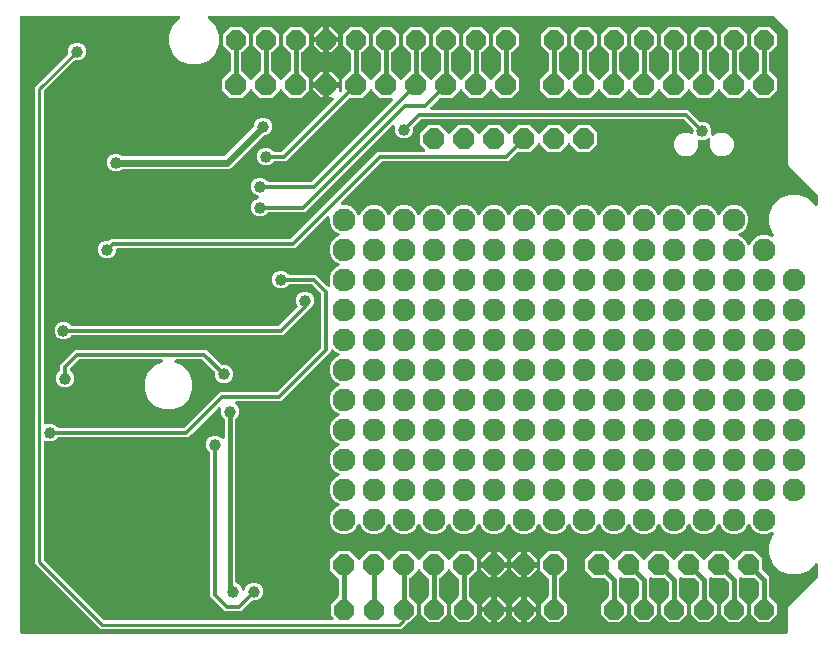
<source format=gbr>
G04 EAGLE Gerber RS-274X export*
G75*
%MOMM*%
%FSLAX34Y34*%
%LPD*%
%INBottom Copper*%
%IPPOS*%
%AMOC8*
5,1,8,0,0,1.08239X$1,22.5*%
G01*
%ADD10P,1.924489X8X292.500000*%
%ADD11P,1.924489X8X112.500000*%
%ADD12P,1.814519X8X22.500000*%
%ADD13C,1.008000*%
%ADD14C,0.304800*%
%ADD15C,0.609600*%
%ADD16C,0.406400*%
%ADD17C,0.254000*%
%ADD18C,1.930400*%

G36*
X653822Y5084D02*
X653822Y5084D01*
X653848Y5082D01*
X653995Y5104D01*
X654142Y5121D01*
X654167Y5129D01*
X654193Y5133D01*
X654331Y5188D01*
X654470Y5238D01*
X654492Y5252D01*
X654517Y5262D01*
X654638Y5347D01*
X654763Y5427D01*
X654781Y5446D01*
X654803Y5461D01*
X654902Y5571D01*
X655005Y5678D01*
X655019Y5700D01*
X655036Y5720D01*
X655108Y5850D01*
X655184Y5977D01*
X655192Y6002D01*
X655205Y6025D01*
X655245Y6168D01*
X655290Y6309D01*
X655292Y6335D01*
X655300Y6360D01*
X655319Y6604D01*
X655319Y26411D01*
X656093Y28278D01*
X680273Y52458D01*
X680352Y52557D01*
X680436Y52651D01*
X680460Y52694D01*
X680490Y52731D01*
X680544Y52846D01*
X680605Y52956D01*
X680618Y53003D01*
X680639Y53046D01*
X680665Y53170D01*
X680700Y53292D01*
X680705Y53352D01*
X680712Y53387D01*
X680711Y53435D01*
X680719Y53535D01*
X680719Y63029D01*
X680708Y63129D01*
X680706Y63229D01*
X680688Y63301D01*
X680679Y63375D01*
X680646Y63470D01*
X680621Y63567D01*
X680587Y63633D01*
X680562Y63703D01*
X680507Y63788D01*
X680461Y63877D01*
X680413Y63934D01*
X680373Y63996D01*
X680301Y64066D01*
X680236Y64143D01*
X680176Y64187D01*
X680122Y64238D01*
X680036Y64290D01*
X679955Y64350D01*
X679887Y64379D01*
X679823Y64417D01*
X679727Y64448D01*
X679635Y64488D01*
X679562Y64501D01*
X679491Y64524D01*
X679391Y64532D01*
X679292Y64549D01*
X679218Y64546D01*
X679144Y64552D01*
X679044Y64537D01*
X678944Y64531D01*
X678873Y64511D01*
X678799Y64500D01*
X678706Y64463D01*
X678609Y64435D01*
X678544Y64399D01*
X678475Y64371D01*
X678393Y64314D01*
X678305Y64265D01*
X678229Y64200D01*
X678189Y64172D01*
X678165Y64146D01*
X678119Y64106D01*
X672341Y58329D01*
X664593Y55119D01*
X656207Y55119D01*
X648459Y58329D01*
X642529Y64259D01*
X639319Y72007D01*
X639319Y80393D01*
X642529Y88141D01*
X642883Y88496D01*
X642915Y88536D01*
X642952Y88569D01*
X643023Y88672D01*
X643100Y88769D01*
X643122Y88815D01*
X643150Y88856D01*
X643196Y88972D01*
X643249Y89084D01*
X643260Y89133D01*
X643278Y89180D01*
X643296Y89303D01*
X643322Y89425D01*
X643321Y89475D01*
X643329Y89525D01*
X643319Y89649D01*
X643316Y89773D01*
X643304Y89822D01*
X643300Y89872D01*
X643262Y89991D01*
X643231Y90111D01*
X643208Y90156D01*
X643193Y90204D01*
X643129Y90311D01*
X643072Y90421D01*
X643039Y90460D01*
X643013Y90503D01*
X642927Y90592D01*
X642846Y90687D01*
X642805Y90717D01*
X642770Y90753D01*
X642666Y90820D01*
X642566Y90894D01*
X642519Y90914D01*
X642477Y90941D01*
X642360Y90983D01*
X642246Y91032D01*
X642196Y91041D01*
X642149Y91058D01*
X642025Y91071D01*
X641903Y91093D01*
X641852Y91091D01*
X641802Y91096D01*
X641679Y91082D01*
X641555Y91076D01*
X641506Y91062D01*
X641456Y91056D01*
X641223Y90981D01*
X641220Y90979D01*
X637425Y89407D01*
X632575Y89407D01*
X628093Y91264D01*
X624664Y94693D01*
X623707Y97002D01*
X623659Y97090D01*
X623619Y97182D01*
X623574Y97241D01*
X623538Y97306D01*
X623471Y97381D01*
X623411Y97461D01*
X623354Y97509D01*
X623304Y97565D01*
X623221Y97622D01*
X623145Y97687D01*
X623078Y97720D01*
X623017Y97763D01*
X622924Y97800D01*
X622834Y97845D01*
X622762Y97863D01*
X622693Y97891D01*
X622594Y97905D01*
X622496Y97929D01*
X622422Y97931D01*
X622348Y97941D01*
X622248Y97933D01*
X622148Y97935D01*
X622075Y97919D01*
X622001Y97913D01*
X621905Y97882D01*
X621807Y97860D01*
X621740Y97828D01*
X621669Y97805D01*
X621583Y97754D01*
X621492Y97711D01*
X621434Y97664D01*
X621371Y97626D01*
X621298Y97556D01*
X621220Y97493D01*
X621174Y97435D01*
X621121Y97383D01*
X621066Y97298D01*
X621004Y97220D01*
X620958Y97130D01*
X620932Y97090D01*
X620920Y97056D01*
X620893Y97002D01*
X619936Y94693D01*
X616507Y91264D01*
X612025Y89407D01*
X607175Y89407D01*
X602693Y91264D01*
X599264Y94693D01*
X598307Y97002D01*
X598259Y97090D01*
X598218Y97182D01*
X598174Y97241D01*
X598138Y97306D01*
X598071Y97381D01*
X598011Y97461D01*
X597954Y97509D01*
X597904Y97565D01*
X597821Y97622D01*
X597745Y97687D01*
X597678Y97720D01*
X597617Y97763D01*
X597524Y97800D01*
X597434Y97845D01*
X597362Y97863D01*
X597293Y97891D01*
X597194Y97905D01*
X597096Y97929D01*
X597022Y97931D01*
X596948Y97941D01*
X596848Y97933D01*
X596748Y97935D01*
X596675Y97919D01*
X596601Y97913D01*
X596505Y97882D01*
X596407Y97860D01*
X596340Y97828D01*
X596269Y97805D01*
X596183Y97754D01*
X596092Y97710D01*
X596034Y97664D01*
X595971Y97626D01*
X595899Y97556D01*
X595820Y97493D01*
X595774Y97435D01*
X595721Y97383D01*
X595666Y97298D01*
X595604Y97220D01*
X595558Y97130D01*
X595532Y97090D01*
X595520Y97056D01*
X595493Y97002D01*
X594536Y94693D01*
X591107Y91264D01*
X586625Y89407D01*
X581775Y89407D01*
X577293Y91264D01*
X573864Y94693D01*
X572907Y97002D01*
X572859Y97090D01*
X572819Y97182D01*
X572774Y97242D01*
X572738Y97306D01*
X572671Y97381D01*
X572611Y97461D01*
X572554Y97510D01*
X572504Y97565D01*
X572421Y97622D01*
X572345Y97687D01*
X572278Y97720D01*
X572217Y97763D01*
X572124Y97800D01*
X572034Y97845D01*
X571962Y97863D01*
X571893Y97891D01*
X571793Y97905D01*
X571696Y97930D01*
X571622Y97931D01*
X571548Y97941D01*
X571448Y97933D01*
X571348Y97935D01*
X571275Y97919D01*
X571201Y97913D01*
X571105Y97882D01*
X571007Y97860D01*
X570940Y97828D01*
X570869Y97805D01*
X570783Y97754D01*
X570692Y97711D01*
X570634Y97664D01*
X570571Y97626D01*
X570498Y97556D01*
X570420Y97493D01*
X570374Y97435D01*
X570321Y97383D01*
X570266Y97298D01*
X570204Y97220D01*
X570158Y97130D01*
X570132Y97090D01*
X570120Y97056D01*
X570093Y97002D01*
X569136Y94693D01*
X565707Y91264D01*
X561225Y89407D01*
X556375Y89407D01*
X551893Y91264D01*
X548464Y94693D01*
X547507Y97002D01*
X547459Y97090D01*
X547419Y97182D01*
X547374Y97242D01*
X547338Y97306D01*
X547271Y97381D01*
X547211Y97461D01*
X547154Y97510D01*
X547104Y97565D01*
X547021Y97622D01*
X546945Y97687D01*
X546878Y97720D01*
X546817Y97763D01*
X546724Y97800D01*
X546634Y97845D01*
X546562Y97863D01*
X546493Y97891D01*
X546393Y97905D01*
X546296Y97930D01*
X546222Y97931D01*
X546148Y97941D01*
X546048Y97933D01*
X545948Y97935D01*
X545875Y97919D01*
X545801Y97913D01*
X545705Y97882D01*
X545607Y97860D01*
X545540Y97828D01*
X545469Y97805D01*
X545383Y97754D01*
X545292Y97711D01*
X545234Y97664D01*
X545171Y97626D01*
X545098Y97556D01*
X545020Y97493D01*
X544974Y97435D01*
X544921Y97383D01*
X544866Y97298D01*
X544804Y97220D01*
X544758Y97130D01*
X544732Y97090D01*
X544720Y97056D01*
X544693Y97002D01*
X543736Y94693D01*
X540307Y91264D01*
X535825Y89407D01*
X530975Y89407D01*
X526493Y91264D01*
X523064Y94693D01*
X522107Y97002D01*
X522059Y97090D01*
X522019Y97182D01*
X521974Y97242D01*
X521938Y97306D01*
X521871Y97381D01*
X521811Y97461D01*
X521754Y97510D01*
X521704Y97565D01*
X521621Y97622D01*
X521545Y97687D01*
X521478Y97720D01*
X521417Y97763D01*
X521324Y97800D01*
X521234Y97845D01*
X521162Y97863D01*
X521093Y97891D01*
X520993Y97905D01*
X520896Y97930D01*
X520822Y97931D01*
X520748Y97941D01*
X520648Y97933D01*
X520548Y97935D01*
X520475Y97919D01*
X520401Y97913D01*
X520305Y97882D01*
X520207Y97860D01*
X520140Y97828D01*
X520069Y97805D01*
X519983Y97754D01*
X519892Y97711D01*
X519834Y97664D01*
X519771Y97626D01*
X519698Y97556D01*
X519620Y97493D01*
X519574Y97435D01*
X519521Y97383D01*
X519466Y97298D01*
X519404Y97220D01*
X519358Y97130D01*
X519332Y97090D01*
X519320Y97056D01*
X519293Y97002D01*
X518336Y94693D01*
X514907Y91264D01*
X510425Y89407D01*
X505575Y89407D01*
X501093Y91264D01*
X497664Y94693D01*
X496707Y97002D01*
X496659Y97090D01*
X496619Y97182D01*
X496574Y97241D01*
X496538Y97306D01*
X496471Y97381D01*
X496411Y97461D01*
X496354Y97509D01*
X496304Y97565D01*
X496221Y97622D01*
X496145Y97687D01*
X496078Y97720D01*
X496017Y97763D01*
X495924Y97800D01*
X495834Y97845D01*
X495762Y97863D01*
X495693Y97891D01*
X495594Y97905D01*
X495496Y97929D01*
X495422Y97931D01*
X495348Y97941D01*
X495248Y97933D01*
X495148Y97935D01*
X495075Y97919D01*
X495001Y97913D01*
X494905Y97882D01*
X494807Y97860D01*
X494740Y97828D01*
X494669Y97805D01*
X494583Y97754D01*
X494492Y97711D01*
X494434Y97664D01*
X494371Y97626D01*
X494298Y97556D01*
X494220Y97493D01*
X494174Y97435D01*
X494121Y97383D01*
X494066Y97298D01*
X494004Y97220D01*
X493958Y97130D01*
X493932Y97090D01*
X493920Y97056D01*
X493893Y97002D01*
X492936Y94693D01*
X489507Y91264D01*
X485025Y89407D01*
X480175Y89407D01*
X475693Y91264D01*
X472264Y94693D01*
X471307Y97002D01*
X471259Y97090D01*
X471219Y97182D01*
X471174Y97241D01*
X471138Y97306D01*
X471071Y97381D01*
X471011Y97461D01*
X470954Y97509D01*
X470904Y97565D01*
X470821Y97622D01*
X470745Y97687D01*
X470678Y97720D01*
X470617Y97763D01*
X470524Y97800D01*
X470434Y97845D01*
X470362Y97863D01*
X470293Y97891D01*
X470194Y97905D01*
X470096Y97929D01*
X470022Y97931D01*
X469948Y97941D01*
X469848Y97933D01*
X469748Y97935D01*
X469675Y97919D01*
X469601Y97913D01*
X469505Y97882D01*
X469407Y97860D01*
X469340Y97828D01*
X469269Y97805D01*
X469183Y97754D01*
X469092Y97711D01*
X469034Y97664D01*
X468971Y97626D01*
X468898Y97556D01*
X468820Y97493D01*
X468774Y97435D01*
X468721Y97383D01*
X468666Y97298D01*
X468604Y97220D01*
X468558Y97130D01*
X468532Y97090D01*
X468520Y97056D01*
X468493Y97002D01*
X467536Y94693D01*
X464107Y91264D01*
X459625Y89407D01*
X454775Y89407D01*
X450293Y91264D01*
X446864Y94693D01*
X445907Y97002D01*
X445859Y97090D01*
X445818Y97182D01*
X445774Y97241D01*
X445738Y97306D01*
X445671Y97381D01*
X445611Y97461D01*
X445554Y97509D01*
X445504Y97565D01*
X445421Y97622D01*
X445345Y97687D01*
X445278Y97720D01*
X445217Y97763D01*
X445124Y97800D01*
X445034Y97845D01*
X444962Y97863D01*
X444893Y97891D01*
X444794Y97905D01*
X444696Y97929D01*
X444622Y97931D01*
X444548Y97941D01*
X444448Y97933D01*
X444348Y97935D01*
X444275Y97919D01*
X444201Y97913D01*
X444105Y97882D01*
X444007Y97860D01*
X443940Y97828D01*
X443869Y97805D01*
X443783Y97754D01*
X443692Y97710D01*
X443634Y97664D01*
X443571Y97626D01*
X443499Y97556D01*
X443420Y97493D01*
X443374Y97435D01*
X443321Y97383D01*
X443266Y97298D01*
X443204Y97220D01*
X443158Y97130D01*
X443132Y97090D01*
X443120Y97056D01*
X443093Y97002D01*
X442136Y94693D01*
X438707Y91264D01*
X434225Y89407D01*
X429375Y89407D01*
X424893Y91264D01*
X421464Y94693D01*
X420507Y97002D01*
X420459Y97090D01*
X420419Y97182D01*
X420374Y97242D01*
X420338Y97306D01*
X420271Y97381D01*
X420211Y97461D01*
X420154Y97510D01*
X420104Y97565D01*
X420021Y97622D01*
X419945Y97687D01*
X419878Y97720D01*
X419817Y97763D01*
X419724Y97800D01*
X419634Y97845D01*
X419562Y97863D01*
X419493Y97891D01*
X419393Y97905D01*
X419296Y97930D01*
X419222Y97931D01*
X419148Y97941D01*
X419048Y97933D01*
X418948Y97935D01*
X418875Y97919D01*
X418801Y97913D01*
X418705Y97882D01*
X418607Y97860D01*
X418540Y97828D01*
X418469Y97805D01*
X418383Y97754D01*
X418292Y97711D01*
X418234Y97664D01*
X418171Y97626D01*
X418098Y97556D01*
X418020Y97493D01*
X417974Y97435D01*
X417921Y97383D01*
X417866Y97298D01*
X417804Y97220D01*
X417758Y97130D01*
X417732Y97090D01*
X417720Y97056D01*
X417693Y97002D01*
X416736Y94693D01*
X413307Y91264D01*
X408825Y89407D01*
X403975Y89407D01*
X399493Y91264D01*
X396064Y94693D01*
X395107Y97002D01*
X395059Y97090D01*
X395019Y97182D01*
X394974Y97241D01*
X394938Y97306D01*
X394871Y97381D01*
X394811Y97461D01*
X394754Y97509D01*
X394704Y97565D01*
X394621Y97622D01*
X394545Y97687D01*
X394478Y97720D01*
X394417Y97763D01*
X394324Y97800D01*
X394234Y97845D01*
X394162Y97863D01*
X394093Y97891D01*
X393994Y97905D01*
X393896Y97929D01*
X393822Y97931D01*
X393748Y97941D01*
X393648Y97933D01*
X393548Y97935D01*
X393475Y97919D01*
X393401Y97913D01*
X393305Y97882D01*
X393207Y97860D01*
X393140Y97828D01*
X393069Y97805D01*
X392983Y97754D01*
X392892Y97711D01*
X392834Y97664D01*
X392771Y97626D01*
X392698Y97556D01*
X392620Y97493D01*
X392574Y97435D01*
X392521Y97383D01*
X392466Y97298D01*
X392404Y97220D01*
X392358Y97130D01*
X392332Y97090D01*
X392320Y97056D01*
X392293Y97002D01*
X391336Y94693D01*
X387907Y91264D01*
X383425Y89407D01*
X378575Y89407D01*
X374093Y91264D01*
X370664Y94693D01*
X369707Y97002D01*
X369659Y97090D01*
X369619Y97182D01*
X369574Y97241D01*
X369538Y97306D01*
X369471Y97381D01*
X369411Y97461D01*
X369354Y97509D01*
X369304Y97565D01*
X369221Y97622D01*
X369145Y97687D01*
X369078Y97720D01*
X369017Y97763D01*
X368924Y97800D01*
X368834Y97845D01*
X368762Y97863D01*
X368693Y97891D01*
X368594Y97905D01*
X368496Y97929D01*
X368422Y97931D01*
X368348Y97941D01*
X368248Y97933D01*
X368148Y97935D01*
X368075Y97919D01*
X368001Y97913D01*
X367905Y97882D01*
X367807Y97860D01*
X367740Y97828D01*
X367669Y97805D01*
X367583Y97754D01*
X367492Y97711D01*
X367434Y97664D01*
X367371Y97626D01*
X367298Y97556D01*
X367220Y97493D01*
X367174Y97435D01*
X367121Y97383D01*
X367066Y97298D01*
X367004Y97220D01*
X366958Y97130D01*
X366932Y97090D01*
X366920Y97056D01*
X366893Y97002D01*
X365936Y94693D01*
X362507Y91264D01*
X358025Y89407D01*
X353175Y89407D01*
X348693Y91264D01*
X345264Y94693D01*
X344307Y97002D01*
X344259Y97090D01*
X344218Y97182D01*
X344174Y97241D01*
X344138Y97306D01*
X344071Y97381D01*
X344011Y97461D01*
X343954Y97509D01*
X343904Y97565D01*
X343821Y97622D01*
X343745Y97687D01*
X343678Y97720D01*
X343617Y97763D01*
X343524Y97800D01*
X343434Y97845D01*
X343362Y97863D01*
X343293Y97891D01*
X343194Y97905D01*
X343096Y97929D01*
X343022Y97931D01*
X342948Y97941D01*
X342848Y97933D01*
X342748Y97935D01*
X342675Y97919D01*
X342601Y97913D01*
X342505Y97882D01*
X342407Y97860D01*
X342340Y97828D01*
X342269Y97805D01*
X342183Y97754D01*
X342092Y97710D01*
X342034Y97664D01*
X341971Y97626D01*
X341899Y97556D01*
X341820Y97493D01*
X341774Y97435D01*
X341721Y97383D01*
X341666Y97298D01*
X341604Y97220D01*
X341558Y97130D01*
X341532Y97090D01*
X341520Y97056D01*
X341493Y97002D01*
X340536Y94693D01*
X337107Y91264D01*
X332625Y89407D01*
X327775Y89407D01*
X323293Y91264D01*
X319864Y94693D01*
X318907Y97002D01*
X318859Y97090D01*
X318819Y97182D01*
X318774Y97241D01*
X318738Y97306D01*
X318671Y97381D01*
X318611Y97461D01*
X318554Y97509D01*
X318504Y97565D01*
X318421Y97622D01*
X318345Y97687D01*
X318278Y97720D01*
X318217Y97763D01*
X318124Y97800D01*
X318034Y97845D01*
X317962Y97863D01*
X317893Y97891D01*
X317794Y97905D01*
X317696Y97929D01*
X317622Y97931D01*
X317548Y97941D01*
X317448Y97933D01*
X317348Y97935D01*
X317275Y97919D01*
X317201Y97913D01*
X317105Y97882D01*
X317007Y97860D01*
X316940Y97828D01*
X316869Y97805D01*
X316783Y97754D01*
X316692Y97711D01*
X316634Y97664D01*
X316571Y97626D01*
X316498Y97556D01*
X316420Y97493D01*
X316374Y97435D01*
X316321Y97383D01*
X316266Y97298D01*
X316204Y97220D01*
X316158Y97130D01*
X316132Y97090D01*
X316120Y97056D01*
X316093Y97002D01*
X315136Y94693D01*
X311707Y91264D01*
X307225Y89407D01*
X302375Y89407D01*
X297893Y91264D01*
X294464Y94693D01*
X293507Y97002D01*
X293459Y97090D01*
X293418Y97182D01*
X293374Y97241D01*
X293338Y97306D01*
X293271Y97381D01*
X293211Y97461D01*
X293154Y97509D01*
X293104Y97565D01*
X293021Y97622D01*
X292945Y97687D01*
X292878Y97720D01*
X292817Y97763D01*
X292724Y97800D01*
X292634Y97845D01*
X292562Y97863D01*
X292493Y97891D01*
X292394Y97905D01*
X292296Y97929D01*
X292222Y97931D01*
X292148Y97941D01*
X292048Y97933D01*
X291948Y97935D01*
X291875Y97919D01*
X291801Y97913D01*
X291705Y97882D01*
X291607Y97860D01*
X291540Y97828D01*
X291469Y97805D01*
X291383Y97754D01*
X291292Y97710D01*
X291234Y97664D01*
X291171Y97626D01*
X291099Y97556D01*
X291020Y97493D01*
X290974Y97435D01*
X290921Y97383D01*
X290866Y97298D01*
X290804Y97220D01*
X290758Y97130D01*
X290732Y97090D01*
X290720Y97056D01*
X290693Y97002D01*
X289736Y94693D01*
X286307Y91264D01*
X281825Y89407D01*
X276975Y89407D01*
X272493Y91264D01*
X269064Y94693D01*
X267207Y99175D01*
X267207Y104025D01*
X269064Y108507D01*
X272493Y111936D01*
X274802Y112893D01*
X274890Y112941D01*
X274982Y112981D01*
X275041Y113026D01*
X275106Y113062D01*
X275181Y113129D01*
X275261Y113189D01*
X275309Y113246D01*
X275365Y113296D01*
X275422Y113379D01*
X275487Y113455D01*
X275520Y113522D01*
X275563Y113583D01*
X275600Y113676D01*
X275645Y113766D01*
X275663Y113838D01*
X275691Y113907D01*
X275705Y114006D01*
X275729Y114104D01*
X275731Y114178D01*
X275741Y114252D01*
X275733Y114352D01*
X275735Y114452D01*
X275719Y114525D01*
X275713Y114599D01*
X275682Y114695D01*
X275660Y114793D01*
X275628Y114860D01*
X275605Y114931D01*
X275554Y115017D01*
X275511Y115108D01*
X275464Y115166D01*
X275426Y115229D01*
X275356Y115302D01*
X275293Y115380D01*
X275235Y115426D01*
X275183Y115479D01*
X275098Y115534D01*
X275020Y115596D01*
X274930Y115642D01*
X274890Y115668D01*
X274856Y115680D01*
X274802Y115707D01*
X272493Y116664D01*
X269064Y120093D01*
X267207Y124575D01*
X267207Y129425D01*
X269064Y133907D01*
X272493Y137336D01*
X274802Y138293D01*
X274890Y138341D01*
X274982Y138381D01*
X275041Y138426D01*
X275106Y138462D01*
X275181Y138529D01*
X275261Y138589D01*
X275309Y138646D01*
X275365Y138696D01*
X275422Y138779D01*
X275487Y138855D01*
X275520Y138922D01*
X275563Y138983D01*
X275600Y139076D01*
X275645Y139166D01*
X275663Y139238D01*
X275691Y139307D01*
X275705Y139406D01*
X275729Y139504D01*
X275731Y139578D01*
X275741Y139652D01*
X275733Y139752D01*
X275735Y139852D01*
X275719Y139925D01*
X275713Y139999D01*
X275682Y140095D01*
X275660Y140193D01*
X275628Y140260D01*
X275605Y140331D01*
X275554Y140417D01*
X275511Y140508D01*
X275464Y140566D01*
X275426Y140629D01*
X275356Y140702D01*
X275293Y140780D01*
X275235Y140826D01*
X275183Y140879D01*
X275098Y140934D01*
X275020Y140996D01*
X274930Y141042D01*
X274890Y141068D01*
X274856Y141080D01*
X274802Y141107D01*
X272493Y142064D01*
X269064Y145493D01*
X267207Y149975D01*
X267207Y154825D01*
X269064Y159307D01*
X272493Y162736D01*
X274802Y163693D01*
X274890Y163741D01*
X274982Y163781D01*
X275041Y163826D01*
X275106Y163862D01*
X275181Y163929D01*
X275261Y163989D01*
X275309Y164046D01*
X275365Y164096D01*
X275422Y164179D01*
X275487Y164255D01*
X275520Y164322D01*
X275563Y164383D01*
X275600Y164476D01*
X275645Y164566D01*
X275663Y164638D01*
X275691Y164707D01*
X275705Y164806D01*
X275729Y164904D01*
X275731Y164978D01*
X275741Y165052D01*
X275733Y165152D01*
X275735Y165252D01*
X275719Y165325D01*
X275713Y165399D01*
X275682Y165495D01*
X275660Y165593D01*
X275628Y165660D01*
X275605Y165731D01*
X275554Y165817D01*
X275511Y165908D01*
X275464Y165966D01*
X275426Y166029D01*
X275356Y166102D01*
X275293Y166180D01*
X275235Y166226D01*
X275183Y166279D01*
X275098Y166334D01*
X275020Y166396D01*
X274930Y166442D01*
X274890Y166468D01*
X274856Y166480D01*
X274802Y166507D01*
X272493Y167464D01*
X269064Y170893D01*
X267207Y175375D01*
X267207Y180225D01*
X269064Y184707D01*
X272493Y188136D01*
X274802Y189093D01*
X274890Y189141D01*
X274982Y189181D01*
X275041Y189226D01*
X275106Y189262D01*
X275181Y189329D01*
X275261Y189389D01*
X275309Y189446D01*
X275365Y189496D01*
X275422Y189579D01*
X275487Y189655D01*
X275520Y189722D01*
X275563Y189783D01*
X275600Y189876D01*
X275645Y189966D01*
X275663Y190038D01*
X275691Y190107D01*
X275705Y190206D01*
X275729Y190304D01*
X275731Y190378D01*
X275741Y190452D01*
X275733Y190552D01*
X275735Y190652D01*
X275719Y190725D01*
X275713Y190799D01*
X275682Y190895D01*
X275660Y190993D01*
X275628Y191060D01*
X275605Y191131D01*
X275554Y191217D01*
X275511Y191308D01*
X275464Y191366D01*
X275426Y191429D01*
X275356Y191502D01*
X275293Y191580D01*
X275235Y191626D01*
X275183Y191679D01*
X275098Y191734D01*
X275020Y191796D01*
X274930Y191842D01*
X274890Y191868D01*
X274856Y191880D01*
X274802Y191907D01*
X272493Y192864D01*
X269064Y196293D01*
X267207Y200775D01*
X267207Y205625D01*
X269064Y210107D01*
X272493Y213536D01*
X274802Y214493D01*
X274890Y214541D01*
X274982Y214581D01*
X275041Y214626D01*
X275106Y214662D01*
X275181Y214729D01*
X275261Y214789D01*
X275309Y214846D01*
X275365Y214896D01*
X275422Y214979D01*
X275487Y215055D01*
X275520Y215122D01*
X275563Y215183D01*
X275600Y215276D01*
X275645Y215366D01*
X275663Y215438D01*
X275691Y215507D01*
X275705Y215606D01*
X275729Y215704D01*
X275731Y215778D01*
X275741Y215852D01*
X275733Y215952D01*
X275735Y216052D01*
X275719Y216125D01*
X275713Y216199D01*
X275682Y216295D01*
X275660Y216393D01*
X275628Y216460D01*
X275605Y216531D01*
X275554Y216617D01*
X275511Y216708D01*
X275464Y216766D01*
X275426Y216829D01*
X275356Y216902D01*
X275293Y216980D01*
X275235Y217026D01*
X275183Y217079D01*
X275098Y217134D01*
X275020Y217196D01*
X274930Y217242D01*
X274890Y217268D01*
X274856Y217280D01*
X274802Y217307D01*
X272493Y218264D01*
X269064Y221693D01*
X267207Y226175D01*
X267207Y231025D01*
X269064Y235507D01*
X272493Y238936D01*
X274802Y239893D01*
X274890Y239942D01*
X274982Y239982D01*
X275041Y240026D01*
X275106Y240062D01*
X275181Y240129D01*
X275261Y240189D01*
X275309Y240246D01*
X275365Y240296D01*
X275422Y240379D01*
X275487Y240455D01*
X275520Y240522D01*
X275563Y240583D01*
X275600Y240676D01*
X275645Y240766D01*
X275663Y240838D01*
X275691Y240907D01*
X275705Y241006D01*
X275729Y241104D01*
X275731Y241178D01*
X275741Y241252D01*
X275733Y241352D01*
X275735Y241452D01*
X275719Y241525D01*
X275713Y241599D01*
X275682Y241695D01*
X275660Y241793D01*
X275628Y241860D01*
X275605Y241931D01*
X275554Y242017D01*
X275510Y242108D01*
X275464Y242166D01*
X275426Y242229D01*
X275356Y242301D01*
X275293Y242380D01*
X275235Y242426D01*
X275183Y242479D01*
X275098Y242534D01*
X275020Y242596D01*
X274930Y242642D01*
X274890Y242668D01*
X274856Y242680D01*
X274802Y242707D01*
X272493Y243664D01*
X270825Y245332D01*
X270747Y245394D01*
X270674Y245464D01*
X270610Y245502D01*
X270552Y245548D01*
X270461Y245591D01*
X270375Y245643D01*
X270304Y245666D01*
X270237Y245697D01*
X270139Y245718D01*
X270043Y245749D01*
X269969Y245755D01*
X269896Y245771D01*
X269796Y245769D01*
X269696Y245777D01*
X269622Y245766D01*
X269548Y245765D01*
X269451Y245740D01*
X269351Y245725D01*
X269282Y245698D01*
X269210Y245680D01*
X269121Y245634D01*
X269027Y245597D01*
X268966Y245554D01*
X268900Y245520D01*
X268824Y245455D01*
X268741Y245398D01*
X268691Y245343D01*
X268635Y245294D01*
X268575Y245213D01*
X268508Y245139D01*
X268472Y245074D01*
X268427Y245014D01*
X268388Y244922D01*
X268339Y244834D01*
X268319Y244762D01*
X268289Y244694D01*
X268272Y244595D01*
X268244Y244498D01*
X268236Y244398D01*
X268228Y244351D01*
X268230Y244315D01*
X268225Y244255D01*
X268225Y243426D01*
X226474Y201675D01*
X188643Y201675D01*
X188543Y201664D01*
X188443Y201662D01*
X188371Y201644D01*
X188297Y201635D01*
X188202Y201602D01*
X188105Y201577D01*
X188039Y201543D01*
X187969Y201518D01*
X187884Y201463D01*
X187795Y201417D01*
X187738Y201369D01*
X187676Y201329D01*
X187606Y201257D01*
X187530Y201192D01*
X187485Y201132D01*
X187434Y201078D01*
X187382Y200992D01*
X187322Y200911D01*
X187293Y200843D01*
X187255Y200779D01*
X187224Y200683D01*
X187184Y200591D01*
X187171Y200518D01*
X187149Y200447D01*
X187140Y200347D01*
X187123Y200248D01*
X187127Y200174D01*
X187121Y200100D01*
X187135Y200000D01*
X187141Y199900D01*
X187161Y199829D01*
X187172Y199755D01*
X187209Y199662D01*
X187237Y199565D01*
X187274Y199500D01*
X187301Y199431D01*
X187358Y199349D01*
X187407Y199261D01*
X187472Y199185D01*
X187500Y199145D01*
X187526Y199121D01*
X187566Y199075D01*
X189307Y197334D01*
X190461Y194548D01*
X190461Y191532D01*
X189307Y188746D01*
X187899Y187338D01*
X187820Y187239D01*
X187736Y187145D01*
X187712Y187103D01*
X187682Y187065D01*
X187628Y186951D01*
X187567Y186840D01*
X187554Y186794D01*
X187533Y186750D01*
X187507Y186627D01*
X187472Y186505D01*
X187467Y186444D01*
X187460Y186409D01*
X187461Y186361D01*
X187453Y186261D01*
X187453Y49021D01*
X187461Y48945D01*
X187460Y48869D01*
X187481Y48773D01*
X187493Y48675D01*
X187518Y48603D01*
X187535Y48528D01*
X187577Y48439D01*
X187610Y48347D01*
X187652Y48283D01*
X187684Y48214D01*
X187746Y48137D01*
X187799Y48054D01*
X187854Y48001D01*
X187902Y47941D01*
X187979Y47880D01*
X188050Y47812D01*
X188115Y47773D01*
X188175Y47725D01*
X188309Y47657D01*
X188349Y47633D01*
X188367Y47627D01*
X188393Y47614D01*
X189714Y47067D01*
X191847Y44934D01*
X192903Y42385D01*
X192951Y42297D01*
X192991Y42205D01*
X193036Y42145D01*
X193072Y42080D01*
X193139Y42006D01*
X193199Y41925D01*
X193256Y41877D01*
X193306Y41822D01*
X193389Y41765D01*
X193465Y41700D01*
X193532Y41666D01*
X193593Y41624D01*
X193686Y41587D01*
X193776Y41541D01*
X193848Y41523D01*
X193917Y41496D01*
X194016Y41481D01*
X194114Y41457D01*
X194188Y41456D01*
X194262Y41445D01*
X194362Y41453D01*
X194462Y41452D01*
X194535Y41468D01*
X194609Y41474D01*
X194705Y41505D01*
X194803Y41526D01*
X194870Y41558D01*
X194941Y41581D01*
X195027Y41633D01*
X195118Y41676D01*
X195176Y41722D01*
X195239Y41761D01*
X195312Y41831D01*
X195390Y41893D01*
X195436Y41952D01*
X195489Y42003D01*
X195544Y42088D01*
X195606Y42167D01*
X195652Y42256D01*
X195678Y42297D01*
X195690Y42330D01*
X195717Y42385D01*
X196773Y44934D01*
X198906Y47067D01*
X201692Y48221D01*
X204708Y48221D01*
X207494Y47067D01*
X209627Y44934D01*
X210781Y42148D01*
X210781Y39132D01*
X209627Y36346D01*
X207494Y34213D01*
X204708Y33059D01*
X201999Y33059D01*
X201873Y33045D01*
X201747Y33038D01*
X201700Y33025D01*
X201652Y33019D01*
X201533Y32977D01*
X201412Y32942D01*
X201370Y32918D01*
X201324Y32902D01*
X201218Y32833D01*
X201108Y32772D01*
X201062Y32732D01*
X201032Y32713D01*
X200998Y32678D01*
X200922Y32613D01*
X192184Y23875D01*
X178656Y23875D01*
X166115Y36416D01*
X166115Y157813D01*
X166101Y157939D01*
X166094Y158065D01*
X166081Y158111D01*
X166075Y158159D01*
X166033Y158278D01*
X165998Y158400D01*
X165974Y158442D01*
X165958Y158487D01*
X165889Y158594D01*
X165828Y158704D01*
X165788Y158750D01*
X165769Y158780D01*
X165734Y158814D01*
X165669Y158890D01*
X163753Y160806D01*
X162599Y163592D01*
X162599Y166608D01*
X163753Y169394D01*
X165886Y171527D01*
X168672Y172681D01*
X171688Y172681D01*
X174474Y171527D01*
X175707Y170294D01*
X175786Y170231D01*
X175858Y170162D01*
X175922Y170123D01*
X175980Y170077D01*
X176071Y170034D01*
X176157Y169983D01*
X176228Y169960D01*
X176295Y169928D01*
X176393Y169907D01*
X176489Y169877D01*
X176563Y169871D01*
X176636Y169855D01*
X176736Y169857D01*
X176836Y169849D01*
X176910Y169860D01*
X176984Y169861D01*
X177081Y169885D01*
X177181Y169900D01*
X177250Y169928D01*
X177322Y169946D01*
X177411Y169992D01*
X177505Y170029D01*
X177566Y170071D01*
X177632Y170106D01*
X177708Y170171D01*
X177791Y170228D01*
X177841Y170283D01*
X177897Y170331D01*
X177957Y170412D01*
X178024Y170487D01*
X178060Y170552D01*
X178105Y170612D01*
X178144Y170704D01*
X178193Y170792D01*
X178213Y170863D01*
X178243Y170932D01*
X178260Y171030D01*
X178288Y171127D01*
X178296Y171227D01*
X178304Y171275D01*
X178302Y171310D01*
X178307Y171371D01*
X178307Y186261D01*
X178293Y186387D01*
X178286Y186513D01*
X178273Y186559D01*
X178267Y186607D01*
X178225Y186726D01*
X178190Y186848D01*
X178166Y186890D01*
X178150Y186935D01*
X178081Y187042D01*
X178020Y187152D01*
X177980Y187198D01*
X177961Y187228D01*
X177926Y187262D01*
X177861Y187338D01*
X176453Y188746D01*
X175299Y191532D01*
X175299Y194548D01*
X175348Y194665D01*
X175362Y194713D01*
X175383Y194759D01*
X175409Y194880D01*
X175443Y195000D01*
X175446Y195050D01*
X175456Y195100D01*
X175454Y195224D01*
X175460Y195348D01*
X175451Y195398D01*
X175450Y195448D01*
X175420Y195569D01*
X175398Y195691D01*
X175378Y195737D01*
X175365Y195786D01*
X175308Y195897D01*
X175259Y196011D01*
X175229Y196051D01*
X175206Y196096D01*
X175125Y196191D01*
X175051Y196290D01*
X175013Y196323D01*
X174980Y196361D01*
X174880Y196435D01*
X174785Y196515D01*
X174740Y196538D01*
X174700Y196568D01*
X174586Y196618D01*
X174475Y196674D01*
X174426Y196686D01*
X174380Y196706D01*
X174257Y196728D01*
X174137Y196758D01*
X174086Y196759D01*
X174037Y196768D01*
X173913Y196762D01*
X173788Y196763D01*
X173739Y196753D01*
X173689Y196750D01*
X173569Y196716D01*
X173448Y196689D01*
X173402Y196668D01*
X173354Y196654D01*
X173245Y196593D01*
X173133Y196539D01*
X173094Y196508D01*
X173050Y196483D01*
X172863Y196325D01*
X150561Y174022D01*
X147734Y171195D01*
X37767Y171195D01*
X37641Y171181D01*
X37515Y171174D01*
X37469Y171161D01*
X37421Y171155D01*
X37302Y171113D01*
X37180Y171078D01*
X37138Y171054D01*
X37093Y171038D01*
X36986Y170969D01*
X36876Y170908D01*
X36830Y170868D01*
X36800Y170849D01*
X36766Y170814D01*
X36690Y170749D01*
X34774Y168833D01*
X31988Y167679D01*
X28972Y167679D01*
X27507Y168286D01*
X27362Y168327D01*
X27219Y168373D01*
X27195Y168375D01*
X27172Y168382D01*
X27021Y168389D01*
X26872Y168401D01*
X26848Y168398D01*
X26824Y168399D01*
X26676Y168372D01*
X26527Y168350D01*
X26505Y168341D01*
X26481Y168336D01*
X26343Y168276D01*
X26203Y168221D01*
X26183Y168207D01*
X26161Y168197D01*
X26040Y168108D01*
X25917Y168022D01*
X25901Y168004D01*
X25881Y167990D01*
X25784Y167875D01*
X25684Y167763D01*
X25672Y167742D01*
X25656Y167723D01*
X25588Y167590D01*
X25515Y167458D01*
X25509Y167435D01*
X25498Y167413D01*
X25461Y167268D01*
X25420Y167123D01*
X25418Y167093D01*
X25413Y167075D01*
X25413Y167028D01*
X25401Y166879D01*
X25401Y68249D01*
X25415Y68124D01*
X25422Y67998D01*
X25435Y67951D01*
X25441Y67903D01*
X25483Y67784D01*
X25518Y67663D01*
X25542Y67621D01*
X25558Y67575D01*
X25627Y67469D01*
X25688Y67359D01*
X25728Y67312D01*
X25747Y67282D01*
X25782Y67249D01*
X25847Y67172D01*
X76062Y16957D01*
X76161Y16878D01*
X76255Y16794D01*
X76298Y16770D01*
X76335Y16740D01*
X76450Y16686D01*
X76560Y16625D01*
X76607Y16612D01*
X76650Y16591D01*
X76774Y16565D01*
X76896Y16530D01*
X76956Y16525D01*
X76991Y16518D01*
X77039Y16519D01*
X77139Y16511D01*
X269165Y16511D01*
X269265Y16522D01*
X269365Y16524D01*
X269437Y16542D01*
X269511Y16551D01*
X269605Y16584D01*
X269703Y16609D01*
X269769Y16643D01*
X269839Y16668D01*
X269923Y16723D01*
X270013Y16769D01*
X270069Y16817D01*
X270132Y16857D01*
X270202Y16929D01*
X270278Y16994D01*
X270322Y17054D01*
X270374Y17108D01*
X270426Y17194D01*
X270485Y17275D01*
X270515Y17343D01*
X270553Y17407D01*
X270584Y17503D01*
X270623Y17595D01*
X270636Y17668D01*
X270659Y17739D01*
X270667Y17839D01*
X270685Y17938D01*
X270681Y18012D01*
X270687Y18086D01*
X270672Y18186D01*
X270667Y18286D01*
X270646Y18357D01*
X270635Y18431D01*
X270598Y18524D01*
X270571Y18621D01*
X270534Y18686D01*
X270507Y18755D01*
X270449Y18837D01*
X270400Y18925D01*
X270335Y19001D01*
X270308Y19041D01*
X270281Y19065D01*
X270242Y19111D01*
X268477Y20876D01*
X268477Y29924D01*
X274381Y35828D01*
X274460Y35927D01*
X274544Y36021D01*
X274568Y36063D01*
X274598Y36101D01*
X274652Y36215D01*
X274713Y36326D01*
X274726Y36373D01*
X274747Y36416D01*
X274773Y36540D01*
X274808Y36662D01*
X274813Y36722D01*
X274820Y36757D01*
X274819Y36805D01*
X274827Y36905D01*
X274827Y51276D01*
X274813Y51402D01*
X274806Y51528D01*
X274793Y51575D01*
X274787Y51623D01*
X274745Y51741D01*
X274710Y51863D01*
X274686Y51905D01*
X274670Y51951D01*
X274601Y52057D01*
X274540Y52167D01*
X274500Y52213D01*
X274481Y52243D01*
X274446Y52277D01*
X274381Y52353D01*
X267969Y58765D01*
X267969Y68235D01*
X274665Y74931D01*
X284135Y74931D01*
X291023Y68043D01*
X291043Y68026D01*
X291060Y68006D01*
X291180Y67918D01*
X291296Y67826D01*
X291320Y67815D01*
X291341Y67799D01*
X291477Y67740D01*
X291611Y67677D01*
X291637Y67672D01*
X291661Y67661D01*
X291807Y67635D01*
X291952Y67604D01*
X291978Y67604D01*
X292004Y67599D01*
X292152Y67607D01*
X292300Y67610D01*
X292326Y67616D01*
X292352Y67617D01*
X292494Y67658D01*
X292638Y67695D01*
X292662Y67707D01*
X292687Y67714D01*
X292816Y67786D01*
X292948Y67854D01*
X292968Y67871D01*
X292991Y67884D01*
X293177Y68043D01*
X300065Y74931D01*
X309535Y74931D01*
X316423Y68043D01*
X316443Y68026D01*
X316460Y68006D01*
X316580Y67918D01*
X316696Y67826D01*
X316720Y67815D01*
X316741Y67799D01*
X316877Y67740D01*
X317011Y67677D01*
X317037Y67672D01*
X317061Y67661D01*
X317207Y67635D01*
X317352Y67604D01*
X317378Y67604D01*
X317404Y67599D01*
X317552Y67607D01*
X317700Y67610D01*
X317726Y67616D01*
X317752Y67617D01*
X317894Y67658D01*
X318038Y67695D01*
X318061Y67707D01*
X318087Y67714D01*
X318216Y67786D01*
X318348Y67854D01*
X318368Y67871D01*
X318391Y67884D01*
X318577Y68043D01*
X325465Y74931D01*
X334935Y74931D01*
X341823Y68043D01*
X341843Y68026D01*
X341860Y68006D01*
X341980Y67918D01*
X342096Y67826D01*
X342120Y67815D01*
X342141Y67799D01*
X342277Y67740D01*
X342411Y67677D01*
X342437Y67672D01*
X342461Y67661D01*
X342607Y67635D01*
X342752Y67604D01*
X342778Y67604D01*
X342804Y67599D01*
X342952Y67607D01*
X343100Y67610D01*
X343126Y67616D01*
X343152Y67617D01*
X343294Y67658D01*
X343438Y67695D01*
X343461Y67707D01*
X343487Y67714D01*
X343616Y67786D01*
X343748Y67854D01*
X343768Y67871D01*
X343791Y67884D01*
X343977Y68043D01*
X350865Y74931D01*
X360335Y74931D01*
X367223Y68043D01*
X367243Y68026D01*
X367260Y68006D01*
X367380Y67918D01*
X367496Y67826D01*
X367520Y67815D01*
X367541Y67799D01*
X367677Y67740D01*
X367811Y67677D01*
X367837Y67672D01*
X367861Y67661D01*
X368007Y67635D01*
X368152Y67604D01*
X368178Y67604D01*
X368204Y67599D01*
X368352Y67607D01*
X368500Y67610D01*
X368526Y67616D01*
X368552Y67617D01*
X368694Y67658D01*
X368838Y67695D01*
X368861Y67707D01*
X368887Y67714D01*
X369016Y67786D01*
X369148Y67854D01*
X369168Y67871D01*
X369191Y67884D01*
X369377Y68043D01*
X376265Y74931D01*
X385735Y74931D01*
X392431Y68235D01*
X392431Y58765D01*
X386019Y52353D01*
X385940Y52254D01*
X385856Y52161D01*
X385832Y52118D01*
X385802Y52080D01*
X385748Y51966D01*
X385687Y51856D01*
X385674Y51809D01*
X385653Y51765D01*
X385627Y51642D01*
X385592Y51520D01*
X385587Y51459D01*
X385580Y51425D01*
X385581Y51377D01*
X385573Y51276D01*
X385573Y36905D01*
X385587Y36780D01*
X385594Y36653D01*
X385607Y36607D01*
X385613Y36559D01*
X385655Y36440D01*
X385690Y36319D01*
X385714Y36276D01*
X385730Y36231D01*
X385799Y36125D01*
X385860Y36014D01*
X385900Y35968D01*
X385919Y35938D01*
X385954Y35905D01*
X386019Y35828D01*
X391923Y29924D01*
X391923Y20876D01*
X385524Y14477D01*
X376476Y14477D01*
X370077Y20876D01*
X370077Y29924D01*
X375981Y35828D01*
X376060Y35927D01*
X376144Y36021D01*
X376168Y36063D01*
X376198Y36101D01*
X376252Y36215D01*
X376313Y36326D01*
X376326Y36373D01*
X376347Y36416D01*
X376373Y36540D01*
X376408Y36662D01*
X376413Y36722D01*
X376420Y36757D01*
X376419Y36805D01*
X376427Y36905D01*
X376427Y51276D01*
X376413Y51402D01*
X376406Y51528D01*
X376393Y51575D01*
X376387Y51623D01*
X376345Y51741D01*
X376310Y51863D01*
X376286Y51905D01*
X376270Y51951D01*
X376201Y52057D01*
X376140Y52167D01*
X376100Y52213D01*
X376081Y52243D01*
X376046Y52277D01*
X375981Y52353D01*
X369377Y58957D01*
X369357Y58974D01*
X369340Y58994D01*
X369220Y59082D01*
X369104Y59174D01*
X369080Y59185D01*
X369059Y59201D01*
X368923Y59260D01*
X368789Y59323D01*
X368763Y59328D01*
X368739Y59339D01*
X368593Y59365D01*
X368448Y59396D01*
X368422Y59396D01*
X368396Y59401D01*
X368248Y59393D01*
X368100Y59390D01*
X368074Y59384D01*
X368048Y59383D01*
X367906Y59342D01*
X367762Y59305D01*
X367738Y59293D01*
X367713Y59286D01*
X367584Y59214D01*
X367452Y59146D01*
X367432Y59129D01*
X367409Y59116D01*
X367223Y58957D01*
X360619Y52353D01*
X360540Y52254D01*
X360456Y52161D01*
X360432Y52118D01*
X360402Y52080D01*
X360348Y51966D01*
X360287Y51856D01*
X360274Y51809D01*
X360253Y51765D01*
X360227Y51642D01*
X360192Y51520D01*
X360187Y51459D01*
X360180Y51425D01*
X360181Y51377D01*
X360173Y51276D01*
X360173Y36905D01*
X360187Y36780D01*
X360194Y36653D01*
X360207Y36607D01*
X360213Y36559D01*
X360255Y36440D01*
X360290Y36319D01*
X360314Y36276D01*
X360330Y36231D01*
X360399Y36125D01*
X360460Y36014D01*
X360500Y35968D01*
X360519Y35938D01*
X360554Y35905D01*
X360619Y35828D01*
X366523Y29924D01*
X366523Y20876D01*
X360124Y14477D01*
X351076Y14477D01*
X344677Y20876D01*
X344677Y29924D01*
X350581Y35828D01*
X350660Y35927D01*
X350744Y36021D01*
X350768Y36063D01*
X350798Y36101D01*
X350852Y36215D01*
X350913Y36326D01*
X350926Y36373D01*
X350947Y36416D01*
X350973Y36540D01*
X351008Y36662D01*
X351013Y36722D01*
X351020Y36757D01*
X351019Y36805D01*
X351027Y36905D01*
X351027Y51276D01*
X351013Y51402D01*
X351006Y51528D01*
X350993Y51575D01*
X350987Y51623D01*
X350945Y51741D01*
X350910Y51863D01*
X350886Y51905D01*
X350870Y51951D01*
X350801Y52057D01*
X350740Y52167D01*
X350700Y52213D01*
X350681Y52243D01*
X350646Y52277D01*
X350581Y52353D01*
X343977Y58957D01*
X343957Y58974D01*
X343940Y58994D01*
X343820Y59082D01*
X343704Y59174D01*
X343680Y59185D01*
X343659Y59201D01*
X343523Y59260D01*
X343389Y59323D01*
X343363Y59328D01*
X343339Y59339D01*
X343193Y59365D01*
X343048Y59396D01*
X343022Y59396D01*
X342996Y59401D01*
X342848Y59393D01*
X342700Y59390D01*
X342674Y59384D01*
X342648Y59383D01*
X342506Y59342D01*
X342362Y59305D01*
X342338Y59293D01*
X342313Y59286D01*
X342184Y59214D01*
X342052Y59146D01*
X342032Y59129D01*
X342009Y59116D01*
X341823Y58957D01*
X335219Y52353D01*
X335140Y52254D01*
X335056Y52161D01*
X335032Y52118D01*
X335002Y52080D01*
X334948Y51966D01*
X334887Y51856D01*
X334874Y51809D01*
X334853Y51765D01*
X334827Y51642D01*
X334792Y51520D01*
X334787Y51459D01*
X334780Y51425D01*
X334781Y51377D01*
X334773Y51276D01*
X334773Y36905D01*
X334787Y36780D01*
X334794Y36653D01*
X334807Y36607D01*
X334813Y36559D01*
X334855Y36440D01*
X334890Y36319D01*
X334914Y36276D01*
X334930Y36231D01*
X334999Y36125D01*
X335060Y36014D01*
X335100Y35968D01*
X335119Y35938D01*
X335154Y35905D01*
X335219Y35828D01*
X341123Y29924D01*
X341123Y20876D01*
X334724Y14477D01*
X334187Y14477D01*
X334062Y14463D01*
X333936Y14456D01*
X333889Y14443D01*
X333841Y14437D01*
X333722Y14395D01*
X333601Y14360D01*
X333559Y14336D01*
X333513Y14320D01*
X333407Y14251D01*
X333297Y14190D01*
X333250Y14150D01*
X333220Y14131D01*
X333187Y14096D01*
X333110Y14031D01*
X330647Y11568D01*
X327968Y8889D01*
X73352Y8889D01*
X17779Y64462D01*
X17779Y467668D01*
X45313Y495202D01*
X45392Y495301D01*
X45476Y495395D01*
X45500Y495438D01*
X45530Y495475D01*
X45584Y495590D01*
X45645Y495700D01*
X45658Y495747D01*
X45679Y495790D01*
X45705Y495914D01*
X45740Y496036D01*
X45745Y496096D01*
X45752Y496131D01*
X45751Y496179D01*
X45759Y496279D01*
X45759Y499348D01*
X46913Y502134D01*
X49046Y504267D01*
X51832Y505421D01*
X54848Y505421D01*
X57634Y504267D01*
X59767Y502134D01*
X60921Y499348D01*
X60921Y496332D01*
X59767Y493546D01*
X57634Y491413D01*
X54848Y490259D01*
X51779Y490259D01*
X51654Y490245D01*
X51528Y490238D01*
X51481Y490225D01*
X51433Y490219D01*
X51314Y490177D01*
X51193Y490142D01*
X51151Y490118D01*
X51105Y490102D01*
X50999Y490033D01*
X50889Y489972D01*
X50842Y489932D01*
X50812Y489913D01*
X50779Y489878D01*
X50702Y489813D01*
X25847Y464958D01*
X25768Y464859D01*
X25684Y464765D01*
X25660Y464722D01*
X25630Y464685D01*
X25576Y464570D01*
X25515Y464460D01*
X25502Y464413D01*
X25481Y464370D01*
X25455Y464246D01*
X25420Y464124D01*
X25415Y464064D01*
X25408Y464029D01*
X25409Y463981D01*
X25401Y463881D01*
X25401Y183641D01*
X25418Y183492D01*
X25430Y183342D01*
X25438Y183319D01*
X25441Y183295D01*
X25491Y183154D01*
X25537Y183010D01*
X25550Y182990D01*
X25558Y182967D01*
X25640Y182841D01*
X25717Y182712D01*
X25734Y182694D01*
X25747Y182674D01*
X25855Y182570D01*
X25960Y182462D01*
X25980Y182449D01*
X25998Y182432D01*
X26127Y182355D01*
X26253Y182273D01*
X26276Y182265D01*
X26297Y182253D01*
X26440Y182207D01*
X26582Y182157D01*
X26606Y182154D01*
X26629Y182147D01*
X26778Y182135D01*
X26928Y182118D01*
X26952Y182121D01*
X26976Y182119D01*
X27125Y182141D01*
X27274Y182159D01*
X27302Y182168D01*
X27321Y182170D01*
X27365Y182188D01*
X27507Y182234D01*
X28972Y182841D01*
X31988Y182841D01*
X34774Y181687D01*
X36690Y179771D01*
X36789Y179692D01*
X36883Y179608D01*
X36925Y179584D01*
X36963Y179554D01*
X37077Y179500D01*
X37188Y179439D01*
X37234Y179426D01*
X37278Y179405D01*
X37401Y179379D01*
X37523Y179344D01*
X37584Y179339D01*
X37619Y179332D01*
X37667Y179333D01*
X37767Y179325D01*
X143735Y179325D01*
X143861Y179339D01*
X143987Y179346D01*
X144034Y179359D01*
X144082Y179365D01*
X144201Y179407D01*
X144322Y179442D01*
X144364Y179466D01*
X144410Y179482D01*
X144516Y179551D01*
X144626Y179612D01*
X144672Y179652D01*
X144702Y179671D01*
X144736Y179706D01*
X144812Y179771D01*
X174846Y209805D01*
X222475Y209805D01*
X222601Y209819D01*
X222727Y209826D01*
X222774Y209839D01*
X222822Y209845D01*
X222941Y209887D01*
X223062Y209922D01*
X223104Y209946D01*
X223150Y209962D01*
X223256Y210031D01*
X223366Y210092D01*
X223412Y210132D01*
X223442Y210151D01*
X223476Y210186D01*
X223552Y210251D01*
X259649Y246348D01*
X259728Y246447D01*
X259812Y246540D01*
X259836Y246583D01*
X259866Y246621D01*
X259920Y246735D01*
X259981Y246845D01*
X259994Y246892D01*
X260015Y246936D01*
X260041Y247059D01*
X260076Y247181D01*
X260081Y247242D01*
X260088Y247276D01*
X260087Y247324D01*
X260095Y247425D01*
X260095Y292325D01*
X260081Y292451D01*
X260074Y292577D01*
X260061Y292624D01*
X260055Y292672D01*
X260013Y292791D01*
X259978Y292912D01*
X259954Y292954D01*
X259938Y293000D01*
X259869Y293106D01*
X259808Y293216D01*
X259768Y293262D01*
X259749Y293292D01*
X259714Y293326D01*
X259649Y293402D01*
X252762Y300289D01*
X252663Y300368D01*
X252570Y300452D01*
X252527Y300476D01*
X252489Y300506D01*
X252375Y300560D01*
X252265Y300621D01*
X252218Y300634D01*
X252174Y300655D01*
X252051Y300681D01*
X251929Y300716D01*
X251868Y300721D01*
X251834Y300728D01*
X251786Y300727D01*
X251685Y300735D01*
X233347Y300735D01*
X233221Y300721D01*
X233095Y300714D01*
X233049Y300701D01*
X233001Y300695D01*
X232882Y300653D01*
X232760Y300618D01*
X232718Y300594D01*
X232673Y300578D01*
X232566Y300509D01*
X232456Y300448D01*
X232410Y300408D01*
X232380Y300389D01*
X232346Y300354D01*
X232270Y300289D01*
X230354Y298373D01*
X227568Y297219D01*
X224552Y297219D01*
X221766Y298373D01*
X219633Y300506D01*
X218479Y303292D01*
X218479Y306308D01*
X219633Y309094D01*
X221766Y311227D01*
X224552Y312381D01*
X227568Y312381D01*
X230354Y311227D01*
X232270Y309311D01*
X232369Y309232D01*
X232463Y309148D01*
X232505Y309124D01*
X232543Y309094D01*
X232657Y309040D01*
X232768Y308979D01*
X232814Y308966D01*
X232858Y308945D01*
X232981Y308919D01*
X233103Y308884D01*
X233164Y308879D01*
X233199Y308872D01*
X233247Y308873D01*
X233347Y308865D01*
X255684Y308865D01*
X265352Y299197D01*
X265391Y299166D01*
X265425Y299128D01*
X265527Y299057D01*
X265625Y298980D01*
X265670Y298959D01*
X265712Y298930D01*
X265827Y298884D01*
X265940Y298831D01*
X265989Y298821D01*
X266036Y298802D01*
X266159Y298784D01*
X266280Y298758D01*
X266331Y298759D01*
X266381Y298751D01*
X266505Y298762D01*
X266629Y298764D01*
X266678Y298776D01*
X266728Y298780D01*
X266846Y298819D01*
X266967Y298849D01*
X267012Y298872D01*
X267060Y298887D01*
X267166Y298951D01*
X267277Y299008D01*
X267315Y299041D01*
X267358Y299067D01*
X267447Y299154D01*
X267542Y299234D01*
X267572Y299275D01*
X267608Y299310D01*
X267675Y299414D01*
X267749Y299515D01*
X267769Y299561D01*
X267796Y299603D01*
X267838Y299720D01*
X267887Y299835D01*
X267896Y299884D01*
X267913Y299932D01*
X267927Y300055D01*
X267949Y300178D01*
X267946Y300228D01*
X267952Y300278D01*
X267937Y300402D01*
X267931Y300526D01*
X267917Y300574D01*
X267911Y300624D01*
X267836Y300857D01*
X267207Y302375D01*
X267207Y307225D01*
X269064Y311707D01*
X272493Y315136D01*
X274802Y316093D01*
X274890Y316141D01*
X274982Y316182D01*
X275042Y316226D01*
X275106Y316262D01*
X275181Y316329D01*
X275261Y316389D01*
X275310Y316446D01*
X275365Y316496D01*
X275422Y316579D01*
X275487Y316655D01*
X275521Y316722D01*
X275563Y316783D01*
X275600Y316876D01*
X275645Y316966D01*
X275663Y317038D01*
X275691Y317107D01*
X275705Y317206D01*
X275730Y317304D01*
X275731Y317378D01*
X275741Y317452D01*
X275733Y317552D01*
X275735Y317652D01*
X275719Y317725D01*
X275713Y317799D01*
X275682Y317895D01*
X275660Y317993D01*
X275628Y318060D01*
X275605Y318131D01*
X275554Y318217D01*
X275511Y318308D01*
X275464Y318366D01*
X275426Y318429D01*
X275356Y318502D01*
X275293Y318580D01*
X275235Y318626D01*
X275183Y318679D01*
X275098Y318734D01*
X275020Y318796D01*
X274930Y318842D01*
X274890Y318868D01*
X274856Y318880D01*
X274802Y318907D01*
X272493Y319864D01*
X269064Y323293D01*
X267207Y327775D01*
X267207Y332625D01*
X269064Y337107D01*
X272493Y340536D01*
X274802Y341493D01*
X274890Y341541D01*
X274982Y341582D01*
X275042Y341626D01*
X275106Y341662D01*
X275181Y341729D01*
X275261Y341789D01*
X275310Y341846D01*
X275365Y341896D01*
X275422Y341979D01*
X275487Y342055D01*
X275521Y342122D01*
X275563Y342183D01*
X275600Y342276D01*
X275645Y342366D01*
X275663Y342438D01*
X275691Y342507D01*
X275705Y342606D01*
X275730Y342704D01*
X275731Y342778D01*
X275741Y342852D01*
X275733Y342952D01*
X275735Y343052D01*
X275719Y343125D01*
X275713Y343199D01*
X275682Y343295D01*
X275660Y343393D01*
X275628Y343460D01*
X275605Y343531D01*
X275554Y343617D01*
X275511Y343708D01*
X275464Y343766D01*
X275426Y343829D01*
X275356Y343902D01*
X275293Y343980D01*
X275235Y344026D01*
X275183Y344079D01*
X275098Y344134D01*
X275020Y344196D01*
X274930Y344242D01*
X274890Y344268D01*
X274856Y344280D01*
X274802Y344307D01*
X272493Y345264D01*
X269064Y348693D01*
X267207Y353175D01*
X267207Y356841D01*
X267196Y356941D01*
X267194Y357042D01*
X267176Y357114D01*
X267167Y357188D01*
X267134Y357282D01*
X267109Y357380D01*
X267075Y357446D01*
X267050Y357516D01*
X266995Y357600D01*
X266949Y357689D01*
X266901Y357746D01*
X266861Y357809D01*
X266789Y357878D01*
X266724Y357955D01*
X266664Y357999D01*
X266610Y358051D01*
X266524Y358102D01*
X266443Y358162D01*
X266375Y358191D01*
X266311Y358230D01*
X266215Y358260D01*
X266123Y358300D01*
X266050Y358313D01*
X265979Y358336D01*
X265879Y358344D01*
X265780Y358362D01*
X265706Y358358D01*
X265632Y358364D01*
X265532Y358349D01*
X265432Y358344D01*
X265361Y358323D01*
X265287Y358312D01*
X265194Y358275D01*
X265097Y358247D01*
X265032Y358211D01*
X264963Y358183D01*
X264881Y358126D01*
X264793Y358077D01*
X264717Y358012D01*
X264677Y357984D01*
X264653Y357958D01*
X264607Y357919D01*
X237904Y331215D01*
X87844Y331215D01*
X87818Y331212D01*
X87792Y331214D01*
X87645Y331192D01*
X87498Y331175D01*
X87473Y331167D01*
X87447Y331163D01*
X87309Y331108D01*
X87170Y331058D01*
X87148Y331044D01*
X87123Y331034D01*
X87002Y330949D01*
X86877Y330869D01*
X86859Y330850D01*
X86837Y330835D01*
X86738Y330725D01*
X86635Y330618D01*
X86621Y330596D01*
X86604Y330576D01*
X86532Y330446D01*
X86456Y330319D01*
X86448Y330294D01*
X86435Y330271D01*
X86395Y330128D01*
X86350Y329987D01*
X86348Y329961D01*
X86340Y329936D01*
X86321Y329692D01*
X86321Y328692D01*
X85167Y325906D01*
X83034Y323773D01*
X80248Y322619D01*
X77232Y322619D01*
X74446Y323773D01*
X72313Y325906D01*
X71159Y328692D01*
X71159Y331708D01*
X72313Y334494D01*
X74446Y336627D01*
X77232Y337781D01*
X79941Y337781D01*
X80067Y337795D01*
X80193Y337802D01*
X80240Y337815D01*
X80288Y337821D01*
X80407Y337863D01*
X80528Y337898D01*
X80570Y337922D01*
X80616Y337938D01*
X80722Y338007D01*
X80832Y338068D01*
X80878Y338108D01*
X80908Y338127D01*
X80942Y338162D01*
X81018Y338227D01*
X82136Y339345D01*
X233905Y339345D01*
X234031Y339359D01*
X234157Y339366D01*
X234204Y339379D01*
X234252Y339385D01*
X234371Y339427D01*
X234492Y339462D01*
X234534Y339486D01*
X234580Y339502D01*
X234686Y339571D01*
X234796Y339632D01*
X234842Y339672D01*
X234872Y339691D01*
X234906Y339726D01*
X234982Y339791D01*
X308196Y413005D01*
X346932Y413005D01*
X347032Y413016D01*
X347133Y413018D01*
X347205Y413036D01*
X347279Y413045D01*
X347373Y413078D01*
X347471Y413103D01*
X347537Y413137D01*
X347607Y413162D01*
X347691Y413217D01*
X347780Y413263D01*
X347837Y413311D01*
X347899Y413351D01*
X347969Y413423D01*
X348046Y413488D01*
X348090Y413548D01*
X348142Y413602D01*
X348193Y413688D01*
X348253Y413769D01*
X348282Y413837D01*
X348321Y413901D01*
X348351Y413997D01*
X348391Y414089D01*
X348404Y414162D01*
X348427Y414233D01*
X348435Y414333D01*
X348453Y414432D01*
X348449Y414506D01*
X348455Y414580D01*
X348440Y414680D01*
X348435Y414780D01*
X348414Y414851D01*
X348403Y414925D01*
X348366Y415018D01*
X348338Y415115D01*
X348302Y415180D01*
X348274Y415249D01*
X348217Y415331D01*
X348168Y415419D01*
X348103Y415495D01*
X348075Y415535D01*
X348049Y415559D01*
X348009Y415605D01*
X344169Y419445D01*
X344169Y428915D01*
X350865Y435611D01*
X360335Y435611D01*
X367223Y428723D01*
X367243Y428706D01*
X367260Y428686D01*
X367380Y428598D01*
X367496Y428506D01*
X367520Y428495D01*
X367541Y428479D01*
X367677Y428420D01*
X367811Y428357D01*
X367837Y428352D01*
X367861Y428341D01*
X368007Y428315D01*
X368152Y428284D01*
X368178Y428284D01*
X368204Y428279D01*
X368352Y428287D01*
X368500Y428290D01*
X368526Y428296D01*
X368552Y428297D01*
X368694Y428338D01*
X368838Y428375D01*
X368862Y428387D01*
X368887Y428394D01*
X369016Y428466D01*
X369148Y428534D01*
X369168Y428551D01*
X369191Y428564D01*
X369377Y428723D01*
X376265Y435611D01*
X385735Y435611D01*
X392623Y428723D01*
X392643Y428706D01*
X392660Y428686D01*
X392780Y428598D01*
X392896Y428506D01*
X392920Y428495D01*
X392941Y428479D01*
X393077Y428420D01*
X393211Y428357D01*
X393237Y428352D01*
X393261Y428341D01*
X393407Y428315D01*
X393552Y428284D01*
X393578Y428284D01*
X393604Y428279D01*
X393752Y428287D01*
X393900Y428290D01*
X393926Y428296D01*
X393952Y428297D01*
X394094Y428338D01*
X394238Y428375D01*
X394262Y428387D01*
X394287Y428394D01*
X394416Y428466D01*
X394548Y428534D01*
X394568Y428551D01*
X394591Y428564D01*
X394777Y428723D01*
X401665Y435611D01*
X411135Y435611D01*
X418023Y428723D01*
X418043Y428706D01*
X418060Y428686D01*
X418180Y428598D01*
X418296Y428506D01*
X418320Y428495D01*
X418341Y428479D01*
X418477Y428420D01*
X418611Y428357D01*
X418637Y428352D01*
X418661Y428341D01*
X418807Y428315D01*
X418952Y428284D01*
X418978Y428284D01*
X419004Y428279D01*
X419152Y428287D01*
X419300Y428290D01*
X419326Y428296D01*
X419352Y428297D01*
X419494Y428338D01*
X419638Y428375D01*
X419662Y428387D01*
X419687Y428394D01*
X419816Y428466D01*
X419948Y428534D01*
X419968Y428551D01*
X419991Y428564D01*
X420177Y428723D01*
X427065Y435611D01*
X436535Y435611D01*
X443423Y428723D01*
X443443Y428706D01*
X443460Y428686D01*
X443580Y428598D01*
X443696Y428506D01*
X443720Y428495D01*
X443741Y428479D01*
X443877Y428420D01*
X444011Y428357D01*
X444037Y428352D01*
X444061Y428341D01*
X444207Y428315D01*
X444352Y428284D01*
X444378Y428284D01*
X444404Y428279D01*
X444552Y428287D01*
X444700Y428290D01*
X444726Y428296D01*
X444752Y428297D01*
X444894Y428338D01*
X445038Y428375D01*
X445062Y428387D01*
X445087Y428394D01*
X445216Y428466D01*
X445348Y428534D01*
X445368Y428551D01*
X445391Y428564D01*
X445577Y428723D01*
X452465Y435611D01*
X461935Y435611D01*
X468823Y428723D01*
X468843Y428706D01*
X468860Y428686D01*
X468980Y428598D01*
X469096Y428506D01*
X469120Y428495D01*
X469141Y428479D01*
X469277Y428420D01*
X469411Y428357D01*
X469437Y428352D01*
X469461Y428341D01*
X469607Y428315D01*
X469752Y428284D01*
X469778Y428284D01*
X469804Y428279D01*
X469952Y428287D01*
X470100Y428290D01*
X470126Y428296D01*
X470152Y428297D01*
X470294Y428338D01*
X470438Y428375D01*
X470462Y428387D01*
X470487Y428394D01*
X470616Y428466D01*
X470748Y428534D01*
X470768Y428551D01*
X470791Y428564D01*
X470977Y428723D01*
X477865Y435611D01*
X487335Y435611D01*
X494031Y428915D01*
X494031Y419445D01*
X487335Y412749D01*
X477865Y412749D01*
X470977Y419637D01*
X470957Y419654D01*
X470940Y419674D01*
X470820Y419762D01*
X470704Y419854D01*
X470680Y419865D01*
X470659Y419881D01*
X470523Y419940D01*
X470389Y420003D01*
X470363Y420008D01*
X470339Y420019D01*
X470193Y420045D01*
X470048Y420076D01*
X470022Y420076D01*
X469996Y420081D01*
X469848Y420073D01*
X469700Y420070D01*
X469674Y420064D01*
X469648Y420063D01*
X469506Y420022D01*
X469362Y419985D01*
X469339Y419973D01*
X469313Y419966D01*
X469184Y419894D01*
X469052Y419826D01*
X469032Y419809D01*
X469009Y419796D01*
X468823Y419637D01*
X461935Y412749D01*
X452465Y412749D01*
X445577Y419637D01*
X445557Y419654D01*
X445540Y419674D01*
X445420Y419762D01*
X445304Y419854D01*
X445280Y419865D01*
X445259Y419881D01*
X445123Y419940D01*
X444989Y420003D01*
X444963Y420008D01*
X444939Y420019D01*
X444793Y420045D01*
X444648Y420076D01*
X444622Y420076D01*
X444596Y420081D01*
X444448Y420073D01*
X444300Y420070D01*
X444274Y420064D01*
X444248Y420063D01*
X444106Y420022D01*
X443962Y419985D01*
X443939Y419973D01*
X443913Y419966D01*
X443784Y419894D01*
X443652Y419826D01*
X443632Y419809D01*
X443609Y419796D01*
X443423Y419637D01*
X436535Y412749D01*
X426749Y412749D01*
X426623Y412735D01*
X426497Y412728D01*
X426450Y412715D01*
X426402Y412709D01*
X426283Y412667D01*
X426162Y412632D01*
X426120Y412608D01*
X426074Y412592D01*
X425968Y412523D01*
X425858Y412462D01*
X425812Y412422D01*
X425782Y412403D01*
X425748Y412368D01*
X425672Y412303D01*
X418244Y404875D01*
X312195Y404875D01*
X312069Y404861D01*
X311943Y404854D01*
X311896Y404841D01*
X311848Y404835D01*
X311729Y404793D01*
X311608Y404758D01*
X311566Y404734D01*
X311520Y404718D01*
X311414Y404649D01*
X311304Y404588D01*
X311258Y404548D01*
X311228Y404529D01*
X311194Y404494D01*
X311118Y404429D01*
X277081Y370393D01*
X277019Y370315D01*
X276949Y370242D01*
X276911Y370178D01*
X276865Y370120D01*
X276822Y370029D01*
X276770Y369943D01*
X276748Y369872D01*
X276716Y369805D01*
X276695Y369707D01*
X276664Y369611D01*
X276658Y369537D01*
X276643Y369464D01*
X276644Y369364D01*
X276636Y369264D01*
X276647Y369190D01*
X276649Y369116D01*
X276673Y369019D01*
X276688Y368919D01*
X276715Y368850D01*
X276734Y368778D01*
X276780Y368688D01*
X276817Y368595D01*
X276859Y368534D01*
X276893Y368468D01*
X276958Y368391D01*
X277016Y368309D01*
X277071Y368259D01*
X277119Y368203D01*
X277200Y368143D01*
X277274Y368076D01*
X277339Y368040D01*
X277399Y367995D01*
X277491Y367956D01*
X277579Y367907D01*
X277651Y367887D01*
X277719Y367857D01*
X277818Y367840D01*
X277915Y367812D01*
X278015Y367804D01*
X278062Y367796D01*
X278098Y367798D01*
X278159Y367793D01*
X281825Y367793D01*
X286307Y365936D01*
X289736Y362507D01*
X290693Y360198D01*
X290741Y360110D01*
X290781Y360018D01*
X290826Y359959D01*
X290862Y359894D01*
X290929Y359819D01*
X290989Y359739D01*
X291046Y359691D01*
X291096Y359635D01*
X291179Y359578D01*
X291255Y359513D01*
X291322Y359480D01*
X291383Y359437D01*
X291476Y359400D01*
X291566Y359355D01*
X291638Y359337D01*
X291707Y359309D01*
X291806Y359295D01*
X291904Y359271D01*
X291978Y359269D01*
X292052Y359259D01*
X292152Y359267D01*
X292252Y359265D01*
X292325Y359281D01*
X292399Y359287D01*
X292495Y359318D01*
X292593Y359340D01*
X292660Y359372D01*
X292731Y359395D01*
X292817Y359446D01*
X292908Y359489D01*
X292966Y359536D01*
X293029Y359574D01*
X293102Y359644D01*
X293180Y359707D01*
X293226Y359765D01*
X293279Y359817D01*
X293334Y359902D01*
X293396Y359980D01*
X293442Y360070D01*
X293468Y360110D01*
X293480Y360144D01*
X293507Y360198D01*
X294464Y362507D01*
X297893Y365936D01*
X302375Y367793D01*
X307225Y367793D01*
X311707Y365936D01*
X315136Y362507D01*
X316093Y360198D01*
X316142Y360110D01*
X316182Y360018D01*
X316226Y359959D01*
X316262Y359894D01*
X316329Y359819D01*
X316389Y359739D01*
X316446Y359691D01*
X316496Y359635D01*
X316579Y359578D01*
X316655Y359513D01*
X316722Y359480D01*
X316783Y359437D01*
X316876Y359400D01*
X316966Y359355D01*
X317038Y359337D01*
X317107Y359309D01*
X317206Y359295D01*
X317304Y359271D01*
X317378Y359269D01*
X317452Y359259D01*
X317552Y359267D01*
X317652Y359265D01*
X317725Y359281D01*
X317799Y359287D01*
X317895Y359318D01*
X317993Y359340D01*
X318060Y359372D01*
X318131Y359395D01*
X318217Y359446D01*
X318308Y359490D01*
X318366Y359536D01*
X318429Y359574D01*
X318501Y359644D01*
X318580Y359707D01*
X318626Y359765D01*
X318679Y359817D01*
X318734Y359902D01*
X318796Y359980D01*
X318842Y360070D01*
X318868Y360110D01*
X318880Y360144D01*
X318907Y360198D01*
X319864Y362507D01*
X323293Y365936D01*
X327775Y367793D01*
X332625Y367793D01*
X337107Y365936D01*
X340536Y362507D01*
X341493Y360198D01*
X341542Y360110D01*
X341582Y360018D01*
X341626Y359959D01*
X341662Y359894D01*
X341729Y359819D01*
X341789Y359739D01*
X341846Y359691D01*
X341896Y359635D01*
X341979Y359578D01*
X342055Y359513D01*
X342122Y359480D01*
X342183Y359437D01*
X342276Y359400D01*
X342366Y359355D01*
X342438Y359337D01*
X342507Y359309D01*
X342606Y359295D01*
X342704Y359271D01*
X342778Y359269D01*
X342852Y359259D01*
X342952Y359267D01*
X343052Y359265D01*
X343125Y359281D01*
X343199Y359287D01*
X343295Y359318D01*
X343393Y359340D01*
X343460Y359372D01*
X343531Y359395D01*
X343617Y359446D01*
X343708Y359490D01*
X343766Y359536D01*
X343829Y359574D01*
X343901Y359644D01*
X343980Y359707D01*
X344026Y359765D01*
X344079Y359817D01*
X344134Y359902D01*
X344196Y359980D01*
X344242Y360070D01*
X344268Y360110D01*
X344280Y360144D01*
X344307Y360198D01*
X345264Y362507D01*
X348693Y365936D01*
X353175Y367793D01*
X358025Y367793D01*
X362507Y365936D01*
X365936Y362507D01*
X366893Y360198D01*
X366942Y360110D01*
X366982Y360018D01*
X367026Y359959D01*
X367062Y359894D01*
X367129Y359819D01*
X367189Y359739D01*
X367246Y359691D01*
X367296Y359635D01*
X367379Y359578D01*
X367455Y359513D01*
X367522Y359480D01*
X367583Y359437D01*
X367676Y359400D01*
X367766Y359355D01*
X367838Y359337D01*
X367907Y359309D01*
X368006Y359295D01*
X368104Y359271D01*
X368178Y359269D01*
X368252Y359259D01*
X368352Y359267D01*
X368452Y359265D01*
X368525Y359281D01*
X368599Y359287D01*
X368695Y359318D01*
X368793Y359340D01*
X368860Y359372D01*
X368931Y359395D01*
X369017Y359446D01*
X369108Y359490D01*
X369166Y359536D01*
X369229Y359574D01*
X369301Y359644D01*
X369380Y359707D01*
X369426Y359765D01*
X369479Y359817D01*
X369534Y359902D01*
X369596Y359980D01*
X369642Y360070D01*
X369668Y360110D01*
X369680Y360144D01*
X369707Y360198D01*
X370664Y362507D01*
X374093Y365936D01*
X378575Y367793D01*
X383425Y367793D01*
X387907Y365936D01*
X391336Y362507D01*
X392293Y360198D01*
X392342Y360110D01*
X392382Y360018D01*
X392426Y359959D01*
X392462Y359894D01*
X392529Y359819D01*
X392589Y359739D01*
X392646Y359691D01*
X392696Y359635D01*
X392779Y359578D01*
X392855Y359513D01*
X392922Y359480D01*
X392983Y359437D01*
X393076Y359400D01*
X393166Y359355D01*
X393238Y359337D01*
X393307Y359309D01*
X393406Y359295D01*
X393504Y359271D01*
X393578Y359269D01*
X393652Y359259D01*
X393752Y359267D01*
X393852Y359265D01*
X393925Y359281D01*
X393999Y359287D01*
X394095Y359318D01*
X394193Y359340D01*
X394260Y359372D01*
X394331Y359395D01*
X394417Y359446D01*
X394508Y359490D01*
X394566Y359536D01*
X394629Y359574D01*
X394701Y359644D01*
X394780Y359707D01*
X394826Y359765D01*
X394879Y359817D01*
X394934Y359902D01*
X394996Y359980D01*
X395042Y360070D01*
X395068Y360110D01*
X395080Y360144D01*
X395107Y360198D01*
X396064Y362507D01*
X399493Y365936D01*
X403975Y367793D01*
X408825Y367793D01*
X413307Y365936D01*
X416736Y362507D01*
X417693Y360198D01*
X417742Y360110D01*
X417782Y360018D01*
X417826Y359959D01*
X417862Y359894D01*
X417929Y359819D01*
X417989Y359739D01*
X418046Y359691D01*
X418096Y359635D01*
X418179Y359578D01*
X418255Y359513D01*
X418322Y359480D01*
X418383Y359437D01*
X418476Y359400D01*
X418566Y359355D01*
X418638Y359337D01*
X418707Y359309D01*
X418806Y359295D01*
X418904Y359271D01*
X418978Y359269D01*
X419052Y359259D01*
X419152Y359267D01*
X419252Y359265D01*
X419325Y359281D01*
X419399Y359287D01*
X419495Y359318D01*
X419593Y359340D01*
X419660Y359372D01*
X419731Y359395D01*
X419817Y359446D01*
X419908Y359490D01*
X419966Y359536D01*
X420029Y359574D01*
X420101Y359644D01*
X420180Y359707D01*
X420226Y359765D01*
X420279Y359817D01*
X420334Y359902D01*
X420396Y359980D01*
X420442Y360070D01*
X420468Y360110D01*
X420480Y360144D01*
X420507Y360198D01*
X421464Y362507D01*
X424893Y365936D01*
X429375Y367793D01*
X434225Y367793D01*
X438707Y365936D01*
X442136Y362507D01*
X443093Y360198D01*
X443142Y360110D01*
X443182Y360018D01*
X443226Y359959D01*
X443262Y359894D01*
X443329Y359819D01*
X443389Y359739D01*
X443446Y359691D01*
X443496Y359635D01*
X443579Y359578D01*
X443655Y359513D01*
X443722Y359480D01*
X443783Y359437D01*
X443876Y359400D01*
X443966Y359355D01*
X444038Y359337D01*
X444107Y359309D01*
X444206Y359295D01*
X444304Y359271D01*
X444378Y359269D01*
X444452Y359259D01*
X444552Y359267D01*
X444652Y359265D01*
X444725Y359281D01*
X444799Y359287D01*
X444895Y359318D01*
X444993Y359340D01*
X445060Y359372D01*
X445131Y359395D01*
X445217Y359446D01*
X445308Y359490D01*
X445366Y359536D01*
X445429Y359574D01*
X445501Y359644D01*
X445580Y359707D01*
X445626Y359765D01*
X445679Y359817D01*
X445734Y359902D01*
X445796Y359980D01*
X445842Y360070D01*
X445868Y360110D01*
X445880Y360144D01*
X445907Y360198D01*
X446864Y362507D01*
X450293Y365936D01*
X454775Y367793D01*
X459625Y367793D01*
X464107Y365936D01*
X467536Y362507D01*
X468493Y360198D01*
X468542Y360110D01*
X468582Y360018D01*
X468626Y359959D01*
X468662Y359894D01*
X468729Y359819D01*
X468789Y359739D01*
X468846Y359691D01*
X468896Y359635D01*
X468979Y359578D01*
X469055Y359513D01*
X469122Y359480D01*
X469183Y359437D01*
X469276Y359400D01*
X469366Y359355D01*
X469438Y359337D01*
X469507Y359309D01*
X469606Y359295D01*
X469704Y359271D01*
X469778Y359269D01*
X469852Y359259D01*
X469952Y359267D01*
X470052Y359265D01*
X470125Y359281D01*
X470199Y359287D01*
X470295Y359318D01*
X470393Y359340D01*
X470460Y359372D01*
X470531Y359395D01*
X470617Y359446D01*
X470708Y359490D01*
X470766Y359536D01*
X470829Y359574D01*
X470901Y359644D01*
X470980Y359707D01*
X471026Y359765D01*
X471079Y359817D01*
X471134Y359902D01*
X471196Y359980D01*
X471242Y360070D01*
X471268Y360110D01*
X471280Y360144D01*
X471307Y360198D01*
X472264Y362507D01*
X475693Y365936D01*
X480175Y367793D01*
X485025Y367793D01*
X489507Y365936D01*
X492936Y362507D01*
X493893Y360198D01*
X493942Y360110D01*
X493982Y360018D01*
X494026Y359959D01*
X494062Y359894D01*
X494129Y359819D01*
X494189Y359739D01*
X494246Y359691D01*
X494296Y359635D01*
X494379Y359578D01*
X494455Y359513D01*
X494522Y359480D01*
X494583Y359437D01*
X494676Y359400D01*
X494766Y359355D01*
X494838Y359337D01*
X494907Y359309D01*
X495006Y359295D01*
X495104Y359271D01*
X495178Y359269D01*
X495252Y359259D01*
X495352Y359267D01*
X495452Y359265D01*
X495525Y359281D01*
X495599Y359287D01*
X495695Y359318D01*
X495793Y359340D01*
X495860Y359372D01*
X495931Y359395D01*
X496017Y359446D01*
X496108Y359490D01*
X496166Y359536D01*
X496229Y359574D01*
X496301Y359644D01*
X496380Y359707D01*
X496426Y359765D01*
X496479Y359817D01*
X496534Y359902D01*
X496596Y359980D01*
X496642Y360070D01*
X496668Y360110D01*
X496680Y360144D01*
X496707Y360198D01*
X497664Y362507D01*
X501093Y365936D01*
X505575Y367793D01*
X510425Y367793D01*
X514907Y365936D01*
X518336Y362507D01*
X519293Y360198D01*
X519342Y360110D01*
X519382Y360018D01*
X519426Y359959D01*
X519462Y359894D01*
X519529Y359819D01*
X519589Y359739D01*
X519646Y359691D01*
X519696Y359635D01*
X519779Y359578D01*
X519855Y359513D01*
X519922Y359480D01*
X519983Y359437D01*
X520076Y359400D01*
X520166Y359355D01*
X520238Y359337D01*
X520307Y359309D01*
X520406Y359295D01*
X520504Y359271D01*
X520578Y359269D01*
X520652Y359259D01*
X520752Y359267D01*
X520852Y359265D01*
X520925Y359281D01*
X520999Y359287D01*
X521095Y359318D01*
X521193Y359340D01*
X521260Y359372D01*
X521331Y359395D01*
X521417Y359446D01*
X521508Y359490D01*
X521566Y359536D01*
X521629Y359574D01*
X521701Y359644D01*
X521780Y359707D01*
X521826Y359765D01*
X521879Y359817D01*
X521934Y359902D01*
X521996Y359980D01*
X522042Y360070D01*
X522068Y360110D01*
X522080Y360144D01*
X522107Y360198D01*
X523064Y362507D01*
X526493Y365936D01*
X530975Y367793D01*
X535825Y367793D01*
X540307Y365936D01*
X543736Y362507D01*
X544693Y360198D01*
X544742Y360110D01*
X544782Y360018D01*
X544826Y359959D01*
X544862Y359894D01*
X544929Y359819D01*
X544989Y359739D01*
X545046Y359691D01*
X545096Y359635D01*
X545179Y359578D01*
X545255Y359513D01*
X545322Y359480D01*
X545383Y359437D01*
X545476Y359400D01*
X545566Y359355D01*
X545638Y359337D01*
X545707Y359309D01*
X545806Y359295D01*
X545904Y359271D01*
X545978Y359269D01*
X546052Y359259D01*
X546152Y359267D01*
X546252Y359265D01*
X546325Y359281D01*
X546399Y359287D01*
X546495Y359318D01*
X546593Y359340D01*
X546660Y359372D01*
X546731Y359395D01*
X546817Y359446D01*
X546908Y359490D01*
X546966Y359536D01*
X547029Y359574D01*
X547101Y359644D01*
X547180Y359707D01*
X547226Y359765D01*
X547279Y359817D01*
X547334Y359902D01*
X547396Y359980D01*
X547442Y360070D01*
X547468Y360110D01*
X547480Y360144D01*
X547507Y360198D01*
X548464Y362507D01*
X551893Y365936D01*
X556375Y367793D01*
X561225Y367793D01*
X565707Y365936D01*
X569136Y362507D01*
X570093Y360198D01*
X570142Y360110D01*
X570182Y360018D01*
X570226Y359959D01*
X570262Y359894D01*
X570329Y359819D01*
X570389Y359739D01*
X570446Y359691D01*
X570496Y359635D01*
X570579Y359578D01*
X570655Y359513D01*
X570722Y359480D01*
X570783Y359437D01*
X570876Y359400D01*
X570966Y359355D01*
X571038Y359337D01*
X571107Y359309D01*
X571206Y359295D01*
X571304Y359271D01*
X571378Y359269D01*
X571452Y359259D01*
X571552Y359267D01*
X571652Y359265D01*
X571725Y359281D01*
X571799Y359287D01*
X571895Y359318D01*
X571993Y359340D01*
X572060Y359372D01*
X572131Y359395D01*
X572217Y359446D01*
X572308Y359490D01*
X572366Y359536D01*
X572429Y359574D01*
X572501Y359644D01*
X572580Y359707D01*
X572626Y359765D01*
X572679Y359817D01*
X572734Y359902D01*
X572796Y359980D01*
X572842Y360070D01*
X572868Y360110D01*
X572880Y360144D01*
X572907Y360198D01*
X573864Y362507D01*
X577293Y365936D01*
X581775Y367793D01*
X586625Y367793D01*
X591107Y365936D01*
X594536Y362507D01*
X595493Y360198D01*
X595541Y360110D01*
X595582Y360018D01*
X595626Y359958D01*
X595662Y359894D01*
X595729Y359819D01*
X595789Y359739D01*
X595846Y359690D01*
X595896Y359635D01*
X595979Y359578D01*
X596055Y359513D01*
X596122Y359479D01*
X596183Y359437D01*
X596276Y359400D01*
X596366Y359355D01*
X596438Y359337D01*
X596507Y359309D01*
X596606Y359295D01*
X596704Y359270D01*
X596778Y359269D01*
X596852Y359259D01*
X596952Y359267D01*
X597052Y359265D01*
X597125Y359281D01*
X597199Y359287D01*
X597295Y359318D01*
X597393Y359340D01*
X597460Y359372D01*
X597531Y359395D01*
X597617Y359446D01*
X597708Y359489D01*
X597766Y359536D01*
X597829Y359574D01*
X597902Y359644D01*
X597980Y359707D01*
X598026Y359765D01*
X598079Y359817D01*
X598134Y359902D01*
X598196Y359980D01*
X598242Y360070D01*
X598268Y360110D01*
X598280Y360144D01*
X598307Y360198D01*
X599264Y362507D01*
X602693Y365936D01*
X607175Y367793D01*
X612025Y367793D01*
X616507Y365936D01*
X619936Y362507D01*
X621793Y358025D01*
X621793Y353175D01*
X619936Y348693D01*
X616507Y345264D01*
X614198Y344307D01*
X614110Y344259D01*
X614018Y344218D01*
X613958Y344174D01*
X613894Y344138D01*
X613819Y344071D01*
X613739Y344011D01*
X613690Y343954D01*
X613635Y343904D01*
X613578Y343821D01*
X613513Y343745D01*
X613479Y343678D01*
X613437Y343617D01*
X613400Y343524D01*
X613355Y343434D01*
X613337Y343362D01*
X613309Y343293D01*
X613295Y343194D01*
X613270Y343096D01*
X613269Y343022D01*
X613259Y342948D01*
X613267Y342848D01*
X613265Y342748D01*
X613281Y342675D01*
X613287Y342601D01*
X613318Y342505D01*
X613340Y342407D01*
X613372Y342340D01*
X613395Y342269D01*
X613446Y342183D01*
X613489Y342092D01*
X613536Y342034D01*
X613574Y341971D01*
X613644Y341898D01*
X613707Y341820D01*
X613765Y341774D01*
X613817Y341721D01*
X613902Y341666D01*
X613980Y341604D01*
X614070Y341558D01*
X614110Y341532D01*
X614144Y341520D01*
X614198Y341493D01*
X616507Y340536D01*
X619936Y337107D01*
X620893Y334798D01*
X620941Y334710D01*
X620982Y334618D01*
X621026Y334558D01*
X621062Y334494D01*
X621129Y334419D01*
X621189Y334339D01*
X621246Y334290D01*
X621296Y334235D01*
X621379Y334178D01*
X621455Y334113D01*
X621522Y334079D01*
X621583Y334037D01*
X621676Y334000D01*
X621766Y333955D01*
X621838Y333937D01*
X621907Y333909D01*
X622006Y333895D01*
X622104Y333870D01*
X622178Y333869D01*
X622252Y333859D01*
X622352Y333867D01*
X622452Y333865D01*
X622525Y333881D01*
X622599Y333887D01*
X622695Y333918D01*
X622793Y333940D01*
X622860Y333972D01*
X622931Y333995D01*
X623017Y334046D01*
X623108Y334089D01*
X623166Y334136D01*
X623229Y334174D01*
X623302Y334244D01*
X623380Y334307D01*
X623426Y334365D01*
X623479Y334417D01*
X623534Y334502D01*
X623596Y334580D01*
X623642Y334670D01*
X623668Y334710D01*
X623680Y334744D01*
X623707Y334798D01*
X624664Y337107D01*
X628093Y340536D01*
X632575Y342393D01*
X637425Y342393D01*
X641223Y340819D01*
X641272Y340806D01*
X641317Y340784D01*
X641439Y340758D01*
X641559Y340724D01*
X641609Y340721D01*
X641658Y340711D01*
X641783Y340713D01*
X641907Y340707D01*
X641956Y340716D01*
X642007Y340717D01*
X642127Y340747D01*
X642250Y340769D01*
X642296Y340790D01*
X642345Y340802D01*
X642455Y340859D01*
X642569Y340908D01*
X642610Y340938D01*
X642654Y340961D01*
X642749Y341042D01*
X642849Y341116D01*
X642881Y341155D01*
X642920Y341187D01*
X642994Y341287D01*
X643074Y341382D01*
X643097Y341427D01*
X643127Y341468D01*
X643176Y341582D01*
X643233Y341692D01*
X643245Y341741D01*
X643265Y341788D01*
X643287Y341910D01*
X643317Y342031D01*
X643318Y342081D01*
X643327Y342131D01*
X643320Y342255D01*
X643322Y342379D01*
X643311Y342428D01*
X643309Y342479D01*
X643274Y342598D01*
X643248Y342720D01*
X643226Y342765D01*
X643212Y342813D01*
X643151Y342922D01*
X643098Y343034D01*
X643067Y343074D01*
X643042Y343118D01*
X642883Y343304D01*
X642529Y343659D01*
X639319Y351407D01*
X639319Y359793D01*
X642529Y367541D01*
X648459Y373471D01*
X656207Y376681D01*
X664593Y376681D01*
X672341Y373471D01*
X678119Y367694D01*
X678197Y367631D01*
X678270Y367562D01*
X678334Y367523D01*
X678392Y367477D01*
X678483Y367434D01*
X678569Y367383D01*
X678640Y367360D01*
X678707Y367328D01*
X678805Y367307D01*
X678901Y367276D01*
X678975Y367270D01*
X679048Y367255D01*
X679148Y367257D01*
X679248Y367248D01*
X679322Y367260D01*
X679396Y367261D01*
X679493Y367285D01*
X679593Y367300D01*
X679662Y367328D01*
X679734Y367346D01*
X679824Y367392D01*
X679917Y367429D01*
X679978Y367471D01*
X680044Y367505D01*
X680121Y367571D01*
X680203Y367628D01*
X680253Y367683D01*
X680309Y367731D01*
X680369Y367812D01*
X680436Y367887D01*
X680472Y367952D01*
X680517Y368012D01*
X680556Y368104D01*
X680605Y368192D01*
X680625Y368263D01*
X680655Y368332D01*
X680672Y368430D01*
X680700Y368527D01*
X680708Y368627D01*
X680716Y368675D01*
X680714Y368710D01*
X680719Y368771D01*
X680719Y375725D01*
X680705Y375850D01*
X680698Y375976D01*
X680685Y376023D01*
X680679Y376071D01*
X680637Y376190D01*
X680602Y376311D01*
X680578Y376353D01*
X680562Y376399D01*
X680493Y376505D01*
X680432Y376615D01*
X680392Y376662D01*
X680373Y376692D01*
X680338Y376725D01*
X680273Y376802D01*
X656093Y400982D01*
X655319Y402849D01*
X655319Y515425D01*
X655305Y515550D01*
X655298Y515676D01*
X655285Y515723D01*
X655279Y515771D01*
X655237Y515890D01*
X655202Y516011D01*
X655178Y516053D01*
X655162Y516099D01*
X655093Y516205D01*
X655032Y516315D01*
X654992Y516362D01*
X654973Y516392D01*
X654938Y516425D01*
X654873Y516502D01*
X643502Y527873D01*
X643403Y527952D01*
X643309Y528036D01*
X643266Y528060D01*
X643229Y528090D01*
X643114Y528144D01*
X643004Y528205D01*
X642957Y528218D01*
X642914Y528239D01*
X642790Y528265D01*
X642668Y528300D01*
X642608Y528305D01*
X642573Y528312D01*
X642525Y528311D01*
X642425Y528319D01*
X165571Y528319D01*
X165471Y528308D01*
X165371Y528306D01*
X165299Y528288D01*
X165225Y528279D01*
X165130Y528246D01*
X165033Y528221D01*
X164967Y528187D01*
X164897Y528162D01*
X164812Y528107D01*
X164723Y528061D01*
X164666Y528013D01*
X164604Y527973D01*
X164534Y527901D01*
X164457Y527836D01*
X164413Y527776D01*
X164362Y527722D01*
X164310Y527636D01*
X164250Y527555D01*
X164221Y527487D01*
X164183Y527423D01*
X164152Y527327D01*
X164112Y527235D01*
X164099Y527162D01*
X164076Y527091D01*
X164068Y526991D01*
X164051Y526892D01*
X164054Y526818D01*
X164048Y526744D01*
X164063Y526644D01*
X164069Y526544D01*
X164089Y526473D01*
X164100Y526399D01*
X164137Y526306D01*
X164165Y526209D01*
X164201Y526144D01*
X164229Y526075D01*
X164286Y525993D01*
X164335Y525905D01*
X164400Y525829D01*
X164428Y525789D01*
X164454Y525765D01*
X164494Y525719D01*
X170271Y519941D01*
X173481Y512193D01*
X173481Y503807D01*
X170271Y496059D01*
X164341Y490129D01*
X156593Y486919D01*
X148207Y486919D01*
X140459Y490129D01*
X134529Y496059D01*
X131319Y503807D01*
X131319Y512193D01*
X134529Y519941D01*
X140306Y525719D01*
X140369Y525797D01*
X140438Y525870D01*
X140477Y525934D01*
X140523Y525992D01*
X140566Y526083D01*
X140617Y526169D01*
X140640Y526240D01*
X140672Y526307D01*
X140693Y526405D01*
X140724Y526501D01*
X140730Y526575D01*
X140745Y526648D01*
X140743Y526748D01*
X140752Y526848D01*
X140740Y526922D01*
X140739Y526996D01*
X140715Y527093D01*
X140700Y527193D01*
X140672Y527262D01*
X140654Y527334D01*
X140608Y527424D01*
X140571Y527517D01*
X140529Y527578D01*
X140495Y527644D01*
X140429Y527721D01*
X140372Y527803D01*
X140317Y527853D01*
X140269Y527909D01*
X140188Y527969D01*
X140113Y528036D01*
X140048Y528072D01*
X139988Y528117D01*
X139896Y528156D01*
X139808Y528205D01*
X139737Y528225D01*
X139668Y528255D01*
X139570Y528272D01*
X139473Y528300D01*
X139373Y528308D01*
X139325Y528316D01*
X139290Y528314D01*
X139229Y528319D01*
X6604Y528319D01*
X6578Y528316D01*
X6552Y528318D01*
X6405Y528296D01*
X6258Y528279D01*
X6233Y528271D01*
X6207Y528267D01*
X6069Y528212D01*
X5930Y528162D01*
X5908Y528148D01*
X5883Y528138D01*
X5762Y528053D01*
X5637Y527973D01*
X5619Y527954D01*
X5597Y527939D01*
X5498Y527829D01*
X5395Y527722D01*
X5381Y527700D01*
X5364Y527680D01*
X5292Y527550D01*
X5216Y527423D01*
X5208Y527398D01*
X5195Y527375D01*
X5155Y527232D01*
X5110Y527091D01*
X5108Y527065D01*
X5100Y527040D01*
X5081Y526796D01*
X5081Y6604D01*
X5084Y6578D01*
X5082Y6552D01*
X5104Y6405D01*
X5121Y6258D01*
X5129Y6233D01*
X5133Y6207D01*
X5188Y6069D01*
X5238Y5930D01*
X5252Y5907D01*
X5262Y5883D01*
X5347Y5762D01*
X5427Y5637D01*
X5446Y5619D01*
X5461Y5597D01*
X5571Y5498D01*
X5678Y5395D01*
X5700Y5381D01*
X5720Y5364D01*
X5850Y5292D01*
X5977Y5216D01*
X6002Y5208D01*
X6025Y5195D01*
X6168Y5155D01*
X6309Y5110D01*
X6335Y5108D01*
X6360Y5100D01*
X6604Y5081D01*
X653796Y5081D01*
X653822Y5084D01*
G37*
%LPC*%
G36*
X206772Y358179D02*
X206772Y358179D01*
X203986Y359333D01*
X201853Y361466D01*
X200699Y364252D01*
X200699Y367268D01*
X201853Y370054D01*
X203986Y372187D01*
X206535Y373243D01*
X206623Y373292D01*
X206715Y373332D01*
X206775Y373376D01*
X206840Y373412D01*
X206914Y373479D01*
X206995Y373539D01*
X207043Y373596D01*
X207098Y373646D01*
X207155Y373729D01*
X207220Y373805D01*
X207254Y373872D01*
X207296Y373933D01*
X207333Y374026D01*
X207379Y374116D01*
X207397Y374188D01*
X207424Y374257D01*
X207439Y374356D01*
X207463Y374454D01*
X207464Y374528D01*
X207475Y374602D01*
X207467Y374702D01*
X207468Y374802D01*
X207452Y374875D01*
X207446Y374949D01*
X207415Y375045D01*
X207394Y375143D01*
X207362Y375210D01*
X207339Y375281D01*
X207287Y375367D01*
X207244Y375458D01*
X207198Y375516D01*
X207159Y375579D01*
X207089Y375651D01*
X207027Y375730D01*
X206968Y375776D01*
X206916Y375829D01*
X206832Y375884D01*
X206753Y375946D01*
X206664Y375992D01*
X206623Y376018D01*
X206590Y376030D01*
X206535Y376057D01*
X203986Y377113D01*
X201853Y379246D01*
X200699Y382032D01*
X200699Y385048D01*
X201853Y387834D01*
X203986Y389967D01*
X206772Y391121D01*
X209788Y391121D01*
X212574Y389967D01*
X214490Y388051D01*
X214589Y387972D01*
X214683Y387888D01*
X214725Y387864D01*
X214763Y387834D01*
X214877Y387780D01*
X214988Y387719D01*
X215034Y387706D01*
X215078Y387685D01*
X215201Y387659D01*
X215323Y387624D01*
X215384Y387619D01*
X215419Y387612D01*
X215467Y387613D01*
X215567Y387605D01*
X251685Y387605D01*
X251811Y387619D01*
X251937Y387626D01*
X251984Y387639D01*
X252032Y387645D01*
X252151Y387687D01*
X252272Y387722D01*
X252314Y387746D01*
X252360Y387762D01*
X252466Y387831D01*
X252576Y387892D01*
X252622Y387932D01*
X252652Y387951D01*
X252686Y387986D01*
X252762Y388051D01*
X320581Y455869D01*
X320643Y455947D01*
X320713Y456020D01*
X320751Y456084D01*
X320797Y456142D01*
X320840Y456233D01*
X320892Y456319D01*
X320914Y456390D01*
X320946Y456457D01*
X320967Y456555D01*
X320998Y456651D01*
X321004Y456725D01*
X321019Y456798D01*
X321018Y456898D01*
X321026Y456998D01*
X321015Y457072D01*
X321013Y457146D01*
X320989Y457243D01*
X320974Y457343D01*
X320947Y457412D01*
X320928Y457484D01*
X320882Y457574D01*
X320845Y457667D01*
X320803Y457728D01*
X320769Y457794D01*
X320704Y457871D01*
X320646Y457953D01*
X320591Y458003D01*
X320543Y458059D01*
X320462Y458119D01*
X320388Y458186D01*
X320323Y458222D01*
X320263Y458267D01*
X320171Y458306D01*
X320083Y458355D01*
X320011Y458375D01*
X319943Y458405D01*
X319844Y458422D01*
X319747Y458450D01*
X319647Y458458D01*
X319600Y458466D01*
X319564Y458464D01*
X319503Y458469D01*
X310225Y458469D01*
X303337Y465357D01*
X303317Y465374D01*
X303300Y465394D01*
X303180Y465482D01*
X303064Y465574D01*
X303040Y465585D01*
X303019Y465601D01*
X302883Y465660D01*
X302749Y465723D01*
X302723Y465728D01*
X302699Y465739D01*
X302553Y465765D01*
X302408Y465796D01*
X302382Y465796D01*
X302356Y465801D01*
X302208Y465793D01*
X302060Y465790D01*
X302034Y465784D01*
X302008Y465783D01*
X301866Y465742D01*
X301722Y465705D01*
X301698Y465693D01*
X301673Y465686D01*
X301544Y465614D01*
X301412Y465546D01*
X301392Y465529D01*
X301369Y465516D01*
X301183Y465357D01*
X294295Y458469D01*
X284509Y458469D01*
X284383Y458455D01*
X284257Y458448D01*
X284210Y458435D01*
X284162Y458429D01*
X284043Y458387D01*
X283922Y458352D01*
X283880Y458328D01*
X283834Y458312D01*
X283728Y458243D01*
X283618Y458182D01*
X283572Y458142D01*
X283542Y458123D01*
X283508Y458088D01*
X283432Y458023D01*
X230284Y404875D01*
X220647Y404875D01*
X220521Y404861D01*
X220395Y404854D01*
X220349Y404841D01*
X220301Y404835D01*
X220182Y404793D01*
X220060Y404758D01*
X220018Y404734D01*
X219973Y404718D01*
X219866Y404649D01*
X219756Y404588D01*
X219710Y404548D01*
X219680Y404529D01*
X219646Y404494D01*
X219570Y404429D01*
X217654Y402513D01*
X214868Y401359D01*
X211852Y401359D01*
X209066Y402513D01*
X206933Y404646D01*
X205779Y407432D01*
X205779Y410448D01*
X206933Y413234D01*
X209066Y415367D01*
X211852Y416521D01*
X214868Y416521D01*
X217654Y415367D01*
X219570Y413451D01*
X219669Y413372D01*
X219763Y413288D01*
X219805Y413264D01*
X219843Y413234D01*
X219957Y413180D01*
X220068Y413119D01*
X220114Y413106D01*
X220158Y413085D01*
X220281Y413059D01*
X220403Y413024D01*
X220464Y413019D01*
X220499Y413012D01*
X220547Y413013D01*
X220647Y413005D01*
X226285Y413005D01*
X226411Y413019D01*
X226537Y413026D01*
X226584Y413039D01*
X226632Y413045D01*
X226751Y413087D01*
X226872Y413122D01*
X226914Y413146D01*
X226960Y413162D01*
X227066Y413231D01*
X227176Y413292D01*
X227222Y413332D01*
X227252Y413351D01*
X227286Y413386D01*
X227362Y413451D01*
X270289Y456377D01*
X270351Y456455D01*
X270421Y456528D01*
X270459Y456592D01*
X270505Y456650D01*
X270548Y456741D01*
X270600Y456827D01*
X270622Y456898D01*
X270654Y456965D01*
X270675Y457063D01*
X270706Y457159D01*
X270712Y457233D01*
X270727Y457306D01*
X270726Y457406D01*
X270734Y457506D01*
X270723Y457580D01*
X270721Y457654D01*
X270697Y457751D01*
X270682Y457851D01*
X270655Y457920D01*
X270636Y457992D01*
X270590Y458082D01*
X270553Y458175D01*
X270511Y458236D01*
X270477Y458302D01*
X270412Y458379D01*
X270354Y458461D01*
X270299Y458511D01*
X270251Y458567D01*
X270170Y458627D01*
X270096Y458694D01*
X270031Y458730D01*
X269971Y458775D01*
X269879Y458814D01*
X269791Y458863D01*
X269719Y458883D01*
X269651Y458913D01*
X269552Y458930D01*
X269455Y458958D01*
X269355Y458966D01*
X269308Y458974D01*
X269272Y458972D01*
X269211Y458977D01*
X266699Y458977D01*
X266699Y467361D01*
X275083Y467361D01*
X275083Y464849D01*
X275102Y464680D01*
X275121Y464510D01*
X275122Y464506D01*
X275123Y464502D01*
X275180Y464343D01*
X275237Y464181D01*
X275239Y464178D01*
X275240Y464174D01*
X275334Y464029D01*
X275424Y463887D01*
X275427Y463885D01*
X275429Y463881D01*
X275553Y463761D01*
X275674Y463644D01*
X275677Y463642D01*
X275680Y463639D01*
X275829Y463550D01*
X275972Y463464D01*
X275975Y463462D01*
X275979Y463460D01*
X276142Y463408D01*
X276303Y463356D01*
X276307Y463355D01*
X276311Y463354D01*
X276479Y463341D01*
X276650Y463326D01*
X276654Y463327D01*
X276658Y463326D01*
X276829Y463352D01*
X276995Y463376D01*
X276999Y463377D01*
X277003Y463378D01*
X277165Y463442D01*
X277320Y463503D01*
X277323Y463505D01*
X277327Y463507D01*
X277467Y463604D01*
X277607Y463700D01*
X277610Y463703D01*
X277613Y463706D01*
X277727Y463832D01*
X277842Y463958D01*
X277844Y463962D01*
X277846Y463964D01*
X277854Y463978D01*
X277968Y464167D01*
X277988Y464220D01*
X278015Y464269D01*
X278047Y464383D01*
X278088Y464495D01*
X278094Y464551D01*
X278110Y464605D01*
X278127Y464826D01*
X278129Y464841D01*
X278129Y464844D01*
X278129Y464849D01*
X278129Y474635D01*
X284541Y481047D01*
X284620Y481146D01*
X284704Y481239D01*
X284728Y481282D01*
X284758Y481320D01*
X284812Y481434D01*
X284873Y481545D01*
X284886Y481591D01*
X284907Y481635D01*
X284933Y481758D01*
X284968Y481880D01*
X284973Y481941D01*
X284980Y481975D01*
X284979Y482023D01*
X284987Y482124D01*
X284987Y496495D01*
X284973Y496620D01*
X284966Y496747D01*
X284953Y496793D01*
X284947Y496841D01*
X284905Y496960D01*
X284870Y497081D01*
X284846Y497124D01*
X284830Y497169D01*
X284761Y497275D01*
X284700Y497386D01*
X284660Y497432D01*
X284641Y497462D01*
X284606Y497495D01*
X284541Y497572D01*
X278637Y503476D01*
X278637Y512524D01*
X285036Y518923D01*
X294084Y518923D01*
X300483Y512524D01*
X300483Y503476D01*
X294579Y497572D01*
X294500Y497473D01*
X294416Y497379D01*
X294392Y497337D01*
X294362Y497299D01*
X294308Y497185D01*
X294247Y497074D01*
X294234Y497027D01*
X294213Y496984D01*
X294187Y496860D01*
X294152Y496739D01*
X294147Y496678D01*
X294140Y496643D01*
X294141Y496595D01*
X294133Y496495D01*
X294133Y482124D01*
X294147Y481998D01*
X294154Y481872D01*
X294167Y481826D01*
X294173Y481777D01*
X294215Y481658D01*
X294250Y481537D01*
X294274Y481495D01*
X294290Y481449D01*
X294359Y481343D01*
X294420Y481233D01*
X294460Y481187D01*
X294479Y481157D01*
X294514Y481123D01*
X294579Y481047D01*
X301183Y474443D01*
X301203Y474426D01*
X301220Y474406D01*
X301340Y474318D01*
X301456Y474226D01*
X301480Y474215D01*
X301501Y474199D01*
X301637Y474140D01*
X301771Y474077D01*
X301797Y474072D01*
X301821Y474061D01*
X301967Y474035D01*
X302112Y474004D01*
X302138Y474004D01*
X302164Y473999D01*
X302312Y474007D01*
X302460Y474010D01*
X302486Y474016D01*
X302512Y474017D01*
X302654Y474058D01*
X302798Y474095D01*
X302821Y474107D01*
X302847Y474114D01*
X302976Y474186D01*
X303108Y474254D01*
X303128Y474271D01*
X303151Y474284D01*
X303337Y474443D01*
X309941Y481047D01*
X310020Y481146D01*
X310104Y481239D01*
X310128Y481282D01*
X310158Y481320D01*
X310212Y481434D01*
X310273Y481545D01*
X310286Y481591D01*
X310307Y481635D01*
X310333Y481758D01*
X310368Y481880D01*
X310373Y481941D01*
X310380Y481975D01*
X310379Y482023D01*
X310387Y482124D01*
X310387Y496495D01*
X310373Y496620D01*
X310366Y496747D01*
X310353Y496793D01*
X310347Y496841D01*
X310305Y496960D01*
X310270Y497081D01*
X310246Y497124D01*
X310230Y497169D01*
X310161Y497275D01*
X310100Y497386D01*
X310060Y497432D01*
X310041Y497462D01*
X310006Y497495D01*
X309941Y497572D01*
X304037Y503476D01*
X304037Y512524D01*
X310436Y518923D01*
X319484Y518923D01*
X325883Y512524D01*
X325883Y503476D01*
X319979Y497572D01*
X319900Y497473D01*
X319816Y497379D01*
X319792Y497337D01*
X319762Y497299D01*
X319708Y497185D01*
X319647Y497074D01*
X319634Y497027D01*
X319613Y496984D01*
X319587Y496860D01*
X319552Y496739D01*
X319547Y496678D01*
X319540Y496643D01*
X319541Y496595D01*
X319533Y496495D01*
X319533Y482124D01*
X319547Y481998D01*
X319554Y481872D01*
X319567Y481826D01*
X319573Y481777D01*
X319615Y481658D01*
X319650Y481537D01*
X319674Y481495D01*
X319690Y481449D01*
X319759Y481343D01*
X319820Y481233D01*
X319860Y481187D01*
X319879Y481157D01*
X319914Y481123D01*
X319979Y481047D01*
X326583Y474443D01*
X326603Y474426D01*
X326620Y474406D01*
X326740Y474318D01*
X326856Y474226D01*
X326880Y474215D01*
X326901Y474199D01*
X327037Y474140D01*
X327171Y474077D01*
X327197Y474072D01*
X327221Y474061D01*
X327367Y474035D01*
X327512Y474004D01*
X327538Y474004D01*
X327564Y473999D01*
X327712Y474007D01*
X327860Y474010D01*
X327886Y474016D01*
X327912Y474017D01*
X328054Y474058D01*
X328198Y474095D01*
X328221Y474107D01*
X328247Y474114D01*
X328376Y474186D01*
X328508Y474254D01*
X328528Y474271D01*
X328551Y474284D01*
X328737Y474443D01*
X335341Y481047D01*
X335420Y481146D01*
X335504Y481239D01*
X335528Y481282D01*
X335558Y481320D01*
X335612Y481434D01*
X335673Y481545D01*
X335686Y481591D01*
X335707Y481635D01*
X335733Y481758D01*
X335768Y481880D01*
X335773Y481941D01*
X335780Y481975D01*
X335779Y482023D01*
X335787Y482124D01*
X335787Y496495D01*
X335773Y496620D01*
X335766Y496747D01*
X335753Y496793D01*
X335747Y496841D01*
X335705Y496960D01*
X335670Y497081D01*
X335646Y497124D01*
X335630Y497169D01*
X335561Y497275D01*
X335500Y497386D01*
X335460Y497432D01*
X335441Y497462D01*
X335406Y497495D01*
X335341Y497572D01*
X329437Y503476D01*
X329437Y512524D01*
X335836Y518923D01*
X344884Y518923D01*
X351283Y512524D01*
X351283Y503476D01*
X345379Y497572D01*
X345300Y497473D01*
X345216Y497379D01*
X345192Y497337D01*
X345162Y497299D01*
X345108Y497185D01*
X345047Y497074D01*
X345034Y497027D01*
X345013Y496984D01*
X344987Y496860D01*
X344952Y496739D01*
X344947Y496678D01*
X344940Y496643D01*
X344941Y496595D01*
X344933Y496495D01*
X344933Y482124D01*
X344947Y481998D01*
X344954Y481872D01*
X344967Y481826D01*
X344973Y481777D01*
X345015Y481658D01*
X345050Y481537D01*
X345074Y481495D01*
X345090Y481449D01*
X345159Y481343D01*
X345220Y481233D01*
X345260Y481187D01*
X345279Y481157D01*
X345314Y481123D01*
X345379Y481047D01*
X351983Y474443D01*
X352003Y474426D01*
X352020Y474406D01*
X352140Y474318D01*
X352256Y474226D01*
X352280Y474215D01*
X352301Y474199D01*
X352437Y474140D01*
X352571Y474077D01*
X352597Y474072D01*
X352621Y474061D01*
X352767Y474035D01*
X352912Y474004D01*
X352938Y474004D01*
X352964Y473999D01*
X353112Y474007D01*
X353260Y474010D01*
X353286Y474016D01*
X353312Y474017D01*
X353454Y474058D01*
X353598Y474095D01*
X353621Y474107D01*
X353647Y474114D01*
X353776Y474186D01*
X353908Y474254D01*
X353928Y474271D01*
X353951Y474284D01*
X354137Y474443D01*
X360741Y481047D01*
X360820Y481146D01*
X360904Y481239D01*
X360928Y481282D01*
X360958Y481320D01*
X361012Y481434D01*
X361073Y481545D01*
X361086Y481591D01*
X361107Y481635D01*
X361133Y481758D01*
X361168Y481880D01*
X361173Y481941D01*
X361180Y481975D01*
X361179Y482023D01*
X361187Y482124D01*
X361187Y496495D01*
X361173Y496620D01*
X361166Y496747D01*
X361153Y496793D01*
X361147Y496841D01*
X361105Y496960D01*
X361070Y497081D01*
X361046Y497124D01*
X361030Y497169D01*
X360961Y497275D01*
X360900Y497386D01*
X360860Y497432D01*
X360841Y497462D01*
X360806Y497495D01*
X360741Y497572D01*
X354837Y503476D01*
X354837Y512524D01*
X361236Y518923D01*
X370284Y518923D01*
X376683Y512524D01*
X376683Y503476D01*
X370779Y497572D01*
X370700Y497473D01*
X370616Y497379D01*
X370592Y497337D01*
X370562Y497299D01*
X370508Y497185D01*
X370447Y497074D01*
X370434Y497027D01*
X370413Y496984D01*
X370387Y496860D01*
X370352Y496739D01*
X370347Y496678D01*
X370340Y496643D01*
X370341Y496595D01*
X370333Y496495D01*
X370333Y482124D01*
X370347Y481998D01*
X370354Y481872D01*
X370367Y481826D01*
X370373Y481777D01*
X370415Y481658D01*
X370450Y481537D01*
X370474Y481495D01*
X370490Y481449D01*
X370559Y481343D01*
X370620Y481233D01*
X370660Y481187D01*
X370679Y481157D01*
X370714Y481123D01*
X370779Y481047D01*
X377383Y474443D01*
X377403Y474426D01*
X377420Y474406D01*
X377540Y474318D01*
X377656Y474226D01*
X377680Y474215D01*
X377701Y474199D01*
X377837Y474140D01*
X377971Y474077D01*
X377997Y474072D01*
X378021Y474061D01*
X378167Y474035D01*
X378312Y474004D01*
X378338Y474004D01*
X378364Y473999D01*
X378512Y474007D01*
X378660Y474010D01*
X378686Y474016D01*
X378712Y474017D01*
X378854Y474058D01*
X378998Y474095D01*
X379021Y474107D01*
X379047Y474114D01*
X379176Y474186D01*
X379308Y474254D01*
X379328Y474271D01*
X379351Y474284D01*
X379537Y474443D01*
X386141Y481047D01*
X386220Y481146D01*
X386304Y481239D01*
X386328Y481282D01*
X386358Y481320D01*
X386412Y481434D01*
X386473Y481545D01*
X386486Y481591D01*
X386507Y481635D01*
X386533Y481758D01*
X386568Y481880D01*
X386573Y481941D01*
X386580Y481975D01*
X386579Y482023D01*
X386587Y482124D01*
X386587Y496495D01*
X386573Y496620D01*
X386566Y496747D01*
X386553Y496793D01*
X386547Y496841D01*
X386505Y496960D01*
X386470Y497081D01*
X386446Y497124D01*
X386430Y497169D01*
X386361Y497275D01*
X386300Y497386D01*
X386260Y497432D01*
X386241Y497462D01*
X386206Y497495D01*
X386141Y497572D01*
X380237Y503476D01*
X380237Y512524D01*
X386636Y518923D01*
X395684Y518923D01*
X402083Y512524D01*
X402083Y503476D01*
X396179Y497572D01*
X396100Y497473D01*
X396016Y497379D01*
X395992Y497337D01*
X395962Y497299D01*
X395908Y497185D01*
X395847Y497074D01*
X395834Y497027D01*
X395813Y496984D01*
X395787Y496860D01*
X395752Y496739D01*
X395747Y496678D01*
X395740Y496643D01*
X395741Y496595D01*
X395733Y496495D01*
X395733Y482124D01*
X395747Y481998D01*
X395754Y481872D01*
X395767Y481825D01*
X395773Y481777D01*
X395815Y481659D01*
X395850Y481537D01*
X395874Y481495D01*
X395890Y481449D01*
X395959Y481343D01*
X396020Y481233D01*
X396060Y481187D01*
X396079Y481157D01*
X396114Y481123D01*
X396179Y481047D01*
X402783Y474443D01*
X402803Y474426D01*
X402820Y474406D01*
X402940Y474318D01*
X403056Y474226D01*
X403080Y474215D01*
X403101Y474199D01*
X403237Y474140D01*
X403371Y474077D01*
X403397Y474072D01*
X403421Y474061D01*
X403567Y474035D01*
X403712Y474004D01*
X403738Y474004D01*
X403764Y473999D01*
X403912Y474007D01*
X404060Y474010D01*
X404086Y474016D01*
X404112Y474017D01*
X404254Y474058D01*
X404398Y474095D01*
X404422Y474107D01*
X404447Y474114D01*
X404576Y474186D01*
X404708Y474254D01*
X404728Y474271D01*
X404751Y474284D01*
X404937Y474443D01*
X411541Y481047D01*
X411620Y481146D01*
X411704Y481239D01*
X411728Y481282D01*
X411758Y481320D01*
X411812Y481434D01*
X411873Y481544D01*
X411886Y481591D01*
X411907Y481635D01*
X411933Y481758D01*
X411968Y481880D01*
X411973Y481941D01*
X411980Y481975D01*
X411979Y482023D01*
X411987Y482124D01*
X411987Y496495D01*
X411973Y496620D01*
X411966Y496747D01*
X411953Y496793D01*
X411947Y496841D01*
X411905Y496960D01*
X411870Y497081D01*
X411846Y497124D01*
X411830Y497169D01*
X411761Y497275D01*
X411700Y497386D01*
X411660Y497432D01*
X411641Y497462D01*
X411606Y497495D01*
X411541Y497572D01*
X405637Y503476D01*
X405637Y512524D01*
X412036Y518923D01*
X421084Y518923D01*
X427483Y512524D01*
X427483Y503476D01*
X421579Y497572D01*
X421500Y497473D01*
X421416Y497379D01*
X421392Y497337D01*
X421362Y497299D01*
X421308Y497185D01*
X421247Y497074D01*
X421234Y497027D01*
X421213Y496984D01*
X421187Y496860D01*
X421152Y496739D01*
X421147Y496678D01*
X421140Y496643D01*
X421141Y496595D01*
X421133Y496495D01*
X421133Y482124D01*
X421147Y481998D01*
X421154Y481872D01*
X421167Y481825D01*
X421173Y481777D01*
X421215Y481659D01*
X421250Y481537D01*
X421274Y481495D01*
X421290Y481449D01*
X421359Y481343D01*
X421420Y481233D01*
X421460Y481187D01*
X421479Y481157D01*
X421514Y481123D01*
X421579Y481047D01*
X427991Y474635D01*
X427991Y465165D01*
X421295Y458469D01*
X411825Y458469D01*
X404937Y465357D01*
X404917Y465374D01*
X404900Y465394D01*
X404780Y465482D01*
X404664Y465574D01*
X404640Y465585D01*
X404619Y465601D01*
X404483Y465660D01*
X404349Y465723D01*
X404323Y465728D01*
X404299Y465739D01*
X404153Y465765D01*
X404008Y465796D01*
X403982Y465796D01*
X403956Y465801D01*
X403808Y465793D01*
X403660Y465790D01*
X403634Y465784D01*
X403608Y465783D01*
X403466Y465742D01*
X403322Y465705D01*
X403299Y465693D01*
X403273Y465686D01*
X403144Y465614D01*
X403012Y465546D01*
X402992Y465529D01*
X402969Y465516D01*
X402783Y465357D01*
X395895Y458469D01*
X386425Y458469D01*
X379537Y465357D01*
X379517Y465374D01*
X379500Y465394D01*
X379380Y465482D01*
X379264Y465574D01*
X379240Y465585D01*
X379219Y465601D01*
X379083Y465660D01*
X378949Y465723D01*
X378923Y465728D01*
X378899Y465739D01*
X378753Y465765D01*
X378608Y465796D01*
X378582Y465796D01*
X378556Y465801D01*
X378408Y465793D01*
X378260Y465790D01*
X378234Y465784D01*
X378208Y465783D01*
X378066Y465742D01*
X377922Y465705D01*
X377898Y465693D01*
X377873Y465686D01*
X377744Y465614D01*
X377612Y465546D01*
X377592Y465529D01*
X377569Y465516D01*
X377383Y465357D01*
X370495Y458469D01*
X360709Y458469D01*
X360583Y458455D01*
X360457Y458448D01*
X360410Y458435D01*
X360362Y458429D01*
X360243Y458387D01*
X360122Y458352D01*
X360080Y458328D01*
X360034Y458312D01*
X359928Y458243D01*
X359818Y458182D01*
X359772Y458142D01*
X359742Y458123D01*
X359708Y458088D01*
X359632Y458023D01*
X352773Y451165D01*
X352711Y451087D01*
X352641Y451014D01*
X352603Y450950D01*
X352557Y450892D01*
X352514Y450801D01*
X352462Y450715D01*
X352440Y450644D01*
X352408Y450577D01*
X352387Y450479D01*
X352356Y450383D01*
X352350Y450309D01*
X352335Y450236D01*
X352336Y450136D01*
X352328Y450036D01*
X352339Y449962D01*
X352341Y449888D01*
X352365Y449791D01*
X352380Y449691D01*
X352407Y449622D01*
X352426Y449550D01*
X352472Y449460D01*
X352509Y449367D01*
X352551Y449306D01*
X352585Y449240D01*
X352650Y449163D01*
X352708Y449081D01*
X352763Y449031D01*
X352811Y448975D01*
X352892Y448915D01*
X352966Y448848D01*
X353031Y448812D01*
X353091Y448767D01*
X353184Y448728D01*
X353271Y448679D01*
X353343Y448659D01*
X353411Y448629D01*
X353510Y448612D01*
X353607Y448584D01*
X353707Y448576D01*
X353754Y448568D01*
X353790Y448570D01*
X353851Y448565D01*
X570644Y448565D01*
X580652Y438557D01*
X580751Y438478D01*
X580844Y438394D01*
X580887Y438370D01*
X580925Y438340D01*
X581039Y438286D01*
X581149Y438225D01*
X581196Y438212D01*
X581240Y438191D01*
X581363Y438165D01*
X581485Y438130D01*
X581546Y438125D01*
X581580Y438118D01*
X581628Y438119D01*
X581729Y438111D01*
X584438Y438111D01*
X587224Y436957D01*
X589357Y434824D01*
X590511Y432038D01*
X590511Y429022D01*
X590362Y428663D01*
X590348Y428614D01*
X590326Y428569D01*
X590300Y428447D01*
X590266Y428327D01*
X590264Y428277D01*
X590253Y428228D01*
X590255Y428103D01*
X590249Y427979D01*
X590258Y427930D01*
X590259Y427879D01*
X590289Y427759D01*
X590312Y427636D01*
X590332Y427590D01*
X590344Y427541D01*
X590401Y427431D01*
X590451Y427317D01*
X590481Y427276D01*
X590504Y427232D01*
X590584Y427137D01*
X590658Y427037D01*
X590697Y427005D01*
X590730Y426966D01*
X590829Y426892D01*
X590924Y426812D01*
X590969Y426789D01*
X591010Y426759D01*
X591124Y426710D01*
X591235Y426653D01*
X591283Y426641D01*
X591330Y426621D01*
X591452Y426599D01*
X591573Y426569D01*
X591623Y426568D01*
X591673Y426559D01*
X591797Y426566D01*
X591921Y426564D01*
X591971Y426575D01*
X592021Y426577D01*
X592140Y426612D01*
X592262Y426638D01*
X592308Y426660D01*
X592356Y426674D01*
X592464Y426734D01*
X592577Y426788D01*
X592616Y426819D01*
X592660Y426844D01*
X592846Y427002D01*
X593490Y427646D01*
X597195Y429181D01*
X601205Y429181D01*
X604910Y427646D01*
X607746Y424810D01*
X609281Y421105D01*
X609281Y417095D01*
X607746Y413390D01*
X604910Y410554D01*
X601205Y409019D01*
X597195Y409019D01*
X593490Y410554D01*
X590654Y413390D01*
X589119Y417095D01*
X589119Y421105D01*
X589649Y422384D01*
X589663Y422432D01*
X589684Y422478D01*
X589710Y422599D01*
X589745Y422719D01*
X589747Y422769D01*
X589758Y422818D01*
X589755Y422942D01*
X589761Y423067D01*
X589752Y423116D01*
X589752Y423167D01*
X589721Y423287D01*
X589699Y423410D01*
X589679Y423456D01*
X589667Y423505D01*
X589610Y423615D01*
X589560Y423729D01*
X589530Y423770D01*
X589507Y423815D01*
X589426Y423909D01*
X589352Y424009D01*
X589314Y424042D01*
X589281Y424080D01*
X589181Y424154D01*
X589086Y424234D01*
X589041Y424257D01*
X589001Y424287D01*
X588887Y424336D01*
X588776Y424393D01*
X588727Y424405D01*
X588681Y424425D01*
X588558Y424447D01*
X588438Y424477D01*
X588387Y424478D01*
X588338Y424487D01*
X588214Y424480D01*
X588089Y424482D01*
X588040Y424471D01*
X587990Y424469D01*
X587870Y424434D01*
X587749Y424408D01*
X587703Y424386D01*
X587655Y424372D01*
X587546Y424312D01*
X587434Y424258D01*
X587395Y424227D01*
X587351Y424202D01*
X587245Y424112D01*
X584438Y422949D01*
X581422Y422949D01*
X581313Y422995D01*
X581216Y423022D01*
X581123Y423059D01*
X581049Y423070D01*
X580978Y423090D01*
X580878Y423095D01*
X580778Y423110D01*
X580704Y423104D01*
X580630Y423107D01*
X580531Y423089D01*
X580431Y423081D01*
X580360Y423058D01*
X580287Y423045D01*
X580194Y423005D01*
X580099Y422974D01*
X580035Y422935D01*
X579967Y422906D01*
X579886Y422846D01*
X579800Y422794D01*
X579747Y422742D01*
X579687Y422698D01*
X579622Y422621D01*
X579550Y422551D01*
X579510Y422489D01*
X579462Y422432D01*
X579416Y422342D01*
X579362Y422258D01*
X579337Y422188D01*
X579303Y422122D01*
X579279Y422024D01*
X579245Y421930D01*
X579237Y421856D01*
X579219Y421784D01*
X579218Y421683D01*
X579207Y421583D01*
X579215Y421509D01*
X579214Y421435D01*
X579236Y421337D01*
X579247Y421237D01*
X579278Y421142D01*
X579281Y421130D01*
X579281Y417095D01*
X577746Y413390D01*
X574910Y410554D01*
X571205Y409019D01*
X567195Y409019D01*
X563490Y410554D01*
X560654Y413390D01*
X559119Y417095D01*
X559119Y421105D01*
X560654Y424810D01*
X563490Y427646D01*
X567195Y429181D01*
X571205Y429181D01*
X573243Y428337D01*
X573388Y428295D01*
X573531Y428250D01*
X573555Y428248D01*
X573578Y428241D01*
X573729Y428234D01*
X573878Y428222D01*
X573902Y428225D01*
X573926Y428224D01*
X574074Y428251D01*
X574223Y428273D01*
X574245Y428282D01*
X574269Y428287D01*
X574407Y428346D01*
X574547Y428402D01*
X574567Y428416D01*
X574589Y428425D01*
X574710Y428515D01*
X574833Y428601D01*
X574849Y428619D01*
X574869Y428633D01*
X574966Y428748D01*
X575066Y428860D01*
X575078Y428881D01*
X575094Y428899D01*
X575162Y429033D01*
X575235Y429165D01*
X575241Y429188D01*
X575252Y429210D01*
X575289Y429355D01*
X575330Y429500D01*
X575332Y429529D01*
X575337Y429548D01*
X575337Y429595D01*
X575349Y429744D01*
X575349Y431731D01*
X575335Y431857D01*
X575328Y431983D01*
X575315Y432030D01*
X575309Y432078D01*
X575267Y432197D01*
X575232Y432318D01*
X575208Y432360D01*
X575192Y432406D01*
X575123Y432512D01*
X575062Y432622D01*
X575022Y432668D01*
X575003Y432698D01*
X574968Y432732D01*
X574903Y432808D01*
X567722Y439989D01*
X567623Y440068D01*
X567530Y440152D01*
X567487Y440176D01*
X567449Y440206D01*
X567335Y440260D01*
X567225Y440321D01*
X567178Y440334D01*
X567134Y440355D01*
X567011Y440381D01*
X566889Y440416D01*
X566828Y440421D01*
X566794Y440428D01*
X566746Y440427D01*
X566645Y440435D01*
X345215Y440435D01*
X345089Y440421D01*
X344963Y440414D01*
X344916Y440401D01*
X344868Y440395D01*
X344749Y440353D01*
X344628Y440318D01*
X344586Y440294D01*
X344540Y440278D01*
X344434Y440209D01*
X344324Y440148D01*
X344278Y440108D01*
X344248Y440089D01*
X344214Y440054D01*
X344138Y439989D01*
X338227Y434078D01*
X338148Y433979D01*
X338064Y433886D01*
X338040Y433843D01*
X338010Y433805D01*
X337956Y433691D01*
X337895Y433581D01*
X337882Y433534D01*
X337861Y433490D01*
X337835Y433367D01*
X337800Y433245D01*
X337795Y433184D01*
X337788Y433150D01*
X337789Y433102D01*
X337781Y433001D01*
X337781Y430292D01*
X336627Y427506D01*
X334494Y425373D01*
X331708Y424219D01*
X328692Y424219D01*
X325906Y425373D01*
X323773Y427506D01*
X322619Y430292D01*
X322619Y433308D01*
X322668Y433425D01*
X322682Y433473D01*
X322703Y433519D01*
X322729Y433640D01*
X322763Y433760D01*
X322766Y433810D01*
X322776Y433860D01*
X322774Y433984D01*
X322780Y434108D01*
X322771Y434158D01*
X322770Y434208D01*
X322740Y434329D01*
X322718Y434451D01*
X322698Y434497D01*
X322685Y434546D01*
X322629Y434657D01*
X322579Y434771D01*
X322549Y434811D01*
X322526Y434856D01*
X322445Y434950D01*
X322371Y435050D01*
X322333Y435083D01*
X322300Y435121D01*
X322200Y435195D01*
X322105Y435275D01*
X322060Y435298D01*
X322020Y435328D01*
X321905Y435378D01*
X321795Y435434D01*
X321746Y435446D01*
X321700Y435466D01*
X321577Y435488D01*
X321457Y435518D01*
X321406Y435519D01*
X321357Y435528D01*
X321233Y435522D01*
X321108Y435523D01*
X321059Y435513D01*
X321009Y435510D01*
X320889Y435476D01*
X320768Y435449D01*
X320722Y435428D01*
X320674Y435414D01*
X320565Y435353D01*
X320453Y435299D01*
X320414Y435268D01*
X320370Y435243D01*
X320183Y435085D01*
X246794Y361695D01*
X215567Y361695D01*
X215441Y361681D01*
X215315Y361674D01*
X215269Y361661D01*
X215221Y361655D01*
X215102Y361613D01*
X214980Y361578D01*
X214938Y361554D01*
X214893Y361538D01*
X214786Y361469D01*
X214676Y361408D01*
X214630Y361368D01*
X214600Y361349D01*
X214566Y361314D01*
X214490Y361249D01*
X212574Y359333D01*
X209788Y358179D01*
X206772Y358179D01*
G37*
%LPD*%
%LPC*%
G36*
X452465Y458469D02*
X452465Y458469D01*
X445769Y465165D01*
X445769Y474635D01*
X452181Y481047D01*
X452260Y481146D01*
X452344Y481239D01*
X452368Y481282D01*
X452398Y481320D01*
X452452Y481434D01*
X452513Y481544D01*
X452526Y481591D01*
X452547Y481635D01*
X452573Y481758D01*
X452608Y481880D01*
X452613Y481941D01*
X452620Y481975D01*
X452619Y482023D01*
X452627Y482124D01*
X452627Y496495D01*
X452613Y496620D01*
X452606Y496747D01*
X452593Y496793D01*
X452587Y496841D01*
X452545Y496960D01*
X452510Y497081D01*
X452486Y497124D01*
X452470Y497169D01*
X452401Y497275D01*
X452340Y497386D01*
X452300Y497432D01*
X452281Y497462D01*
X452246Y497495D01*
X452181Y497572D01*
X446277Y503476D01*
X446277Y512524D01*
X452676Y518923D01*
X461724Y518923D01*
X468123Y512524D01*
X468123Y503476D01*
X462219Y497572D01*
X462140Y497473D01*
X462056Y497379D01*
X462032Y497337D01*
X462002Y497299D01*
X461948Y497185D01*
X461887Y497074D01*
X461874Y497027D01*
X461853Y496984D01*
X461827Y496860D01*
X461792Y496738D01*
X461787Y496678D01*
X461780Y496643D01*
X461781Y496595D01*
X461773Y496495D01*
X461773Y482124D01*
X461787Y481998D01*
X461794Y481872D01*
X461807Y481825D01*
X461813Y481777D01*
X461855Y481659D01*
X461890Y481537D01*
X461914Y481495D01*
X461930Y481449D01*
X461999Y481343D01*
X462060Y481233D01*
X462100Y481187D01*
X462119Y481157D01*
X462154Y481123D01*
X462219Y481047D01*
X468823Y474443D01*
X468843Y474426D01*
X468860Y474406D01*
X468980Y474318D01*
X469096Y474226D01*
X469120Y474215D01*
X469141Y474199D01*
X469277Y474140D01*
X469411Y474077D01*
X469437Y474072D01*
X469461Y474061D01*
X469607Y474035D01*
X469752Y474004D01*
X469778Y474004D01*
X469804Y473999D01*
X469952Y474007D01*
X470100Y474010D01*
X470126Y474016D01*
X470152Y474017D01*
X470294Y474058D01*
X470438Y474095D01*
X470462Y474107D01*
X470487Y474114D01*
X470616Y474186D01*
X470748Y474254D01*
X470768Y474271D01*
X470791Y474284D01*
X470977Y474443D01*
X477581Y481047D01*
X477660Y481146D01*
X477744Y481239D01*
X477768Y481282D01*
X477798Y481320D01*
X477852Y481434D01*
X477913Y481544D01*
X477926Y481591D01*
X477947Y481635D01*
X477973Y481758D01*
X478008Y481880D01*
X478013Y481941D01*
X478020Y481975D01*
X478019Y482023D01*
X478027Y482124D01*
X478027Y496495D01*
X478013Y496620D01*
X478006Y496747D01*
X477993Y496793D01*
X477987Y496841D01*
X477945Y496960D01*
X477910Y497081D01*
X477886Y497124D01*
X477870Y497169D01*
X477801Y497275D01*
X477740Y497386D01*
X477700Y497432D01*
X477681Y497462D01*
X477646Y497495D01*
X477581Y497572D01*
X471677Y503476D01*
X471677Y512524D01*
X478076Y518923D01*
X487124Y518923D01*
X493523Y512524D01*
X493523Y503476D01*
X487619Y497572D01*
X487540Y497473D01*
X487456Y497379D01*
X487432Y497337D01*
X487402Y497299D01*
X487348Y497185D01*
X487287Y497074D01*
X487274Y497027D01*
X487253Y496984D01*
X487227Y496860D01*
X487192Y496738D01*
X487187Y496678D01*
X487180Y496643D01*
X487181Y496595D01*
X487173Y496495D01*
X487173Y482124D01*
X487187Y481998D01*
X487194Y481872D01*
X487207Y481825D01*
X487213Y481777D01*
X487255Y481659D01*
X487290Y481537D01*
X487314Y481495D01*
X487330Y481449D01*
X487399Y481343D01*
X487460Y481233D01*
X487500Y481187D01*
X487519Y481157D01*
X487554Y481123D01*
X487619Y481047D01*
X494223Y474443D01*
X494243Y474426D01*
X494260Y474406D01*
X494380Y474318D01*
X494496Y474226D01*
X494520Y474215D01*
X494541Y474199D01*
X494677Y474140D01*
X494811Y474077D01*
X494837Y474072D01*
X494861Y474061D01*
X495007Y474035D01*
X495152Y474004D01*
X495178Y474004D01*
X495204Y473999D01*
X495352Y474007D01*
X495500Y474010D01*
X495526Y474016D01*
X495552Y474017D01*
X495694Y474058D01*
X495838Y474095D01*
X495862Y474107D01*
X495887Y474114D01*
X496016Y474186D01*
X496148Y474254D01*
X496168Y474271D01*
X496191Y474284D01*
X496377Y474443D01*
X502981Y481047D01*
X503060Y481146D01*
X503144Y481239D01*
X503168Y481282D01*
X503198Y481320D01*
X503252Y481434D01*
X503313Y481544D01*
X503326Y481591D01*
X503347Y481635D01*
X503373Y481758D01*
X503408Y481880D01*
X503413Y481941D01*
X503420Y481975D01*
X503419Y482023D01*
X503427Y482124D01*
X503427Y496495D01*
X503413Y496620D01*
X503406Y496747D01*
X503393Y496793D01*
X503387Y496841D01*
X503345Y496960D01*
X503310Y497081D01*
X503286Y497124D01*
X503270Y497169D01*
X503201Y497275D01*
X503140Y497386D01*
X503100Y497432D01*
X503081Y497462D01*
X503046Y497495D01*
X502981Y497572D01*
X497077Y503476D01*
X497077Y512524D01*
X503476Y518923D01*
X512524Y518923D01*
X518923Y512524D01*
X518923Y503476D01*
X513019Y497572D01*
X512940Y497473D01*
X512856Y497379D01*
X512832Y497337D01*
X512802Y497299D01*
X512748Y497185D01*
X512687Y497074D01*
X512674Y497027D01*
X512653Y496984D01*
X512627Y496860D01*
X512592Y496738D01*
X512587Y496678D01*
X512580Y496643D01*
X512581Y496595D01*
X512573Y496495D01*
X512573Y482124D01*
X512587Y481998D01*
X512594Y481872D01*
X512607Y481825D01*
X512613Y481777D01*
X512655Y481659D01*
X512690Y481537D01*
X512714Y481495D01*
X512730Y481449D01*
X512799Y481343D01*
X512860Y481233D01*
X512900Y481187D01*
X512919Y481157D01*
X512954Y481123D01*
X513019Y481047D01*
X519623Y474443D01*
X519643Y474426D01*
X519660Y474406D01*
X519780Y474318D01*
X519896Y474226D01*
X519920Y474215D01*
X519941Y474199D01*
X520077Y474140D01*
X520211Y474077D01*
X520237Y474072D01*
X520261Y474061D01*
X520407Y474035D01*
X520552Y474004D01*
X520578Y474004D01*
X520604Y473999D01*
X520752Y474007D01*
X520900Y474010D01*
X520926Y474016D01*
X520952Y474017D01*
X521094Y474058D01*
X521238Y474095D01*
X521262Y474107D01*
X521287Y474114D01*
X521416Y474186D01*
X521548Y474254D01*
X521568Y474271D01*
X521591Y474284D01*
X521777Y474443D01*
X528381Y481047D01*
X528460Y481146D01*
X528544Y481239D01*
X528568Y481282D01*
X528598Y481320D01*
X528652Y481434D01*
X528713Y481544D01*
X528726Y481591D01*
X528747Y481635D01*
X528773Y481758D01*
X528808Y481880D01*
X528813Y481941D01*
X528820Y481975D01*
X528819Y482023D01*
X528827Y482124D01*
X528827Y496495D01*
X528813Y496620D01*
X528806Y496747D01*
X528793Y496793D01*
X528787Y496841D01*
X528745Y496960D01*
X528710Y497081D01*
X528686Y497124D01*
X528670Y497169D01*
X528601Y497275D01*
X528540Y497386D01*
X528500Y497432D01*
X528481Y497462D01*
X528446Y497495D01*
X528381Y497572D01*
X522477Y503476D01*
X522477Y512524D01*
X528876Y518923D01*
X537924Y518923D01*
X544323Y512524D01*
X544323Y503476D01*
X538419Y497572D01*
X538340Y497473D01*
X538256Y497379D01*
X538232Y497337D01*
X538202Y497299D01*
X538148Y497185D01*
X538087Y497074D01*
X538074Y497027D01*
X538053Y496984D01*
X538027Y496860D01*
X537992Y496738D01*
X537987Y496678D01*
X537980Y496643D01*
X537981Y496595D01*
X537973Y496495D01*
X537973Y482124D01*
X537987Y481998D01*
X537994Y481872D01*
X538007Y481825D01*
X538013Y481777D01*
X538055Y481659D01*
X538090Y481537D01*
X538114Y481495D01*
X538130Y481449D01*
X538199Y481343D01*
X538260Y481233D01*
X538300Y481187D01*
X538319Y481157D01*
X538354Y481123D01*
X538419Y481047D01*
X545023Y474443D01*
X545043Y474426D01*
X545060Y474406D01*
X545180Y474318D01*
X545296Y474226D01*
X545320Y474215D01*
X545341Y474199D01*
X545477Y474140D01*
X545611Y474077D01*
X545637Y474072D01*
X545661Y474061D01*
X545807Y474035D01*
X545952Y474004D01*
X545978Y474004D01*
X546004Y473999D01*
X546152Y474007D01*
X546300Y474010D01*
X546326Y474016D01*
X546352Y474017D01*
X546494Y474058D01*
X546638Y474095D01*
X546662Y474107D01*
X546687Y474114D01*
X546816Y474186D01*
X546948Y474254D01*
X546968Y474271D01*
X546991Y474284D01*
X547177Y474443D01*
X553781Y481047D01*
X553860Y481146D01*
X553944Y481239D01*
X553968Y481282D01*
X553998Y481320D01*
X554052Y481434D01*
X554113Y481544D01*
X554126Y481591D01*
X554147Y481635D01*
X554173Y481758D01*
X554208Y481880D01*
X554213Y481941D01*
X554220Y481975D01*
X554219Y482023D01*
X554227Y482124D01*
X554227Y496495D01*
X554213Y496620D01*
X554206Y496747D01*
X554193Y496793D01*
X554187Y496841D01*
X554145Y496960D01*
X554110Y497081D01*
X554086Y497124D01*
X554070Y497169D01*
X554001Y497275D01*
X553940Y497386D01*
X553900Y497432D01*
X553881Y497462D01*
X553846Y497495D01*
X553781Y497572D01*
X547877Y503476D01*
X547877Y512524D01*
X554276Y518923D01*
X563324Y518923D01*
X569723Y512524D01*
X569723Y503476D01*
X563819Y497572D01*
X563740Y497473D01*
X563656Y497379D01*
X563632Y497337D01*
X563602Y497299D01*
X563548Y497185D01*
X563487Y497074D01*
X563474Y497027D01*
X563453Y496984D01*
X563427Y496860D01*
X563392Y496738D01*
X563387Y496678D01*
X563380Y496643D01*
X563381Y496595D01*
X563373Y496495D01*
X563373Y482124D01*
X563387Y481998D01*
X563394Y481872D01*
X563407Y481825D01*
X563413Y481777D01*
X563455Y481659D01*
X563490Y481537D01*
X563514Y481495D01*
X563530Y481449D01*
X563599Y481343D01*
X563660Y481233D01*
X563700Y481187D01*
X563719Y481157D01*
X563754Y481123D01*
X563819Y481047D01*
X570423Y474443D01*
X570443Y474426D01*
X570460Y474406D01*
X570580Y474318D01*
X570696Y474226D01*
X570720Y474215D01*
X570741Y474199D01*
X570877Y474140D01*
X571011Y474077D01*
X571037Y474072D01*
X571061Y474061D01*
X571207Y474035D01*
X571352Y474004D01*
X571378Y474004D01*
X571404Y473999D01*
X571552Y474007D01*
X571700Y474010D01*
X571726Y474016D01*
X571752Y474017D01*
X571894Y474058D01*
X572038Y474095D01*
X572062Y474107D01*
X572087Y474114D01*
X572216Y474186D01*
X572348Y474254D01*
X572368Y474271D01*
X572391Y474284D01*
X572577Y474443D01*
X579181Y481047D01*
X579260Y481146D01*
X579344Y481239D01*
X579368Y481282D01*
X579398Y481320D01*
X579452Y481434D01*
X579513Y481544D01*
X579526Y481591D01*
X579547Y481635D01*
X579573Y481758D01*
X579608Y481880D01*
X579613Y481941D01*
X579620Y481975D01*
X579619Y482023D01*
X579627Y482124D01*
X579627Y496495D01*
X579613Y496620D01*
X579606Y496747D01*
X579593Y496793D01*
X579587Y496841D01*
X579545Y496960D01*
X579510Y497081D01*
X579486Y497124D01*
X579470Y497169D01*
X579401Y497275D01*
X579340Y497386D01*
X579300Y497432D01*
X579281Y497462D01*
X579246Y497495D01*
X579181Y497572D01*
X573277Y503476D01*
X573277Y512524D01*
X579676Y518923D01*
X588724Y518923D01*
X595123Y512524D01*
X595123Y503476D01*
X589219Y497572D01*
X589140Y497473D01*
X589056Y497379D01*
X589032Y497337D01*
X589002Y497299D01*
X588948Y497185D01*
X588887Y497074D01*
X588874Y497027D01*
X588853Y496984D01*
X588827Y496860D01*
X588792Y496738D01*
X588787Y496678D01*
X588780Y496643D01*
X588781Y496595D01*
X588773Y496495D01*
X588773Y482124D01*
X588787Y481998D01*
X588794Y481872D01*
X588807Y481825D01*
X588813Y481777D01*
X588855Y481659D01*
X588890Y481537D01*
X588914Y481495D01*
X588930Y481449D01*
X588999Y481343D01*
X589060Y481233D01*
X589100Y481187D01*
X589119Y481157D01*
X589154Y481123D01*
X589219Y481047D01*
X595823Y474443D01*
X595843Y474426D01*
X595860Y474406D01*
X595980Y474318D01*
X596096Y474226D01*
X596120Y474215D01*
X596141Y474199D01*
X596277Y474140D01*
X596411Y474077D01*
X596437Y474072D01*
X596461Y474061D01*
X596607Y474035D01*
X596752Y474004D01*
X596778Y474004D01*
X596804Y473999D01*
X596952Y474007D01*
X597100Y474010D01*
X597126Y474016D01*
X597152Y474017D01*
X597294Y474058D01*
X597438Y474095D01*
X597462Y474107D01*
X597487Y474114D01*
X597616Y474186D01*
X597748Y474254D01*
X597768Y474271D01*
X597791Y474284D01*
X597977Y474443D01*
X604581Y481047D01*
X604660Y481146D01*
X604744Y481239D01*
X604768Y481282D01*
X604798Y481320D01*
X604852Y481434D01*
X604913Y481544D01*
X604926Y481591D01*
X604947Y481635D01*
X604973Y481758D01*
X605008Y481880D01*
X605013Y481941D01*
X605020Y481975D01*
X605019Y482023D01*
X605027Y482124D01*
X605027Y496495D01*
X605013Y496620D01*
X605006Y496747D01*
X604993Y496793D01*
X604987Y496841D01*
X604945Y496960D01*
X604910Y497081D01*
X604886Y497124D01*
X604870Y497169D01*
X604801Y497275D01*
X604740Y497386D01*
X604700Y497432D01*
X604681Y497462D01*
X604646Y497495D01*
X604581Y497572D01*
X598677Y503476D01*
X598677Y512524D01*
X605076Y518923D01*
X614124Y518923D01*
X620523Y512524D01*
X620523Y503476D01*
X614619Y497572D01*
X614540Y497473D01*
X614456Y497379D01*
X614432Y497337D01*
X614402Y497299D01*
X614348Y497185D01*
X614287Y497074D01*
X614274Y497027D01*
X614253Y496984D01*
X614227Y496860D01*
X614192Y496738D01*
X614187Y496678D01*
X614180Y496643D01*
X614181Y496595D01*
X614173Y496495D01*
X614173Y482124D01*
X614187Y481998D01*
X614194Y481872D01*
X614207Y481825D01*
X614213Y481777D01*
X614255Y481659D01*
X614290Y481537D01*
X614314Y481495D01*
X614330Y481449D01*
X614399Y481343D01*
X614460Y481233D01*
X614500Y481187D01*
X614519Y481157D01*
X614554Y481123D01*
X614619Y481047D01*
X621223Y474443D01*
X621243Y474426D01*
X621260Y474406D01*
X621380Y474318D01*
X621496Y474226D01*
X621520Y474215D01*
X621541Y474199D01*
X621677Y474140D01*
X621811Y474077D01*
X621837Y474072D01*
X621861Y474061D01*
X622007Y474035D01*
X622152Y474004D01*
X622178Y474004D01*
X622204Y473999D01*
X622352Y474007D01*
X622500Y474010D01*
X622526Y474016D01*
X622552Y474017D01*
X622694Y474058D01*
X622838Y474095D01*
X622862Y474107D01*
X622887Y474114D01*
X623016Y474186D01*
X623148Y474254D01*
X623168Y474271D01*
X623191Y474284D01*
X623377Y474443D01*
X629981Y481047D01*
X630060Y481146D01*
X630144Y481239D01*
X630168Y481282D01*
X630198Y481320D01*
X630252Y481434D01*
X630313Y481544D01*
X630326Y481591D01*
X630347Y481635D01*
X630373Y481758D01*
X630408Y481880D01*
X630413Y481941D01*
X630420Y481975D01*
X630419Y482023D01*
X630427Y482124D01*
X630427Y496495D01*
X630413Y496620D01*
X630406Y496747D01*
X630393Y496793D01*
X630387Y496841D01*
X630345Y496960D01*
X630310Y497081D01*
X630286Y497124D01*
X630270Y497169D01*
X630201Y497275D01*
X630140Y497386D01*
X630100Y497432D01*
X630081Y497462D01*
X630046Y497495D01*
X629981Y497572D01*
X624077Y503476D01*
X624077Y512524D01*
X630476Y518923D01*
X639524Y518923D01*
X645923Y512524D01*
X645923Y503476D01*
X640019Y497572D01*
X639940Y497473D01*
X639856Y497379D01*
X639832Y497337D01*
X639802Y497299D01*
X639748Y497185D01*
X639687Y497074D01*
X639674Y497027D01*
X639653Y496984D01*
X639627Y496860D01*
X639592Y496738D01*
X639587Y496678D01*
X639580Y496643D01*
X639581Y496595D01*
X639573Y496495D01*
X639573Y482124D01*
X639587Y481998D01*
X639594Y481872D01*
X639607Y481825D01*
X639613Y481777D01*
X639655Y481659D01*
X639690Y481537D01*
X639714Y481495D01*
X639730Y481449D01*
X639799Y481343D01*
X639860Y481233D01*
X639900Y481187D01*
X639919Y481157D01*
X639954Y481123D01*
X640019Y481047D01*
X646431Y474635D01*
X646431Y465165D01*
X639735Y458469D01*
X630265Y458469D01*
X623377Y465357D01*
X623357Y465374D01*
X623340Y465394D01*
X623220Y465482D01*
X623104Y465574D01*
X623080Y465585D01*
X623059Y465601D01*
X622923Y465660D01*
X622789Y465723D01*
X622763Y465728D01*
X622739Y465739D01*
X622593Y465765D01*
X622448Y465796D01*
X622422Y465796D01*
X622396Y465801D01*
X622248Y465793D01*
X622100Y465790D01*
X622074Y465784D01*
X622048Y465783D01*
X621906Y465742D01*
X621762Y465705D01*
X621739Y465693D01*
X621713Y465686D01*
X621584Y465614D01*
X621452Y465546D01*
X621432Y465529D01*
X621409Y465516D01*
X621223Y465357D01*
X614335Y458469D01*
X604865Y458469D01*
X597977Y465357D01*
X597957Y465374D01*
X597940Y465394D01*
X597820Y465482D01*
X597704Y465574D01*
X597680Y465585D01*
X597659Y465601D01*
X597523Y465660D01*
X597389Y465723D01*
X597363Y465728D01*
X597339Y465739D01*
X597193Y465765D01*
X597048Y465796D01*
X597022Y465796D01*
X596996Y465801D01*
X596848Y465793D01*
X596700Y465790D01*
X596674Y465784D01*
X596648Y465783D01*
X596506Y465742D01*
X596362Y465705D01*
X596339Y465693D01*
X596313Y465686D01*
X596184Y465614D01*
X596052Y465546D01*
X596032Y465529D01*
X596009Y465516D01*
X595823Y465357D01*
X588935Y458469D01*
X579465Y458469D01*
X572577Y465357D01*
X572557Y465374D01*
X572540Y465394D01*
X572420Y465482D01*
X572304Y465574D01*
X572280Y465585D01*
X572259Y465601D01*
X572123Y465660D01*
X571989Y465723D01*
X571963Y465728D01*
X571939Y465739D01*
X571793Y465765D01*
X571648Y465796D01*
X571622Y465796D01*
X571596Y465801D01*
X571448Y465793D01*
X571300Y465790D01*
X571274Y465784D01*
X571248Y465783D01*
X571106Y465742D01*
X570962Y465705D01*
X570939Y465693D01*
X570913Y465686D01*
X570784Y465614D01*
X570652Y465546D01*
X570632Y465529D01*
X570609Y465516D01*
X570423Y465357D01*
X563535Y458469D01*
X554065Y458469D01*
X547177Y465357D01*
X547157Y465374D01*
X547140Y465394D01*
X547020Y465482D01*
X546904Y465574D01*
X546880Y465585D01*
X546859Y465601D01*
X546723Y465660D01*
X546589Y465723D01*
X546563Y465728D01*
X546539Y465739D01*
X546393Y465765D01*
X546248Y465796D01*
X546222Y465796D01*
X546196Y465801D01*
X546048Y465793D01*
X545900Y465790D01*
X545874Y465784D01*
X545848Y465783D01*
X545706Y465742D01*
X545562Y465705D01*
X545539Y465693D01*
X545513Y465686D01*
X545384Y465614D01*
X545252Y465546D01*
X545232Y465529D01*
X545209Y465516D01*
X545023Y465357D01*
X538135Y458469D01*
X528665Y458469D01*
X521777Y465357D01*
X521757Y465374D01*
X521740Y465394D01*
X521620Y465482D01*
X521504Y465574D01*
X521480Y465585D01*
X521459Y465601D01*
X521323Y465660D01*
X521189Y465723D01*
X521163Y465728D01*
X521139Y465739D01*
X520993Y465765D01*
X520848Y465796D01*
X520822Y465796D01*
X520796Y465801D01*
X520648Y465793D01*
X520500Y465790D01*
X520474Y465784D01*
X520448Y465783D01*
X520306Y465742D01*
X520162Y465705D01*
X520139Y465693D01*
X520113Y465686D01*
X519984Y465614D01*
X519852Y465546D01*
X519832Y465529D01*
X519809Y465516D01*
X519623Y465357D01*
X512735Y458469D01*
X503265Y458469D01*
X496377Y465357D01*
X496357Y465374D01*
X496340Y465394D01*
X496220Y465482D01*
X496104Y465574D01*
X496080Y465585D01*
X496059Y465601D01*
X495923Y465660D01*
X495789Y465723D01*
X495763Y465728D01*
X495739Y465739D01*
X495593Y465765D01*
X495448Y465796D01*
X495422Y465796D01*
X495396Y465801D01*
X495248Y465793D01*
X495100Y465790D01*
X495074Y465784D01*
X495048Y465783D01*
X494906Y465742D01*
X494762Y465705D01*
X494739Y465693D01*
X494713Y465686D01*
X494584Y465614D01*
X494452Y465546D01*
X494432Y465529D01*
X494409Y465516D01*
X494223Y465357D01*
X487335Y458469D01*
X477865Y458469D01*
X470977Y465357D01*
X470957Y465374D01*
X470940Y465394D01*
X470820Y465482D01*
X470704Y465574D01*
X470680Y465585D01*
X470659Y465601D01*
X470523Y465660D01*
X470389Y465723D01*
X470363Y465728D01*
X470339Y465739D01*
X470193Y465765D01*
X470048Y465796D01*
X470022Y465796D01*
X469996Y465801D01*
X469848Y465793D01*
X469700Y465790D01*
X469674Y465784D01*
X469648Y465783D01*
X469506Y465742D01*
X469362Y465705D01*
X469339Y465693D01*
X469313Y465686D01*
X469184Y465614D01*
X469052Y465546D01*
X469032Y465529D01*
X469009Y465516D01*
X468823Y465357D01*
X461935Y458469D01*
X452465Y458469D01*
G37*
%LPD*%
%LPC*%
G36*
X503476Y14477D02*
X503476Y14477D01*
X497077Y20876D01*
X497077Y29924D01*
X502981Y35828D01*
X503060Y35927D01*
X503144Y36021D01*
X503168Y36063D01*
X503198Y36101D01*
X503252Y36215D01*
X503313Y36326D01*
X503326Y36373D01*
X503347Y36416D01*
X503373Y36540D01*
X503408Y36662D01*
X503413Y36722D01*
X503420Y36757D01*
X503419Y36805D01*
X503427Y36905D01*
X503427Y48275D01*
X503413Y48401D01*
X503406Y48527D01*
X503393Y48573D01*
X503387Y48621D01*
X503345Y48740D01*
X503310Y48862D01*
X503286Y48904D01*
X503270Y48949D01*
X503201Y49056D01*
X503140Y49166D01*
X503100Y49212D01*
X503081Y49242D01*
X503046Y49276D01*
X502981Y49352D01*
X500710Y51623D01*
X500611Y51702D01*
X500517Y51786D01*
X500475Y51810D01*
X500437Y51840D01*
X500323Y51894D01*
X500212Y51955D01*
X500166Y51968D01*
X500122Y51989D01*
X499999Y52015D01*
X499877Y52050D01*
X499816Y52055D01*
X499781Y52062D01*
X499733Y52061D01*
X499633Y52069D01*
X490565Y52069D01*
X483869Y58765D01*
X483869Y68235D01*
X490565Y74931D01*
X500035Y74931D01*
X506923Y68043D01*
X506943Y68026D01*
X506960Y68006D01*
X507080Y67918D01*
X507196Y67826D01*
X507220Y67815D01*
X507241Y67799D01*
X507377Y67740D01*
X507511Y67677D01*
X507537Y67672D01*
X507561Y67661D01*
X507707Y67635D01*
X507852Y67604D01*
X507878Y67604D01*
X507904Y67599D01*
X508052Y67607D01*
X508200Y67610D01*
X508226Y67616D01*
X508252Y67617D01*
X508394Y67658D01*
X508538Y67695D01*
X508561Y67707D01*
X508587Y67714D01*
X508716Y67786D01*
X508848Y67854D01*
X508868Y67871D01*
X508891Y67884D01*
X509077Y68043D01*
X515965Y74931D01*
X525435Y74931D01*
X532323Y68043D01*
X532343Y68026D01*
X532360Y68006D01*
X532480Y67918D01*
X532596Y67826D01*
X532620Y67815D01*
X532641Y67799D01*
X532777Y67740D01*
X532911Y67677D01*
X532937Y67672D01*
X532961Y67661D01*
X533107Y67635D01*
X533252Y67604D01*
X533278Y67604D01*
X533304Y67599D01*
X533452Y67607D01*
X533600Y67610D01*
X533626Y67616D01*
X533652Y67617D01*
X533794Y67658D01*
X533938Y67695D01*
X533961Y67707D01*
X533987Y67714D01*
X534116Y67786D01*
X534248Y67854D01*
X534268Y67871D01*
X534291Y67884D01*
X534477Y68043D01*
X541365Y74931D01*
X550835Y74931D01*
X557723Y68043D01*
X557743Y68026D01*
X557760Y68006D01*
X557880Y67918D01*
X557996Y67826D01*
X558020Y67815D01*
X558041Y67799D01*
X558177Y67740D01*
X558311Y67677D01*
X558337Y67672D01*
X558361Y67661D01*
X558507Y67635D01*
X558652Y67604D01*
X558678Y67604D01*
X558704Y67599D01*
X558852Y67607D01*
X559000Y67610D01*
X559026Y67616D01*
X559052Y67617D01*
X559194Y67658D01*
X559338Y67695D01*
X559361Y67707D01*
X559387Y67714D01*
X559516Y67786D01*
X559648Y67854D01*
X559668Y67871D01*
X559691Y67884D01*
X559877Y68043D01*
X566765Y74931D01*
X576235Y74931D01*
X583123Y68043D01*
X583143Y68026D01*
X583160Y68006D01*
X583280Y67918D01*
X583396Y67826D01*
X583420Y67815D01*
X583441Y67799D01*
X583577Y67740D01*
X583711Y67677D01*
X583737Y67672D01*
X583761Y67661D01*
X583907Y67635D01*
X584052Y67604D01*
X584078Y67604D01*
X584104Y67599D01*
X584252Y67607D01*
X584400Y67610D01*
X584426Y67616D01*
X584452Y67617D01*
X584594Y67658D01*
X584738Y67695D01*
X584761Y67707D01*
X584787Y67714D01*
X584916Y67786D01*
X585048Y67854D01*
X585068Y67871D01*
X585091Y67884D01*
X585277Y68043D01*
X592165Y74931D01*
X601635Y74931D01*
X608523Y68043D01*
X608543Y68026D01*
X608560Y68006D01*
X608680Y67918D01*
X608796Y67826D01*
X608820Y67815D01*
X608841Y67799D01*
X608977Y67740D01*
X609111Y67677D01*
X609137Y67672D01*
X609161Y67661D01*
X609307Y67635D01*
X609452Y67604D01*
X609478Y67604D01*
X609504Y67599D01*
X609652Y67607D01*
X609800Y67610D01*
X609826Y67616D01*
X609852Y67617D01*
X609994Y67658D01*
X610138Y67695D01*
X610161Y67707D01*
X610187Y67714D01*
X610316Y67786D01*
X610448Y67854D01*
X610468Y67871D01*
X610491Y67884D01*
X610677Y68043D01*
X617565Y74931D01*
X627035Y74931D01*
X633731Y68235D01*
X633731Y59167D01*
X633745Y59041D01*
X633752Y58915D01*
X633765Y58869D01*
X633771Y58821D01*
X633813Y58702D01*
X633848Y58580D01*
X633872Y58538D01*
X633888Y58493D01*
X633957Y58386D01*
X634018Y58276D01*
X634058Y58230D01*
X634077Y58200D01*
X634112Y58166D01*
X634177Y58090D01*
X638877Y53390D01*
X639573Y51710D01*
X639573Y36905D01*
X639587Y36780D01*
X639594Y36653D01*
X639607Y36607D01*
X639613Y36559D01*
X639655Y36440D01*
X639690Y36319D01*
X639714Y36276D01*
X639730Y36231D01*
X639799Y36125D01*
X639860Y36014D01*
X639900Y35968D01*
X639919Y35938D01*
X639954Y35905D01*
X640019Y35828D01*
X645923Y29924D01*
X645923Y20876D01*
X639524Y14477D01*
X630476Y14477D01*
X624077Y20876D01*
X624077Y29924D01*
X629981Y35828D01*
X630060Y35927D01*
X630144Y36021D01*
X630168Y36063D01*
X630198Y36101D01*
X630252Y36215D01*
X630313Y36326D01*
X630326Y36373D01*
X630347Y36416D01*
X630373Y36540D01*
X630408Y36662D01*
X630413Y36722D01*
X630420Y36757D01*
X630419Y36805D01*
X630427Y36905D01*
X630427Y48275D01*
X630413Y48401D01*
X630406Y48527D01*
X630393Y48573D01*
X630387Y48621D01*
X630345Y48740D01*
X630310Y48862D01*
X630286Y48904D01*
X630270Y48949D01*
X630201Y49056D01*
X630140Y49166D01*
X630100Y49212D01*
X630081Y49242D01*
X630046Y49276D01*
X629981Y49352D01*
X627710Y51623D01*
X627611Y51702D01*
X627517Y51786D01*
X627475Y51810D01*
X627437Y51840D01*
X627323Y51894D01*
X627212Y51955D01*
X627166Y51968D01*
X627122Y51989D01*
X626999Y52015D01*
X626877Y52050D01*
X626816Y52055D01*
X626781Y52062D01*
X626733Y52061D01*
X626633Y52069D01*
X617565Y52069D01*
X616773Y52861D01*
X616694Y52924D01*
X616622Y52994D01*
X616558Y53032D01*
X616500Y53078D01*
X616409Y53121D01*
X616323Y53173D01*
X616252Y53195D01*
X616185Y53227D01*
X616087Y53248D01*
X615991Y53279D01*
X615917Y53285D01*
X615844Y53300D01*
X615744Y53299D01*
X615644Y53307D01*
X615570Y53296D01*
X615496Y53294D01*
X615399Y53270D01*
X615299Y53255D01*
X615230Y53228D01*
X615158Y53209D01*
X615069Y53163D01*
X614975Y53126D01*
X614914Y53084D01*
X614848Y53050D01*
X614772Y52985D01*
X614689Y52927D01*
X614639Y52872D01*
X614583Y52824D01*
X614523Y52743D01*
X614456Y52669D01*
X614420Y52603D01*
X614375Y52544D01*
X614336Y52452D01*
X614287Y52364D01*
X614267Y52292D01*
X614237Y52224D01*
X614220Y52125D01*
X614192Y52028D01*
X614184Y51928D01*
X614176Y51881D01*
X614178Y51845D01*
X614173Y51784D01*
X614173Y36905D01*
X614187Y36780D01*
X614194Y36653D01*
X614207Y36607D01*
X614213Y36559D01*
X614255Y36440D01*
X614290Y36319D01*
X614314Y36276D01*
X614330Y36231D01*
X614399Y36125D01*
X614460Y36014D01*
X614500Y35968D01*
X614519Y35938D01*
X614554Y35905D01*
X614619Y35828D01*
X620523Y29924D01*
X620523Y20876D01*
X614124Y14477D01*
X605076Y14477D01*
X598677Y20876D01*
X598677Y29924D01*
X604581Y35828D01*
X604660Y35927D01*
X604744Y36021D01*
X604768Y36063D01*
X604798Y36101D01*
X604852Y36215D01*
X604913Y36326D01*
X604926Y36373D01*
X604947Y36416D01*
X604973Y36540D01*
X605008Y36661D01*
X605013Y36722D01*
X605020Y36757D01*
X605019Y36805D01*
X605027Y36905D01*
X605027Y48275D01*
X605013Y48401D01*
X605006Y48527D01*
X604993Y48573D01*
X604987Y48621D01*
X604945Y48740D01*
X604910Y48862D01*
X604886Y48904D01*
X604870Y48949D01*
X604801Y49056D01*
X604740Y49166D01*
X604700Y49212D01*
X604681Y49242D01*
X604646Y49276D01*
X604581Y49352D01*
X602310Y51623D01*
X602211Y51702D01*
X602117Y51786D01*
X602075Y51810D01*
X602037Y51840D01*
X601923Y51894D01*
X601812Y51955D01*
X601766Y51968D01*
X601722Y51989D01*
X601599Y52015D01*
X601477Y52050D01*
X601416Y52055D01*
X601381Y52062D01*
X601333Y52061D01*
X601233Y52069D01*
X592165Y52069D01*
X591373Y52861D01*
X591294Y52924D01*
X591222Y52994D01*
X591158Y53032D01*
X591100Y53078D01*
X591009Y53121D01*
X590923Y53173D01*
X590852Y53195D01*
X590785Y53227D01*
X590687Y53248D01*
X590591Y53279D01*
X590517Y53285D01*
X590444Y53300D01*
X590344Y53299D01*
X590244Y53307D01*
X590170Y53296D01*
X590096Y53294D01*
X589999Y53270D01*
X589899Y53255D01*
X589830Y53228D01*
X589758Y53209D01*
X589669Y53163D01*
X589575Y53126D01*
X589514Y53084D01*
X589448Y53050D01*
X589372Y52985D01*
X589289Y52927D01*
X589239Y52872D01*
X589183Y52824D01*
X589123Y52743D01*
X589056Y52669D01*
X589020Y52603D01*
X588975Y52544D01*
X588936Y52452D01*
X588887Y52364D01*
X588867Y52292D01*
X588837Y52224D01*
X588820Y52125D01*
X588792Y52028D01*
X588784Y51928D01*
X588776Y51881D01*
X588778Y51845D01*
X588773Y51784D01*
X588773Y36905D01*
X588787Y36780D01*
X588794Y36653D01*
X588807Y36607D01*
X588813Y36559D01*
X588855Y36440D01*
X588890Y36319D01*
X588914Y36276D01*
X588930Y36231D01*
X588999Y36125D01*
X589060Y36014D01*
X589100Y35968D01*
X589119Y35938D01*
X589154Y35905D01*
X589219Y35828D01*
X595123Y29924D01*
X595123Y20876D01*
X588724Y14477D01*
X579676Y14477D01*
X573277Y20876D01*
X573277Y29924D01*
X579181Y35828D01*
X579260Y35927D01*
X579344Y36021D01*
X579368Y36063D01*
X579398Y36101D01*
X579452Y36215D01*
X579513Y36326D01*
X579526Y36373D01*
X579547Y36416D01*
X579573Y36540D01*
X579608Y36662D01*
X579613Y36722D01*
X579620Y36757D01*
X579619Y36805D01*
X579627Y36905D01*
X579627Y48275D01*
X579613Y48401D01*
X579606Y48527D01*
X579593Y48573D01*
X579587Y48621D01*
X579545Y48740D01*
X579510Y48862D01*
X579486Y48904D01*
X579470Y48949D01*
X579401Y49055D01*
X579340Y49166D01*
X579300Y49212D01*
X579281Y49242D01*
X579246Y49276D01*
X579181Y49352D01*
X576910Y51623D01*
X576811Y51702D01*
X576717Y51786D01*
X576675Y51810D01*
X576637Y51840D01*
X576523Y51894D01*
X576412Y51955D01*
X576366Y51968D01*
X576322Y51989D01*
X576199Y52015D01*
X576077Y52050D01*
X576016Y52055D01*
X575981Y52062D01*
X575933Y52061D01*
X575833Y52069D01*
X566765Y52069D01*
X565973Y52861D01*
X565894Y52924D01*
X565822Y52994D01*
X565758Y53032D01*
X565700Y53078D01*
X565609Y53121D01*
X565523Y53173D01*
X565452Y53195D01*
X565385Y53227D01*
X565287Y53248D01*
X565191Y53279D01*
X565117Y53285D01*
X565044Y53300D01*
X564944Y53299D01*
X564844Y53307D01*
X564770Y53296D01*
X564696Y53294D01*
X564599Y53270D01*
X564499Y53255D01*
X564430Y53228D01*
X564358Y53209D01*
X564269Y53163D01*
X564175Y53126D01*
X564114Y53084D01*
X564048Y53050D01*
X563972Y52985D01*
X563889Y52927D01*
X563839Y52872D01*
X563783Y52824D01*
X563723Y52743D01*
X563656Y52669D01*
X563620Y52603D01*
X563575Y52544D01*
X563536Y52452D01*
X563487Y52364D01*
X563467Y52292D01*
X563437Y52224D01*
X563420Y52125D01*
X563392Y52028D01*
X563384Y51928D01*
X563376Y51881D01*
X563378Y51845D01*
X563373Y51784D01*
X563373Y36905D01*
X563387Y36780D01*
X563394Y36653D01*
X563407Y36607D01*
X563413Y36559D01*
X563455Y36440D01*
X563490Y36319D01*
X563514Y36276D01*
X563530Y36231D01*
X563599Y36125D01*
X563660Y36014D01*
X563700Y35968D01*
X563719Y35938D01*
X563754Y35905D01*
X563819Y35828D01*
X569723Y29924D01*
X569723Y20876D01*
X563324Y14477D01*
X554276Y14477D01*
X547877Y20876D01*
X547877Y29924D01*
X553781Y35828D01*
X553860Y35927D01*
X553944Y36021D01*
X553968Y36063D01*
X553998Y36101D01*
X554052Y36215D01*
X554113Y36326D01*
X554126Y36373D01*
X554147Y36416D01*
X554173Y36540D01*
X554208Y36662D01*
X554213Y36722D01*
X554220Y36757D01*
X554219Y36805D01*
X554227Y36905D01*
X554227Y48275D01*
X554213Y48401D01*
X554206Y48527D01*
X554193Y48573D01*
X554187Y48621D01*
X554145Y48740D01*
X554110Y48862D01*
X554086Y48904D01*
X554070Y48949D01*
X554001Y49055D01*
X553940Y49166D01*
X553900Y49212D01*
X553881Y49242D01*
X553846Y49276D01*
X553781Y49352D01*
X551510Y51623D01*
X551411Y51702D01*
X551317Y51786D01*
X551275Y51810D01*
X551237Y51840D01*
X551123Y51894D01*
X551012Y51955D01*
X550966Y51968D01*
X550922Y51989D01*
X550799Y52015D01*
X550677Y52050D01*
X550616Y52055D01*
X550581Y52062D01*
X550533Y52061D01*
X550433Y52069D01*
X541365Y52069D01*
X540573Y52861D01*
X540494Y52924D01*
X540422Y52994D01*
X540358Y53032D01*
X540300Y53078D01*
X540209Y53121D01*
X540123Y53173D01*
X540052Y53195D01*
X539985Y53227D01*
X539887Y53248D01*
X539791Y53279D01*
X539717Y53285D01*
X539644Y53300D01*
X539544Y53299D01*
X539444Y53307D01*
X539370Y53296D01*
X539296Y53294D01*
X539199Y53270D01*
X539099Y53255D01*
X539030Y53228D01*
X538958Y53209D01*
X538869Y53163D01*
X538775Y53126D01*
X538714Y53084D01*
X538648Y53050D01*
X538572Y52985D01*
X538489Y52927D01*
X538439Y52872D01*
X538383Y52824D01*
X538323Y52743D01*
X538256Y52669D01*
X538220Y52603D01*
X538175Y52544D01*
X538136Y52452D01*
X538087Y52364D01*
X538067Y52292D01*
X538037Y52224D01*
X538020Y52125D01*
X537992Y52028D01*
X537984Y51928D01*
X537976Y51881D01*
X537978Y51845D01*
X537973Y51784D01*
X537973Y36905D01*
X537987Y36780D01*
X537994Y36653D01*
X538007Y36607D01*
X538013Y36559D01*
X538055Y36440D01*
X538090Y36319D01*
X538114Y36276D01*
X538130Y36231D01*
X538199Y36125D01*
X538260Y36014D01*
X538300Y35968D01*
X538319Y35938D01*
X538354Y35905D01*
X538419Y35828D01*
X544323Y29924D01*
X544323Y20876D01*
X537924Y14477D01*
X528876Y14477D01*
X522477Y20876D01*
X522477Y29924D01*
X528381Y35828D01*
X528460Y35927D01*
X528544Y36021D01*
X528568Y36063D01*
X528598Y36101D01*
X528652Y36215D01*
X528713Y36326D01*
X528726Y36373D01*
X528747Y36416D01*
X528773Y36540D01*
X528808Y36662D01*
X528813Y36722D01*
X528820Y36757D01*
X528819Y36805D01*
X528827Y36905D01*
X528827Y48275D01*
X528813Y48401D01*
X528806Y48527D01*
X528793Y48573D01*
X528787Y48621D01*
X528745Y48740D01*
X528710Y48862D01*
X528686Y48904D01*
X528670Y48949D01*
X528601Y49055D01*
X528540Y49166D01*
X528500Y49212D01*
X528481Y49242D01*
X528446Y49276D01*
X528381Y49352D01*
X526110Y51623D01*
X526011Y51702D01*
X525917Y51786D01*
X525875Y51810D01*
X525837Y51840D01*
X525723Y51894D01*
X525612Y51955D01*
X525566Y51968D01*
X525522Y51989D01*
X525399Y52015D01*
X525277Y52050D01*
X525216Y52055D01*
X525181Y52062D01*
X525133Y52061D01*
X525033Y52069D01*
X515965Y52069D01*
X515173Y52861D01*
X515094Y52924D01*
X515022Y52994D01*
X514958Y53032D01*
X514900Y53078D01*
X514809Y53121D01*
X514723Y53173D01*
X514652Y53195D01*
X514585Y53227D01*
X514487Y53248D01*
X514391Y53279D01*
X514317Y53285D01*
X514244Y53300D01*
X514144Y53299D01*
X514044Y53307D01*
X513970Y53296D01*
X513896Y53294D01*
X513799Y53270D01*
X513699Y53255D01*
X513630Y53228D01*
X513558Y53209D01*
X513469Y53163D01*
X513375Y53126D01*
X513314Y53084D01*
X513248Y53050D01*
X513172Y52985D01*
X513089Y52927D01*
X513039Y52872D01*
X512983Y52824D01*
X512923Y52743D01*
X512856Y52669D01*
X512820Y52603D01*
X512775Y52544D01*
X512736Y52452D01*
X512687Y52364D01*
X512667Y52292D01*
X512637Y52224D01*
X512620Y52125D01*
X512592Y52028D01*
X512584Y51928D01*
X512576Y51881D01*
X512578Y51845D01*
X512573Y51784D01*
X512573Y36905D01*
X512587Y36780D01*
X512594Y36653D01*
X512607Y36607D01*
X512613Y36559D01*
X512655Y36440D01*
X512690Y36319D01*
X512714Y36276D01*
X512730Y36231D01*
X512799Y36125D01*
X512860Y36014D01*
X512900Y35968D01*
X512919Y35938D01*
X512954Y35905D01*
X513019Y35828D01*
X518923Y29924D01*
X518923Y20876D01*
X512524Y14477D01*
X503476Y14477D01*
G37*
%LPD*%
%LPC*%
G36*
X183225Y458469D02*
X183225Y458469D01*
X176529Y465165D01*
X176529Y474635D01*
X182941Y481047D01*
X183020Y481146D01*
X183104Y481239D01*
X183128Y481282D01*
X183158Y481320D01*
X183212Y481434D01*
X183273Y481545D01*
X183286Y481591D01*
X183307Y481635D01*
X183333Y481758D01*
X183368Y481880D01*
X183373Y481941D01*
X183380Y481975D01*
X183379Y482023D01*
X183387Y482124D01*
X183387Y496495D01*
X183373Y496620D01*
X183366Y496747D01*
X183353Y496793D01*
X183347Y496841D01*
X183305Y496960D01*
X183270Y497081D01*
X183246Y497124D01*
X183230Y497169D01*
X183161Y497275D01*
X183100Y497386D01*
X183060Y497432D01*
X183041Y497462D01*
X183006Y497495D01*
X182941Y497572D01*
X177037Y503476D01*
X177037Y512524D01*
X183436Y518923D01*
X192484Y518923D01*
X198883Y512524D01*
X198883Y503476D01*
X192979Y497572D01*
X192900Y497473D01*
X192816Y497379D01*
X192792Y497337D01*
X192762Y497299D01*
X192708Y497185D01*
X192647Y497074D01*
X192634Y497027D01*
X192613Y496984D01*
X192587Y496860D01*
X192552Y496738D01*
X192547Y496678D01*
X192540Y496643D01*
X192541Y496595D01*
X192533Y496495D01*
X192533Y482124D01*
X192547Y481998D01*
X192554Y481872D01*
X192567Y481826D01*
X192573Y481777D01*
X192615Y481658D01*
X192650Y481537D01*
X192674Y481495D01*
X192690Y481449D01*
X192759Y481343D01*
X192820Y481233D01*
X192860Y481187D01*
X192879Y481157D01*
X192914Y481123D01*
X192979Y481047D01*
X199583Y474443D01*
X199603Y474426D01*
X199620Y474406D01*
X199740Y474318D01*
X199856Y474226D01*
X199880Y474215D01*
X199901Y474199D01*
X200037Y474140D01*
X200171Y474077D01*
X200197Y474072D01*
X200221Y474061D01*
X200367Y474035D01*
X200512Y474004D01*
X200538Y474004D01*
X200564Y473999D01*
X200712Y474007D01*
X200860Y474010D01*
X200886Y474016D01*
X200912Y474017D01*
X201054Y474058D01*
X201198Y474095D01*
X201221Y474107D01*
X201247Y474114D01*
X201376Y474186D01*
X201508Y474254D01*
X201528Y474271D01*
X201551Y474284D01*
X201737Y474443D01*
X208341Y481047D01*
X208420Y481146D01*
X208504Y481239D01*
X208528Y481282D01*
X208558Y481320D01*
X208612Y481434D01*
X208673Y481545D01*
X208686Y481591D01*
X208707Y481635D01*
X208733Y481758D01*
X208768Y481880D01*
X208773Y481941D01*
X208780Y481975D01*
X208779Y482023D01*
X208787Y482124D01*
X208787Y496495D01*
X208773Y496620D01*
X208766Y496747D01*
X208753Y496793D01*
X208747Y496841D01*
X208705Y496960D01*
X208670Y497081D01*
X208646Y497124D01*
X208630Y497169D01*
X208561Y497275D01*
X208500Y497386D01*
X208460Y497432D01*
X208441Y497462D01*
X208406Y497495D01*
X208341Y497572D01*
X202437Y503476D01*
X202437Y512524D01*
X208836Y518923D01*
X217884Y518923D01*
X224283Y512524D01*
X224283Y503476D01*
X218379Y497572D01*
X218300Y497473D01*
X218216Y497379D01*
X218192Y497337D01*
X218162Y497299D01*
X218108Y497185D01*
X218047Y497074D01*
X218034Y497027D01*
X218013Y496984D01*
X217987Y496860D01*
X217952Y496738D01*
X217947Y496678D01*
X217940Y496643D01*
X217941Y496595D01*
X217933Y496495D01*
X217933Y482124D01*
X217947Y481998D01*
X217954Y481872D01*
X217967Y481826D01*
X217973Y481777D01*
X218015Y481658D01*
X218050Y481537D01*
X218074Y481495D01*
X218090Y481449D01*
X218159Y481343D01*
X218220Y481233D01*
X218260Y481187D01*
X218279Y481157D01*
X218314Y481123D01*
X218379Y481047D01*
X224983Y474443D01*
X225003Y474426D01*
X225020Y474406D01*
X225140Y474318D01*
X225256Y474226D01*
X225280Y474215D01*
X225301Y474199D01*
X225437Y474140D01*
X225571Y474077D01*
X225597Y474072D01*
X225621Y474061D01*
X225767Y474035D01*
X225912Y474004D01*
X225938Y474004D01*
X225964Y473999D01*
X226112Y474007D01*
X226260Y474010D01*
X226286Y474016D01*
X226312Y474017D01*
X226454Y474058D01*
X226598Y474095D01*
X226621Y474107D01*
X226647Y474114D01*
X226776Y474186D01*
X226908Y474254D01*
X226928Y474271D01*
X226951Y474284D01*
X227137Y474443D01*
X233741Y481047D01*
X233820Y481146D01*
X233904Y481239D01*
X233928Y481282D01*
X233958Y481320D01*
X234012Y481434D01*
X234073Y481544D01*
X234086Y481591D01*
X234107Y481635D01*
X234133Y481758D01*
X234168Y481880D01*
X234173Y481941D01*
X234180Y481975D01*
X234179Y482023D01*
X234187Y482124D01*
X234187Y496495D01*
X234173Y496620D01*
X234166Y496747D01*
X234153Y496793D01*
X234147Y496841D01*
X234105Y496960D01*
X234070Y497081D01*
X234046Y497124D01*
X234030Y497169D01*
X233961Y497275D01*
X233900Y497386D01*
X233860Y497432D01*
X233841Y497462D01*
X233806Y497495D01*
X233741Y497572D01*
X227837Y503476D01*
X227837Y512524D01*
X234236Y518923D01*
X243284Y518923D01*
X249683Y512524D01*
X249683Y503476D01*
X243779Y497572D01*
X243700Y497473D01*
X243616Y497379D01*
X243592Y497337D01*
X243562Y497299D01*
X243508Y497185D01*
X243447Y497074D01*
X243434Y497027D01*
X243413Y496984D01*
X243387Y496860D01*
X243352Y496739D01*
X243347Y496678D01*
X243340Y496643D01*
X243341Y496595D01*
X243333Y496495D01*
X243333Y482124D01*
X243347Y481998D01*
X243354Y481872D01*
X243367Y481825D01*
X243373Y481777D01*
X243415Y481659D01*
X243450Y481537D01*
X243474Y481495D01*
X243490Y481449D01*
X243559Y481343D01*
X243620Y481233D01*
X243660Y481187D01*
X243679Y481157D01*
X243714Y481123D01*
X243779Y481047D01*
X250191Y474635D01*
X250191Y465165D01*
X243495Y458469D01*
X234025Y458469D01*
X227137Y465357D01*
X227117Y465374D01*
X227100Y465394D01*
X226980Y465482D01*
X226864Y465574D01*
X226840Y465585D01*
X226819Y465601D01*
X226683Y465660D01*
X226549Y465723D01*
X226523Y465728D01*
X226499Y465739D01*
X226353Y465765D01*
X226208Y465796D01*
X226182Y465796D01*
X226156Y465801D01*
X226008Y465793D01*
X225860Y465790D01*
X225834Y465784D01*
X225808Y465783D01*
X225666Y465742D01*
X225522Y465705D01*
X225498Y465693D01*
X225473Y465686D01*
X225344Y465614D01*
X225212Y465546D01*
X225192Y465529D01*
X225169Y465516D01*
X224983Y465357D01*
X218095Y458469D01*
X208625Y458469D01*
X201737Y465357D01*
X201717Y465374D01*
X201700Y465394D01*
X201580Y465482D01*
X201464Y465574D01*
X201440Y465585D01*
X201419Y465601D01*
X201283Y465660D01*
X201149Y465723D01*
X201123Y465728D01*
X201099Y465739D01*
X200953Y465765D01*
X200808Y465796D01*
X200782Y465796D01*
X200756Y465801D01*
X200608Y465793D01*
X200460Y465790D01*
X200434Y465784D01*
X200408Y465783D01*
X200266Y465742D01*
X200122Y465705D01*
X200098Y465693D01*
X200073Y465686D01*
X199944Y465614D01*
X199812Y465546D01*
X199792Y465529D01*
X199769Y465516D01*
X199583Y465357D01*
X192695Y458469D01*
X183225Y458469D01*
G37*
%LPD*%
%LPC*%
G36*
X126896Y194939D02*
X126896Y194939D01*
X119515Y197996D01*
X113866Y203645D01*
X110809Y211026D01*
X110809Y219014D01*
X113866Y226395D01*
X119515Y232044D01*
X124974Y234305D01*
X125018Y234329D01*
X125065Y234346D01*
X125170Y234414D01*
X125279Y234474D01*
X125316Y234508D01*
X125358Y234535D01*
X125445Y234625D01*
X125537Y234708D01*
X125565Y234750D01*
X125600Y234786D01*
X125664Y234893D01*
X125735Y234995D01*
X125753Y235042D01*
X125779Y235085D01*
X125817Y235203D01*
X125863Y235319D01*
X125870Y235369D01*
X125885Y235417D01*
X125895Y235541D01*
X125914Y235664D01*
X125909Y235714D01*
X125913Y235764D01*
X125895Y235887D01*
X125885Y236011D01*
X125869Y236059D01*
X125862Y236109D01*
X125816Y236224D01*
X125778Y236343D01*
X125752Y236386D01*
X125733Y236433D01*
X125662Y236535D01*
X125598Y236641D01*
X125563Y236678D01*
X125534Y236719D01*
X125442Y236802D01*
X125355Y236891D01*
X125313Y236919D01*
X125275Y236952D01*
X125166Y237012D01*
X125062Y237080D01*
X125014Y237097D01*
X124970Y237121D01*
X124850Y237155D01*
X124733Y237196D01*
X124683Y237202D01*
X124635Y237216D01*
X124391Y237235D01*
X56070Y237235D01*
X55945Y237221D01*
X55819Y237214D01*
X55772Y237201D01*
X55724Y237195D01*
X55605Y237153D01*
X55484Y237118D01*
X55442Y237094D01*
X55396Y237078D01*
X55290Y237009D01*
X55180Y236948D01*
X55133Y236908D01*
X55103Y236889D01*
X55070Y236854D01*
X54993Y236789D01*
X47691Y229487D01*
X47612Y229388D01*
X47528Y229294D01*
X47504Y229252D01*
X47474Y229214D01*
X47420Y229100D01*
X47359Y228989D01*
X47346Y228942D01*
X47325Y228899D01*
X47299Y228775D01*
X47264Y228653D01*
X47259Y228593D01*
X47252Y228558D01*
X47253Y228510D01*
X47245Y228410D01*
X47245Y228267D01*
X47259Y228141D01*
X47266Y228015D01*
X47279Y227969D01*
X47285Y227921D01*
X47327Y227802D01*
X47362Y227680D01*
X47386Y227638D01*
X47402Y227593D01*
X47471Y227486D01*
X47532Y227376D01*
X47572Y227330D01*
X47591Y227300D01*
X47626Y227266D01*
X47691Y227190D01*
X49607Y225274D01*
X50761Y222488D01*
X50761Y219472D01*
X49607Y216686D01*
X47474Y214553D01*
X44688Y213399D01*
X41672Y213399D01*
X38886Y214553D01*
X36753Y216686D01*
X35599Y219472D01*
X35599Y222488D01*
X36753Y225274D01*
X38669Y227190D01*
X38748Y227289D01*
X38832Y227383D01*
X38856Y227425D01*
X38886Y227463D01*
X38940Y227577D01*
X39001Y227688D01*
X39014Y227734D01*
X39035Y227778D01*
X39061Y227901D01*
X39096Y228023D01*
X39101Y228084D01*
X39108Y228119D01*
X39107Y228167D01*
X39115Y228267D01*
X39115Y232408D01*
X52072Y245365D01*
X162974Y245365D01*
X165801Y242538D01*
X175522Y232817D01*
X175621Y232738D01*
X175714Y232654D01*
X175757Y232630D01*
X175795Y232600D01*
X175909Y232546D01*
X176019Y232485D01*
X176066Y232472D01*
X176110Y232451D01*
X176233Y232425D01*
X176355Y232390D01*
X176416Y232385D01*
X176450Y232378D01*
X176498Y232379D01*
X176599Y232371D01*
X179308Y232371D01*
X182094Y231217D01*
X184227Y229084D01*
X185381Y226298D01*
X185381Y223282D01*
X184227Y220496D01*
X182094Y218363D01*
X179308Y217209D01*
X176292Y217209D01*
X173506Y218363D01*
X171373Y220496D01*
X170219Y223282D01*
X170219Y225991D01*
X170218Y226001D01*
X170218Y226004D01*
X170216Y226021D01*
X170205Y226117D01*
X170198Y226243D01*
X170185Y226290D01*
X170179Y226338D01*
X170137Y226457D01*
X170102Y226578D01*
X170078Y226620D01*
X170062Y226666D01*
X169993Y226772D01*
X169932Y226882D01*
X169892Y226929D01*
X169873Y226959D01*
X169838Y226992D01*
X169773Y227068D01*
X160052Y236789D01*
X159953Y236868D01*
X159860Y236952D01*
X159817Y236976D01*
X159779Y237006D01*
X159665Y237060D01*
X159555Y237121D01*
X159508Y237134D01*
X159464Y237155D01*
X159341Y237181D01*
X159219Y237216D01*
X159158Y237221D01*
X159124Y237228D01*
X159076Y237227D01*
X158975Y237235D01*
X137389Y237235D01*
X137339Y237230D01*
X137289Y237232D01*
X137166Y237210D01*
X137043Y237195D01*
X136995Y237178D01*
X136946Y237169D01*
X136832Y237120D01*
X136715Y237078D01*
X136672Y237051D01*
X136626Y237031D01*
X136526Y236956D01*
X136422Y236889D01*
X136387Y236853D01*
X136346Y236823D01*
X136266Y236728D01*
X136180Y236638D01*
X136154Y236595D01*
X136121Y236557D01*
X136065Y236446D01*
X136001Y236339D01*
X135985Y236291D01*
X135962Y236246D01*
X135932Y236126D01*
X135895Y236007D01*
X135891Y235957D01*
X135878Y235908D01*
X135877Y235784D01*
X135867Y235660D01*
X135874Y235610D01*
X135873Y235560D01*
X135900Y235438D01*
X135918Y235315D01*
X135937Y235268D01*
X135948Y235219D01*
X136001Y235107D01*
X136047Y234991D01*
X136076Y234950D01*
X136097Y234904D01*
X136175Y234807D01*
X136246Y234705D01*
X136283Y234671D01*
X136315Y234632D01*
X136412Y234555D01*
X136505Y234472D01*
X136549Y234447D01*
X136588Y234416D01*
X136806Y234305D01*
X142265Y232044D01*
X147914Y226395D01*
X150971Y219014D01*
X150971Y211026D01*
X147914Y203645D01*
X142265Y197996D01*
X134884Y194939D01*
X126896Y194939D01*
G37*
%LPD*%
%LPC*%
G36*
X40402Y254039D02*
X40402Y254039D01*
X37616Y255193D01*
X35483Y257326D01*
X34329Y260112D01*
X34329Y263128D01*
X35483Y265914D01*
X37616Y268047D01*
X40402Y269201D01*
X43418Y269201D01*
X46204Y268047D01*
X48120Y266131D01*
X48219Y266052D01*
X48313Y265968D01*
X48355Y265944D01*
X48393Y265914D01*
X48507Y265860D01*
X48618Y265799D01*
X48664Y265786D01*
X48708Y265765D01*
X48831Y265739D01*
X48953Y265704D01*
X49014Y265699D01*
X49049Y265692D01*
X49097Y265693D01*
X49197Y265685D01*
X223745Y265685D01*
X223871Y265699D01*
X223997Y265706D01*
X224044Y265719D01*
X224092Y265725D01*
X224211Y265767D01*
X224332Y265802D01*
X224374Y265826D01*
X224420Y265842D01*
X224526Y265911D01*
X224636Y265972D01*
X224682Y266012D01*
X224712Y266031D01*
X224746Y266066D01*
X224822Y266131D01*
X239663Y280971D01*
X239710Y281031D01*
X239765Y281084D01*
X239818Y281167D01*
X239879Y281244D01*
X239912Y281313D01*
X239953Y281377D01*
X239986Y281470D01*
X240028Y281559D01*
X240044Y281634D01*
X240070Y281706D01*
X240081Y281804D01*
X240101Y281900D01*
X240100Y281976D01*
X240109Y282052D01*
X240097Y282150D01*
X240095Y282248D01*
X240077Y282322D01*
X240068Y282398D01*
X240022Y282540D01*
X240010Y282586D01*
X240002Y282603D01*
X239993Y282631D01*
X238799Y285512D01*
X238799Y288528D01*
X239953Y291314D01*
X242086Y293447D01*
X244872Y294601D01*
X247888Y294601D01*
X250674Y293447D01*
X252807Y291314D01*
X253961Y288528D01*
X253961Y285512D01*
X252807Y282726D01*
X250891Y280810D01*
X250812Y280711D01*
X250728Y280617D01*
X250704Y280575D01*
X250674Y280537D01*
X250628Y280440D01*
X227744Y257555D01*
X49197Y257555D01*
X49071Y257541D01*
X48945Y257534D01*
X48899Y257521D01*
X48851Y257515D01*
X48732Y257473D01*
X48610Y257438D01*
X48568Y257414D01*
X48523Y257398D01*
X48416Y257329D01*
X48306Y257268D01*
X48260Y257228D01*
X48230Y257209D01*
X48196Y257174D01*
X48120Y257109D01*
X46204Y255193D01*
X43418Y254039D01*
X40402Y254039D01*
G37*
%LPD*%
%LPC*%
G36*
X84852Y396279D02*
X84852Y396279D01*
X82066Y397433D01*
X79933Y399566D01*
X78779Y402352D01*
X78779Y405368D01*
X79933Y408154D01*
X82066Y410287D01*
X84852Y411441D01*
X87868Y411441D01*
X90654Y410287D01*
X91046Y409895D01*
X91145Y409816D01*
X91239Y409732D01*
X91281Y409708D01*
X91319Y409678D01*
X91433Y409624D01*
X91544Y409563D01*
X91590Y409550D01*
X91634Y409529D01*
X91757Y409503D01*
X91879Y409468D01*
X91940Y409463D01*
X91975Y409456D01*
X92023Y409457D01*
X92123Y409449D01*
X177394Y409449D01*
X177520Y409463D01*
X177646Y409470D01*
X177692Y409483D01*
X177740Y409489D01*
X177859Y409531D01*
X177981Y409566D01*
X178023Y409590D01*
X178068Y409606D01*
X178175Y409675D01*
X178285Y409736D01*
X178331Y409776D01*
X178361Y409795D01*
X178395Y409830D01*
X178471Y409895D01*
X202793Y434217D01*
X202872Y434316D01*
X202956Y434410D01*
X202980Y434452D01*
X203010Y434490D01*
X203064Y434604D01*
X203125Y434715D01*
X203138Y434761D01*
X203159Y434805D01*
X203185Y434928D01*
X203220Y435050D01*
X203225Y435111D01*
X203232Y435146D01*
X203231Y435194D01*
X203239Y435294D01*
X203239Y435848D01*
X204393Y438634D01*
X206526Y440767D01*
X209312Y441921D01*
X212328Y441921D01*
X215114Y440767D01*
X217247Y438634D01*
X218401Y435848D01*
X218401Y432832D01*
X217247Y430046D01*
X215114Y427913D01*
X212328Y426759D01*
X211774Y426759D01*
X211648Y426745D01*
X211522Y426738D01*
X211476Y426725D01*
X211428Y426719D01*
X211309Y426677D01*
X211187Y426642D01*
X211145Y426618D01*
X211100Y426602D01*
X210993Y426533D01*
X210883Y426472D01*
X210837Y426432D01*
X210807Y426413D01*
X210773Y426378D01*
X210697Y426313D01*
X183506Y399122D01*
X181452Y398271D01*
X92123Y398271D01*
X91997Y398257D01*
X91871Y398250D01*
X91825Y398237D01*
X91777Y398231D01*
X91658Y398189D01*
X91536Y398154D01*
X91494Y398130D01*
X91449Y398114D01*
X91342Y398045D01*
X91232Y397984D01*
X91186Y397944D01*
X91156Y397925D01*
X91122Y397890D01*
X91046Y397825D01*
X90654Y397433D01*
X87868Y396279D01*
X84852Y396279D01*
G37*
%LPD*%
%LPC*%
G36*
X452676Y14477D02*
X452676Y14477D01*
X446277Y20876D01*
X446277Y29924D01*
X452181Y35828D01*
X452260Y35927D01*
X452344Y36021D01*
X452368Y36063D01*
X452398Y36101D01*
X452452Y36215D01*
X452513Y36326D01*
X452526Y36373D01*
X452547Y36416D01*
X452573Y36540D01*
X452608Y36661D01*
X452613Y36722D01*
X452620Y36757D01*
X452619Y36805D01*
X452627Y36905D01*
X452627Y51276D01*
X452613Y51402D01*
X452606Y51528D01*
X452593Y51575D01*
X452587Y51623D01*
X452545Y51741D01*
X452510Y51863D01*
X452486Y51905D01*
X452470Y51951D01*
X452401Y52057D01*
X452340Y52167D01*
X452300Y52213D01*
X452281Y52243D01*
X452246Y52277D01*
X452181Y52353D01*
X445769Y58765D01*
X445769Y68235D01*
X452465Y74931D01*
X461935Y74931D01*
X468631Y68235D01*
X468631Y58765D01*
X462219Y52353D01*
X462140Y52254D01*
X462056Y52161D01*
X462032Y52118D01*
X462002Y52080D01*
X461948Y51966D01*
X461887Y51856D01*
X461874Y51809D01*
X461853Y51765D01*
X461827Y51642D01*
X461792Y51520D01*
X461787Y51459D01*
X461780Y51425D01*
X461781Y51377D01*
X461773Y51276D01*
X461773Y36905D01*
X461787Y36780D01*
X461794Y36653D01*
X461807Y36607D01*
X461813Y36559D01*
X461855Y36440D01*
X461890Y36319D01*
X461914Y36276D01*
X461930Y36231D01*
X461999Y36125D01*
X462060Y36014D01*
X462100Y35968D01*
X462119Y35938D01*
X462154Y35905D01*
X462219Y35828D01*
X468123Y29924D01*
X468123Y20876D01*
X461724Y14477D01*
X452676Y14477D01*
G37*
%LPD*%
%LPC*%
G36*
X266699Y472439D02*
X266699Y472439D01*
X266699Y480823D01*
X268684Y480823D01*
X275083Y474424D01*
X275083Y472439D01*
X266699Y472439D01*
G37*
%LPD*%
%LPC*%
G36*
X408939Y66039D02*
X408939Y66039D01*
X408939Y74423D01*
X410924Y74423D01*
X417323Y68024D01*
X417323Y66039D01*
X408939Y66039D01*
G37*
%LPD*%
%LPC*%
G36*
X434339Y66039D02*
X434339Y66039D01*
X434339Y74423D01*
X436324Y74423D01*
X442723Y68024D01*
X442723Y66039D01*
X434339Y66039D01*
G37*
%LPD*%
%LPC*%
G36*
X253237Y472439D02*
X253237Y472439D01*
X253237Y474424D01*
X259636Y480823D01*
X261621Y480823D01*
X261621Y472439D01*
X253237Y472439D01*
G37*
%LPD*%
%LPC*%
G36*
X420877Y66039D02*
X420877Y66039D01*
X420877Y68024D01*
X427276Y74423D01*
X429261Y74423D01*
X429261Y66039D01*
X420877Y66039D01*
G37*
%LPD*%
%LPC*%
G36*
X395477Y66039D02*
X395477Y66039D01*
X395477Y68024D01*
X401876Y74423D01*
X403861Y74423D01*
X403861Y66039D01*
X395477Y66039D01*
G37*
%LPD*%
%LPC*%
G36*
X408939Y52577D02*
X408939Y52577D01*
X408939Y60961D01*
X417323Y60961D01*
X417323Y58976D01*
X410924Y52577D01*
X408939Y52577D01*
G37*
%LPD*%
%LPC*%
G36*
X434339Y52577D02*
X434339Y52577D01*
X434339Y60961D01*
X442723Y60961D01*
X442723Y58976D01*
X436324Y52577D01*
X434339Y52577D01*
G37*
%LPD*%
%LPC*%
G36*
X259636Y458977D02*
X259636Y458977D01*
X253237Y465376D01*
X253237Y467361D01*
X261621Y467361D01*
X261621Y458977D01*
X259636Y458977D01*
G37*
%LPD*%
%LPC*%
G36*
X401876Y52577D02*
X401876Y52577D01*
X395477Y58976D01*
X395477Y60961D01*
X403861Y60961D01*
X403861Y52577D01*
X401876Y52577D01*
G37*
%LPD*%
%LPC*%
G36*
X427276Y52577D02*
X427276Y52577D01*
X420877Y58976D01*
X420877Y60961D01*
X429261Y60961D01*
X429261Y52577D01*
X427276Y52577D01*
G37*
%LPD*%
%LPC*%
G36*
X266659Y510499D02*
X266659Y510499D01*
X266659Y518415D01*
X268474Y518415D01*
X274575Y512314D01*
X274575Y510499D01*
X266659Y510499D01*
G37*
%LPD*%
%LPC*%
G36*
X434299Y27899D02*
X434299Y27899D01*
X434299Y35815D01*
X436114Y35815D01*
X442215Y29714D01*
X442215Y27899D01*
X434299Y27899D01*
G37*
%LPD*%
%LPC*%
G36*
X408899Y27899D02*
X408899Y27899D01*
X408899Y35815D01*
X410714Y35815D01*
X416815Y29714D01*
X416815Y27899D01*
X408899Y27899D01*
G37*
%LPD*%
%LPC*%
G36*
X253745Y510499D02*
X253745Y510499D01*
X253745Y512314D01*
X259846Y518415D01*
X261661Y518415D01*
X261661Y510499D01*
X253745Y510499D01*
G37*
%LPD*%
%LPC*%
G36*
X266659Y497585D02*
X266659Y497585D01*
X266659Y505501D01*
X274575Y505501D01*
X274575Y503686D01*
X268474Y497585D01*
X266659Y497585D01*
G37*
%LPD*%
%LPC*%
G36*
X421385Y27899D02*
X421385Y27899D01*
X421385Y29714D01*
X427486Y35815D01*
X429301Y35815D01*
X429301Y27899D01*
X421385Y27899D01*
G37*
%LPD*%
%LPC*%
G36*
X395985Y27899D02*
X395985Y27899D01*
X395985Y29714D01*
X402086Y35815D01*
X403901Y35815D01*
X403901Y27899D01*
X395985Y27899D01*
G37*
%LPD*%
%LPC*%
G36*
X434299Y14985D02*
X434299Y14985D01*
X434299Y22901D01*
X442215Y22901D01*
X442215Y21086D01*
X436114Y14985D01*
X434299Y14985D01*
G37*
%LPD*%
%LPC*%
G36*
X408899Y14985D02*
X408899Y14985D01*
X408899Y22901D01*
X416815Y22901D01*
X416815Y21086D01*
X410714Y14985D01*
X408899Y14985D01*
G37*
%LPD*%
%LPC*%
G36*
X259846Y497585D02*
X259846Y497585D01*
X253745Y503686D01*
X253745Y505501D01*
X261661Y505501D01*
X261661Y497585D01*
X259846Y497585D01*
G37*
%LPD*%
%LPC*%
G36*
X427486Y14985D02*
X427486Y14985D01*
X421385Y21086D01*
X421385Y22901D01*
X429301Y22901D01*
X429301Y14985D01*
X427486Y14985D01*
G37*
%LPD*%
%LPC*%
G36*
X402086Y14985D02*
X402086Y14985D01*
X395985Y21086D01*
X395985Y22901D01*
X403901Y22901D01*
X403901Y14985D01*
X402086Y14985D01*
G37*
%LPD*%
D10*
X635000Y469900D03*
X609600Y469900D03*
X584200Y469900D03*
X558800Y469900D03*
X533400Y469900D03*
X508000Y469900D03*
X482600Y469900D03*
X457200Y469900D03*
D11*
X495300Y63500D03*
X520700Y63500D03*
X546100Y63500D03*
X571500Y63500D03*
X596900Y63500D03*
X622300Y63500D03*
D12*
X533400Y508000D03*
X508000Y25400D03*
X558800Y508000D03*
X584200Y508000D03*
X609600Y508000D03*
X635000Y508000D03*
X508000Y508000D03*
X482600Y508000D03*
X457200Y508000D03*
X416560Y508000D03*
X391160Y508000D03*
X365760Y508000D03*
X340360Y508000D03*
X314960Y508000D03*
X289560Y508000D03*
X264160Y508000D03*
X238760Y508000D03*
X533400Y25400D03*
X558800Y25400D03*
X584200Y25400D03*
X609600Y25400D03*
X635000Y25400D03*
X457200Y25400D03*
X431800Y25400D03*
X406400Y25400D03*
X381000Y25400D03*
X355600Y25400D03*
X330200Y25400D03*
X213360Y508000D03*
X187960Y508000D03*
X304800Y25400D03*
X279400Y25400D03*
D11*
X279400Y63500D03*
X304800Y63500D03*
X330200Y63500D03*
X355600Y63500D03*
X381000Y63500D03*
X406400Y63500D03*
X431800Y63500D03*
X457200Y63500D03*
D10*
X482600Y424180D03*
X457200Y424180D03*
X431800Y424180D03*
X406400Y424180D03*
X381000Y424180D03*
X355600Y424180D03*
D11*
X187960Y469900D03*
X213360Y469900D03*
X238760Y469900D03*
X264160Y469900D03*
X289560Y469900D03*
X314960Y469900D03*
X340360Y469900D03*
X365760Y469900D03*
X391160Y469900D03*
X416560Y469900D03*
D13*
X43180Y220980D03*
D14*
X161290Y241300D02*
X177800Y224790D01*
D13*
X177800Y224790D03*
D14*
X161290Y241300D02*
X53756Y241300D01*
X43180Y230724D01*
X43180Y220980D01*
D13*
X41910Y261620D03*
D14*
X226060Y261620D01*
D13*
X246380Y287020D03*
D14*
X246380Y281940D02*
X226060Y261620D01*
X246380Y281940D02*
X246380Y287020D01*
D13*
X12700Y508000D03*
D14*
X12700Y505460D01*
D13*
X50800Y309880D03*
D15*
X58420Y309880D01*
X58420Y312420D01*
D13*
X106680Y66040D03*
X208280Y27940D03*
D16*
X203200Y27940D01*
D13*
X208280Y347980D03*
D14*
X210820Y345440D01*
D13*
X248920Y213360D03*
D16*
X251460Y213360D01*
X251460Y223520D01*
D13*
X243840Y119380D03*
D16*
X238760Y119380D01*
X238760Y124460D01*
D13*
X91440Y187960D03*
X81280Y279400D03*
D16*
X86360Y279400D01*
X88900Y276860D01*
D13*
X180340Y247650D03*
D14*
X184150Y243840D01*
D13*
X210820Y434340D03*
D15*
X180340Y403860D01*
X86360Y403860D01*
D13*
X86360Y403860D03*
X182880Y193040D03*
D16*
X182880Y43180D01*
X185420Y40640D01*
D13*
X185420Y40640D03*
X78740Y330200D03*
D14*
X83820Y335280D01*
X236220Y335280D01*
X309880Y408940D01*
X416560Y408940D01*
X431800Y424180D01*
D16*
X381000Y63500D02*
X381000Y25400D01*
D13*
X170180Y165100D03*
D14*
X170180Y38100D01*
X180340Y27940D01*
X190500Y27940D01*
X203200Y40640D01*
D13*
X203200Y40640D03*
D16*
X457200Y25400D02*
X457200Y63500D01*
X508000Y50800D02*
X508000Y25400D01*
X508000Y50800D02*
X495300Y63500D01*
X533400Y50800D02*
X533400Y25400D01*
X533400Y50800D02*
X520700Y63500D01*
X558800Y50800D02*
X558800Y25400D01*
X558800Y50800D02*
X546100Y63500D01*
X584200Y50800D02*
X584200Y25400D01*
X584200Y50800D02*
X571500Y63500D01*
X330200Y63500D02*
X330200Y25400D01*
D13*
X53340Y497840D03*
D17*
X330200Y25400D02*
X330200Y16510D01*
X326390Y12700D01*
X74930Y12700D01*
X21590Y66040D01*
X21590Y466090D01*
X53340Y497840D01*
D13*
X208280Y383540D03*
D14*
X254000Y383540D01*
D16*
X340360Y469900D02*
X340360Y508000D01*
D14*
X340360Y469900D02*
X254000Y383540D01*
D16*
X314960Y469900D02*
X314960Y508000D01*
D13*
X213360Y408940D03*
D14*
X228600Y408940D01*
D16*
X289560Y469900D02*
X289560Y508000D01*
D14*
X289560Y469900D02*
X228600Y408940D01*
D13*
X208280Y365760D03*
D14*
X245110Y365760D01*
X331470Y452120D01*
X347980Y452120D01*
D16*
X365760Y469900D02*
X365760Y508000D01*
D14*
X365760Y469900D02*
X347980Y452120D01*
D16*
X584200Y469900D02*
X584200Y508000D01*
X558800Y508000D02*
X558800Y469900D01*
X533400Y469900D02*
X533400Y508000D01*
X508000Y508000D02*
X508000Y469900D01*
X482600Y469900D02*
X482600Y508000D01*
X238760Y508000D02*
X238760Y469900D01*
X391160Y469900D02*
X391160Y508000D01*
D13*
X30480Y175260D03*
X226060Y304800D03*
D14*
X254000Y304800D01*
X264160Y294640D01*
X264160Y245110D01*
X224790Y205740D01*
X176530Y205740D01*
X146050Y175260D01*
X30480Y175260D01*
D13*
X330200Y431800D03*
D14*
X342900Y444500D01*
X568960Y444500D01*
X582930Y430530D01*
D13*
X582930Y430530D03*
D16*
X279400Y63500D02*
X279400Y25400D01*
X304800Y25400D02*
X304800Y63500D01*
X355600Y63500D02*
X355600Y25400D01*
X355600Y22860D01*
X358140Y20320D01*
X358140Y22860D01*
X355600Y25400D01*
X635000Y25400D02*
X635000Y50800D01*
X622300Y63500D01*
X609600Y50800D02*
X609600Y25400D01*
X609600Y50800D02*
X596900Y63500D01*
X457200Y469900D02*
X457200Y508000D01*
X609600Y508000D02*
X609600Y469900D01*
X416560Y469900D02*
X416560Y508000D01*
X187960Y508000D02*
X187960Y469900D01*
X213360Y469900D02*
X213360Y508000D01*
D18*
X431800Y330200D03*
X482600Y330200D03*
X508000Y304800D03*
X482600Y304800D03*
X431800Y304800D03*
X406400Y304800D03*
X381000Y304800D03*
X355600Y304800D03*
X355600Y279400D03*
X381000Y279400D03*
X406400Y279400D03*
X431800Y279400D03*
X457200Y279400D03*
X482600Y279400D03*
X355600Y254000D03*
X381000Y254000D03*
X406400Y254000D03*
X431800Y254000D03*
X457200Y254000D03*
X482600Y254000D03*
X482600Y228600D03*
X457200Y228600D03*
X431800Y228600D03*
X406400Y228600D03*
X381000Y228600D03*
X355600Y203200D03*
X381000Y203200D03*
X406400Y203200D03*
X431800Y203200D03*
X457200Y203200D03*
X482600Y203200D03*
X355600Y177800D03*
X381000Y177800D03*
X406400Y177800D03*
X431800Y177800D03*
X457200Y177800D03*
X482600Y177800D03*
X508000Y177800D03*
X482600Y152400D03*
X457200Y152400D03*
X431800Y152400D03*
X406400Y152400D03*
X381000Y152400D03*
X355600Y152400D03*
X355600Y127000D03*
X381000Y127000D03*
X406400Y127000D03*
X431800Y127000D03*
X457200Y127000D03*
X482600Y127000D03*
X508000Y127000D03*
X355600Y228600D03*
X533400Y127000D03*
X533400Y101600D03*
X508000Y101600D03*
X533400Y152400D03*
X508000Y152400D03*
X533400Y177800D03*
X406400Y330200D03*
X355600Y330200D03*
X330200Y304800D03*
X330200Y279400D03*
X457200Y330200D03*
X457200Y304800D03*
X508000Y279400D03*
X533400Y254000D03*
X508000Y254000D03*
X533400Y228600D03*
X508000Y228600D03*
X508000Y203200D03*
X533400Y203200D03*
X533400Y279400D03*
X533400Y330200D03*
X508000Y330200D03*
X482600Y101600D03*
X457200Y101600D03*
X381000Y101600D03*
X355600Y101600D03*
X431800Y101600D03*
X406400Y101600D03*
X330200Y228600D03*
X330200Y203200D03*
X330200Y177800D03*
X330200Y152400D03*
X330200Y127000D03*
X330200Y101600D03*
X533400Y304800D03*
X330200Y254000D03*
X381000Y330200D03*
X330200Y330200D03*
X304800Y304800D03*
X304800Y279400D03*
X304800Y254000D03*
X304800Y228600D03*
X304800Y203200D03*
X304800Y177800D03*
X304800Y152400D03*
X304800Y127000D03*
X304800Y101600D03*
X279400Y127000D03*
X279400Y152400D03*
X279400Y177800D03*
X279400Y203200D03*
X279400Y228600D03*
X533400Y355600D03*
X508000Y355600D03*
X482600Y355600D03*
X457200Y355600D03*
X431800Y355600D03*
X406400Y355600D03*
X381000Y355600D03*
X355600Y355600D03*
X330200Y355600D03*
X304800Y355600D03*
X279400Y254000D03*
X279400Y355600D03*
X279400Y330200D03*
X279400Y304800D03*
X279400Y279400D03*
X279400Y101600D03*
X304800Y330200D03*
X584200Y330200D03*
X609600Y304800D03*
X584200Y304800D03*
X558800Y279400D03*
X584200Y279400D03*
X558800Y254000D03*
X584200Y254000D03*
X584200Y228600D03*
X558800Y228600D03*
X558800Y203200D03*
X584200Y203200D03*
X558800Y177800D03*
X584200Y177800D03*
X609600Y177800D03*
X584200Y152400D03*
X558800Y152400D03*
X558800Y127000D03*
X584200Y127000D03*
X609600Y127000D03*
X635000Y127000D03*
X635000Y101600D03*
X609600Y101600D03*
X635000Y152400D03*
X609600Y152400D03*
X635000Y177800D03*
X558800Y330200D03*
X558800Y304800D03*
X609600Y279400D03*
X635000Y254000D03*
X609600Y254000D03*
X635000Y228600D03*
X609600Y228600D03*
X609600Y203200D03*
X635000Y203200D03*
X635000Y279400D03*
X635000Y330200D03*
X609600Y330200D03*
X584200Y101600D03*
X558800Y101600D03*
X635000Y304800D03*
X609600Y355600D03*
X584200Y355600D03*
X558800Y355600D03*
X660400Y127000D03*
X660400Y152400D03*
X660400Y177800D03*
X660400Y254000D03*
X660400Y228600D03*
X660400Y203200D03*
X660400Y279400D03*
X660400Y304800D03*
D16*
X635000Y469900D02*
X635000Y508000D01*
M02*

</source>
